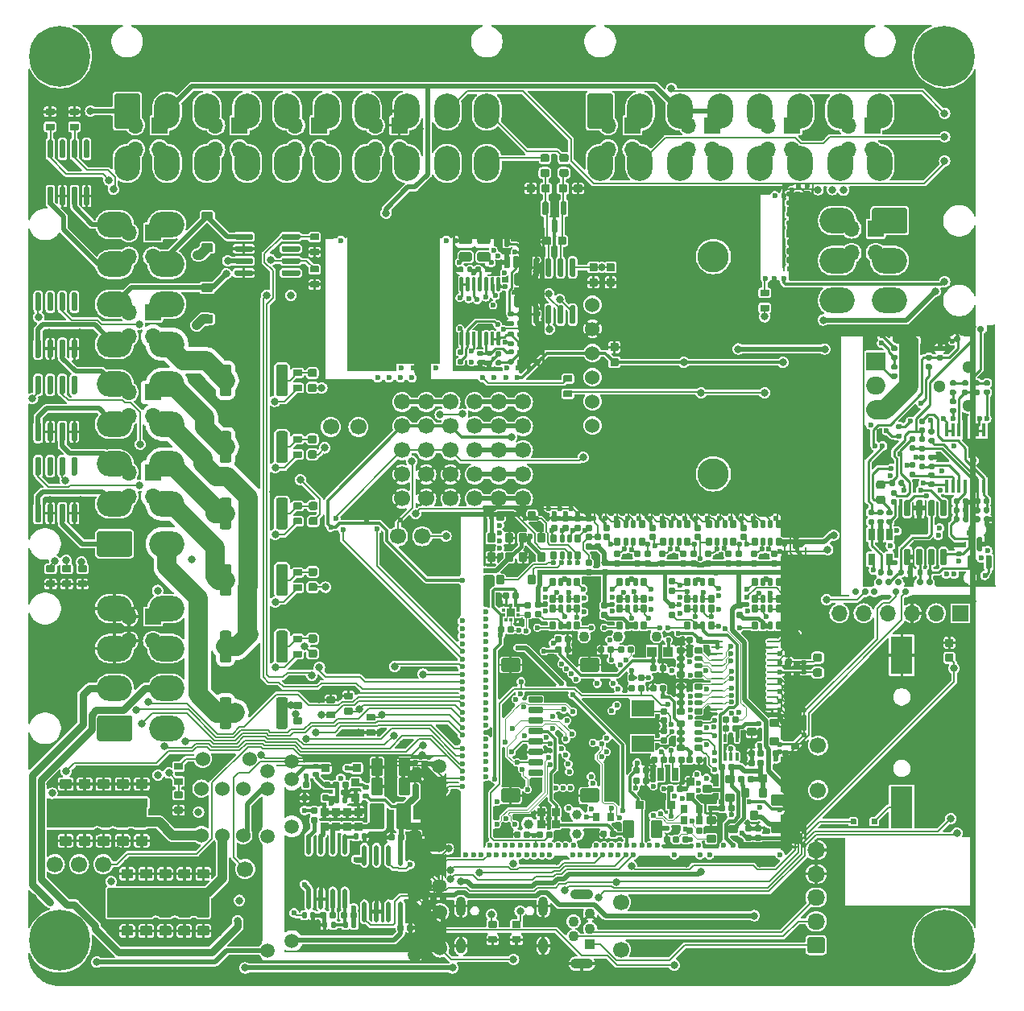
<source format=gbl>
G75*
G70*
%OFA0B0*%
%FSLAX25Y25*%
%IPPOS*%
%LPD*%
%AMOC8*
5,1,8,0,0,1.08239X$1,22.5*
%
%AMM11*
21,1,0.023620,0.018900,0.000000,0.000000,90.000000*
21,1,0.018900,0.023620,0.000000,0.000000,90.000000*
1,1,0.004720,0.009450,0.009450*
1,1,0.004720,0.009450,-0.009450*
1,1,0.004720,-0.009450,-0.009450*
1,1,0.004720,-0.009450,0.009450*
%
%AMM119*
21,1,0.023620,0.018900,0.000000,-0.000000,90.000000*
21,1,0.018900,0.023620,0.000000,-0.000000,90.000000*
1,1,0.004720,0.009450,0.009450*
1,1,0.004720,0.009450,-0.009450*
1,1,0.004720,-0.009450,-0.009450*
1,1,0.004720,-0.009450,0.009450*
%
%AMM12*
21,1,0.019680,0.019680,0.000000,0.000000,0.000000*
21,1,0.015750,0.023620,0.000000,0.000000,0.000000*
1,1,0.003940,0.007870,-0.009840*
1,1,0.003940,-0.007870,-0.009840*
1,1,0.003940,-0.007870,0.009840*
1,1,0.003940,0.007870,0.009840*
%
%AMM120*
21,1,0.019680,0.019680,0.000000,-0.000000,180.000000*
21,1,0.015750,0.023620,0.000000,-0.000000,180.000000*
1,1,0.003940,-0.007870,0.009840*
1,1,0.003940,0.007870,0.009840*
1,1,0.003940,0.007870,-0.009840*
1,1,0.003940,-0.007870,-0.009840*
%
%AMM121*
21,1,0.033470,0.026770,0.000000,-0.000000,180.000000*
21,1,0.026770,0.033470,0.000000,-0.000000,180.000000*
1,1,0.006690,-0.013390,0.013390*
1,1,0.006690,0.013390,0.013390*
1,1,0.006690,0.013390,-0.013390*
1,1,0.006690,-0.013390,-0.013390*
%
%AMM122*
21,1,0.019680,0.019680,0.000000,-0.000000,270.000000*
21,1,0.015750,0.023620,0.000000,-0.000000,270.000000*
1,1,0.003940,-0.009840,-0.007870*
1,1,0.003940,-0.009840,0.007870*
1,1,0.003940,0.009840,0.007870*
1,1,0.003940,0.009840,-0.007870*
%
%AMM13*
21,1,0.019680,0.019680,0.000000,0.000000,270.000000*
21,1,0.015750,0.023620,0.000000,0.000000,270.000000*
1,1,0.003940,-0.009840,-0.007870*
1,1,0.003940,-0.009840,0.007870*
1,1,0.003940,0.009840,0.007870*
1,1,0.003940,0.009840,-0.007870*
%
%AMM185*
21,1,0.025590,0.026380,-0.000000,-0.000000,90.000000*
21,1,0.020470,0.031500,-0.000000,-0.000000,90.000000*
1,1,0.005120,0.013190,0.010240*
1,1,0.005120,0.013190,-0.010240*
1,1,0.005120,-0.013190,-0.010240*
1,1,0.005120,-0.013190,0.010240*
%
%AMM186*
21,1,0.017720,0.027950,-0.000000,-0.000000,90.000000*
21,1,0.014170,0.031500,-0.000000,-0.000000,90.000000*
1,1,0.003540,0.013980,0.007090*
1,1,0.003540,0.013980,-0.007090*
1,1,0.003540,-0.013980,-0.007090*
1,1,0.003540,-0.013980,0.007090*
%
%AMM189*
21,1,0.027560,0.018900,-0.000000,-0.000000,270.000000*
21,1,0.022840,0.023620,-0.000000,-0.000000,270.000000*
1,1,0.004720,-0.009450,-0.011420*
1,1,0.004720,-0.009450,0.011420*
1,1,0.004720,0.009450,0.011420*
1,1,0.004720,0.009450,-0.011420*
%
%AMM191*
21,1,0.027560,0.018900,-0.000000,-0.000000,0.000000*
21,1,0.022840,0.023620,-0.000000,-0.000000,0.000000*
1,1,0.004720,0.011420,-0.009450*
1,1,0.004720,-0.011420,-0.009450*
1,1,0.004720,-0.011420,0.009450*
1,1,0.004720,0.011420,0.009450*
%
%AMM193*
21,1,0.035430,0.030320,-0.000000,-0.000000,90.000000*
21,1,0.028350,0.037400,-0.000000,-0.000000,90.000000*
1,1,0.007090,0.015160,0.014170*
1,1,0.007090,0.015160,-0.014170*
1,1,0.007090,-0.015160,-0.014170*
1,1,0.007090,-0.015160,0.014170*
%
%AMM196*
21,1,0.027560,0.030710,-0.000000,-0.000000,180.000000*
21,1,0.022050,0.036220,-0.000000,-0.000000,180.000000*
1,1,0.005510,-0.011020,0.015350*
1,1,0.005510,0.011020,0.015350*
1,1,0.005510,0.011020,-0.015350*
1,1,0.005510,-0.011020,-0.015350*
%
%AMM217*
21,1,0.033470,0.026770,-0.000000,-0.000000,270.000000*
21,1,0.026770,0.033470,-0.000000,-0.000000,270.000000*
1,1,0.006690,-0.013390,-0.013390*
1,1,0.006690,-0.013390,0.013390*
1,1,0.006690,0.013390,0.013390*
1,1,0.006690,0.013390,-0.013390*
%
%AMM218*
21,1,0.025590,0.026380,-0.000000,-0.000000,180.000000*
21,1,0.020470,0.031500,-0.000000,-0.000000,180.000000*
1,1,0.005120,-0.010240,0.013190*
1,1,0.005120,0.010240,0.013190*
1,1,0.005120,0.010240,-0.013190*
1,1,0.005120,-0.010240,-0.013190*
%
%AMM219*
21,1,0.017720,0.027950,-0.000000,-0.000000,180.000000*
21,1,0.014170,0.031500,-0.000000,-0.000000,180.000000*
1,1,0.003540,-0.007090,0.013980*
1,1,0.003540,0.007090,0.013980*
1,1,0.003540,0.007090,-0.013980*
1,1,0.003540,-0.007090,-0.013980*
%
%AMM220*
21,1,0.033470,0.026770,-0.000000,-0.000000,180.000000*
21,1,0.026770,0.033470,-0.000000,-0.000000,180.000000*
1,1,0.006690,-0.013390,0.013390*
1,1,0.006690,0.013390,0.013390*
1,1,0.006690,0.013390,-0.013390*
1,1,0.006690,-0.013390,-0.013390*
%
%AMM221*
21,1,0.078740,0.045670,-0.000000,-0.000000,0.000000*
21,1,0.067320,0.057090,-0.000000,-0.000000,0.000000*
1,1,0.011420,0.033660,-0.022840*
1,1,0.011420,-0.033660,-0.022840*
1,1,0.011420,-0.033660,0.022840*
1,1,0.011420,0.033660,0.022840*
%
%AMM222*
21,1,0.059060,0.020470,-0.000000,-0.000000,0.000000*
21,1,0.053940,0.025590,-0.000000,-0.000000,0.000000*
1,1,0.005120,0.026970,-0.010240*
1,1,0.005120,-0.026970,-0.010240*
1,1,0.005120,-0.026970,0.010240*
1,1,0.005120,0.026970,0.010240*
%
%AMM223*
21,1,0.035430,0.030320,-0.000000,-0.000000,0.000000*
21,1,0.028350,0.037400,-0.000000,-0.000000,0.000000*
1,1,0.007090,0.014170,-0.015160*
1,1,0.007090,-0.014170,-0.015160*
1,1,0.007090,-0.014170,0.015160*
1,1,0.007090,0.014170,0.015160*
%
%AMM224*
21,1,0.012600,0.028980,-0.000000,-0.000000,0.000000*
21,1,0.010080,0.031500,-0.000000,-0.000000,0.000000*
1,1,0.002520,0.005040,-0.014490*
1,1,0.002520,-0.005040,-0.014490*
1,1,0.002520,-0.005040,0.014490*
1,1,0.002520,0.005040,0.014490*
%
%AMM225*
21,1,0.070870,0.036220,-0.000000,-0.000000,180.000000*
21,1,0.061810,0.045280,-0.000000,-0.000000,180.000000*
1,1,0.009060,-0.030910,0.018110*
1,1,0.009060,0.030910,0.018110*
1,1,0.009060,0.030910,-0.018110*
1,1,0.009060,-0.030910,-0.018110*
%
%AMM226*
21,1,0.035830,0.026770,-0.000000,-0.000000,180.000000*
21,1,0.029130,0.033470,-0.000000,-0.000000,180.000000*
1,1,0.006690,-0.014570,0.013390*
1,1,0.006690,0.014570,0.013390*
1,1,0.006690,0.014570,-0.013390*
1,1,0.006690,-0.014570,-0.013390*
%
%AMM227*
21,1,0.027560,0.049610,-0.000000,-0.000000,180.000000*
21,1,0.022050,0.055120,-0.000000,-0.000000,180.000000*
1,1,0.005510,-0.011020,0.024800*
1,1,0.005510,0.011020,0.024800*
1,1,0.005510,0.011020,-0.024800*
1,1,0.005510,-0.011020,-0.024800*
%
%AMM228*
21,1,0.070870,0.036220,-0.000000,-0.000000,270.000000*
21,1,0.061810,0.045280,-0.000000,-0.000000,270.000000*
1,1,0.009060,-0.018110,-0.030910*
1,1,0.009060,-0.018110,0.030910*
1,1,0.009060,0.018110,0.030910*
1,1,0.009060,0.018110,-0.030910*
%
%AMM229*
21,1,0.027560,0.030710,-0.000000,-0.000000,270.000000*
21,1,0.022050,0.036220,-0.000000,-0.000000,270.000000*
1,1,0.005510,-0.015350,-0.011020*
1,1,0.005510,-0.015350,0.011020*
1,1,0.005510,0.015350,0.011020*
1,1,0.005510,0.015350,-0.011020*
%
%AMM27*
21,1,0.023620,0.018900,0.000000,0.000000,0.000000*
21,1,0.018900,0.023620,0.000000,0.000000,0.000000*
1,1,0.004720,0.009450,-0.009450*
1,1,0.004720,-0.009450,-0.009450*
1,1,0.004720,-0.009450,0.009450*
1,1,0.004720,0.009450,0.009450*
%
%AMM28*
21,1,0.106300,0.050390,0.000000,0.000000,90.000000*
21,1,0.093700,0.062990,0.000000,0.000000,90.000000*
1,1,0.012600,0.025200,0.046850*
1,1,0.012600,0.025200,-0.046850*
1,1,0.012600,-0.025200,-0.046850*
1,1,0.012600,-0.025200,0.046850*
%
%AMM29*
21,1,0.033470,0.026770,0.000000,0.000000,270.000000*
21,1,0.026770,0.033470,0.000000,0.000000,270.000000*
1,1,0.006690,-0.013390,-0.013390*
1,1,0.006690,-0.013390,0.013390*
1,1,0.006690,0.013390,0.013390*
1,1,0.006690,0.013390,-0.013390*
%
%AMM30*
21,1,0.122050,0.075590,0.000000,0.000000,180.000000*
21,1,0.103150,0.094490,0.000000,0.000000,180.000000*
1,1,0.018900,-0.051580,0.037800*
1,1,0.018900,0.051580,0.037800*
1,1,0.018900,0.051580,-0.037800*
1,1,0.018900,-0.051580,-0.037800*
%
%AMM31*
21,1,0.118110,0.083460,0.000000,0.000000,0.000000*
21,1,0.097240,0.104330,0.000000,0.000000,0.000000*
1,1,0.020870,0.048620,-0.041730*
1,1,0.020870,-0.048620,-0.041730*
1,1,0.020870,-0.048620,0.041730*
1,1,0.020870,0.048620,0.041730*
%
%AMM7*
21,1,0.035830,0.026770,0.000000,0.000000,0.000000*
21,1,0.029130,0.033470,0.000000,0.000000,0.000000*
1,1,0.006690,0.014570,-0.013390*
1,1,0.006690,-0.014570,-0.013390*
1,1,0.006690,-0.014570,0.013390*
1,1,0.006690,0.014570,0.013390*
%
%AMM8*
21,1,0.070870,0.036220,0.000000,0.000000,90.000000*
21,1,0.061810,0.045280,0.000000,0.000000,90.000000*
1,1,0.009060,0.018110,0.030910*
1,1,0.009060,0.018110,-0.030910*
1,1,0.009060,-0.018110,-0.030910*
1,1,0.009060,-0.018110,0.030910*
%
%ADD10C,0.00787*%
%ADD100C,0.07874*%
%ADD102C,0.01968*%
%ADD103C,0.01575*%
%ADD11R,0.06693X0.06693*%
%ADD110M7*%
%ADD111M8*%
%ADD114M11*%
%ADD115M12*%
%ADD116M13*%
%ADD117O,0.00787X0.40158*%
%ADD12O,0.06693X0.06693*%
%ADD13O,0.10630X0.14567*%
%ADD134M27*%
%ADD135M28*%
%ADD136M29*%
%ADD137O,0.01968X0.08661*%
%ADD138M30*%
%ADD139M31*%
%ADD14C,0.06693*%
%ADD15C,0.02756*%
%ADD162C,0.05118*%
%ADD175C,0.03900*%
%ADD18R,0.04331X0.00984*%
%ADD19R,0.03858X0.00984*%
%ADD203C,0.00492*%
%ADD204C,0.01260*%
%ADD205C,0.05512*%
%ADD21R,0.00984X1.08661*%
%ADD23R,0.03740X0.00984*%
%ADD239R,0.01378X0.01476*%
%ADD24C,0.03150*%
%ADD240R,0.01968X0.01968*%
%ADD242O,0.04961X0.00984*%
%ADD244R,0.09449X0.06693*%
%ADD245R,0.01476X0.01378*%
%ADD247R,0.03937X0.04331*%
%ADD25C,0.25197*%
%ADD26C,0.06000*%
%ADD27O,0.07283X0.06693*%
%ADD28C,0.02362*%
%ADD29R,0.24350X0.00984*%
%ADD30R,0.04390X0.00984*%
%ADD302M119*%
%ADD303M120*%
%ADD304M121*%
%ADD305M122*%
%ADD31R,0.00984X0.56201*%
%ADD313R,0.07874X0.07500*%
%ADD314O,0.07874X0.07500*%
%ADD316R,0.01772X0.05709*%
%ADD317R,0.02559X0.04803*%
%ADD32R,0.00984X0.59449*%
%ADD33R,0.20374X0.00984*%
%ADD34R,0.04331X0.04331*%
%ADD35C,0.04331*%
%ADD36O,0.09449X0.04331*%
%ADD37O,0.04823X0.00787*%
%ADD38O,0.00787X0.36614*%
%ADD39C,0.05906*%
%ADD396M185*%
%ADD397M186*%
%ADD40O,0.00787X0.12992*%
%ADD400M189*%
%ADD402M191*%
%ADD404M193*%
%ADD407M196*%
%ADD41O,0.00787X0.40157*%
%ADD42O,0.00787X0.01181*%
%ADD428M217*%
%ADD429M218*%
%ADD43O,0.66929X0.00787*%
%ADD430M219*%
%ADD431M220*%
%ADD432M221*%
%ADD433M222*%
%ADD434M223*%
%ADD435M224*%
%ADD436M225*%
%ADD437M226*%
%ADD438M227*%
%ADD439M228*%
%ADD44O,0.60630X0.00787*%
%ADD440M229*%
%ADD45O,0.00787X0.18898*%
%ADD46O,0.00787X0.10236*%
%ADD47O,0.00787X0.03937*%
%ADD48O,0.00787X0.05906*%
%ADD55O,0.14567X0.10630*%
%ADD59R,0.00787X0.14567*%
%ADD60R,0.00787X0.01575*%
%ADD61R,0.00787X0.06299*%
%ADD62R,0.00787X0.38189*%
%ADD63R,0.00787X0.09055*%
%ADD64R,0.05512X0.00787*%
%ADD65R,0.25197X0.00787*%
%ADD66R,0.06693X0.00787*%
%ADD67R,0.12992X0.00787*%
%ADD68R,0.00787X0.27559*%
%ADD69R,0.00787X0.12992*%
%ADD70R,0.00787X0.24803*%
%ADD72O,0.03937X0.08268*%
%ADD73O,0.03937X0.06299*%
%ADD74C,0.13000*%
%ADD76C,0.12992*%
%ADD77C,0.01181*%
%ADD78C,0.03937*%
%ADD79C,0.01969*%
%ADD80C,0.00591*%
%ADD87C,0.00984*%
%ADD96R,0.24803X0.00984*%
%ADD97R,0.34449X0.00984*%
%ADD98R,0.09055X0.17323*%
%ADD99R,0.09055X0.15748*%
X0000000Y0000000D02*
%LPD*%
G01*
D11*
X0052421Y0213583D03*
D12*
X0042421Y0213583D03*
X0052421Y0203583D03*
X0042421Y0203583D03*
G36*
G01*
X0232086Y0356791D02*
X0232086Y0369390D01*
G75*
G02*
X0233070Y0370374I0000984J0000000D01*
G01*
X0241732Y0370374D01*
G75*
G02*
X0242716Y0369390I0000000J-000984D01*
G01*
X0242716Y0356791D01*
G75*
G02*
X0241732Y0355807I-000984J0000000D01*
G01*
X0233070Y0355807D01*
G75*
G02*
X0232086Y0356791I0000000J0000984D01*
G01*
G37*
D13*
X0253937Y0363091D03*
X0270472Y0363091D03*
X0287007Y0363091D03*
X0303543Y0363091D03*
X0320078Y0363091D03*
X0336614Y0363091D03*
X0353149Y0363091D03*
X0237401Y0341437D03*
X0253937Y0341437D03*
X0270472Y0341437D03*
X0287007Y0341437D03*
X0303543Y0341437D03*
X0320078Y0341437D03*
X0336614Y0341437D03*
X0353149Y0341437D03*
D14*
X0327559Y0081890D03*
D11*
X0052421Y0246654D03*
D12*
X0042421Y0246654D03*
X0052421Y0236654D03*
X0042421Y0236654D03*
D15*
X0384940Y0268701D03*
X0373129Y0268701D03*
X0377066Y0268701D03*
X0381003Y0268701D03*
D18*
X0338287Y0162500D03*
D19*
X0355374Y0162500D03*
D96*
X0378838Y0162500D03*
D21*
X0336614Y0216339D03*
X0390748Y0216339D03*
D97*
X0353346Y0270177D03*
D23*
X0389370Y0270177D03*
D15*
X0346948Y0164011D03*
X0350885Y0164011D03*
X0363862Y0164011D03*
X0359862Y0164011D03*
X0343011Y0164011D03*
D14*
X0163779Y0187008D03*
G36*
G01*
X0036417Y0356791D02*
X0036417Y0369390D01*
G75*
G02*
X0037401Y0370374I0000984J0000000D01*
G01*
X0046063Y0370374D01*
G75*
G02*
X0047047Y0369390I0000000J-000984D01*
G01*
X0047047Y0356791D01*
G75*
G02*
X0046063Y0355807I-000984J0000000D01*
G01*
X0037401Y0355807D01*
G75*
G02*
X0036417Y0356791I0000000J0000984D01*
G01*
G37*
D13*
X0058267Y0363091D03*
X0074803Y0363091D03*
X0091338Y0363091D03*
X0107874Y0363091D03*
X0124409Y0363091D03*
X0140944Y0363091D03*
X0157480Y0363091D03*
X0174015Y0363091D03*
X0190551Y0363091D03*
X0041732Y0341437D03*
X0058267Y0341437D03*
X0074803Y0341437D03*
X0091338Y0341437D03*
X0107874Y0341437D03*
X0124409Y0341437D03*
X0140944Y0341437D03*
X0157480Y0341437D03*
X0174015Y0341437D03*
X0190551Y0341437D03*
D11*
X0154291Y0357185D03*
D12*
X0144291Y0357185D03*
X0154291Y0347185D03*
X0144291Y0347185D03*
D14*
X0125984Y0232283D03*
X0137401Y0232283D03*
X0021811Y0051181D03*
D24*
X0004330Y0385827D03*
X0007098Y0392508D03*
X0007098Y0379145D03*
X0013779Y0395276D03*
D25*
X0013779Y0385827D03*
D24*
X0013779Y0376378D03*
X0020460Y0392508D03*
X0020460Y0379145D03*
X0023228Y0385827D03*
X0370472Y0385827D03*
X0373239Y0392508D03*
X0373239Y0379145D03*
X0379921Y0395276D03*
D25*
X0379921Y0385827D03*
D24*
X0379921Y0376378D03*
X0386602Y0392508D03*
X0386602Y0379145D03*
X0389370Y0385827D03*
D26*
X0072440Y0082480D03*
X0072440Y0063189D03*
G36*
G01*
X0329429Y0014370D02*
X0324114Y0014370D01*
G75*
G02*
X0323129Y0015354I0000000J0000984D01*
G01*
X0323129Y0020079D01*
G75*
G02*
X0324114Y0021063I0000984J0000000D01*
G01*
X0329429Y0021063D01*
G75*
G02*
X0330413Y0020079I0000000J-000984D01*
G01*
X0330413Y0015354D01*
G75*
G02*
X0329429Y0014370I-000984J0000000D01*
G01*
G37*
D27*
X0326771Y0027559D03*
X0326771Y0037402D03*
X0326771Y0047244D03*
X0326771Y0057087D03*
D14*
X0246063Y0035433D03*
D24*
X0004330Y0019685D03*
X0007098Y0026366D03*
X0007098Y0013004D03*
X0013779Y0029134D03*
D25*
X0013779Y0019685D03*
D24*
X0013779Y0010236D03*
X0020460Y0026366D03*
X0020460Y0013004D03*
X0023228Y0019685D03*
D28*
X0193602Y0252657D03*
X0188877Y0252657D03*
X0198326Y0252657D03*
X0203051Y0252657D03*
D29*
X0192549Y0310335D03*
D30*
X0168730Y0310335D03*
D31*
X0204232Y0282726D03*
D32*
X0167027Y0281102D03*
D33*
X0176722Y0251870D03*
D28*
X0177618Y0309449D03*
X0173681Y0309449D03*
D14*
X0011811Y0051181D03*
D34*
X0233267Y0018110D03*
D35*
X0226377Y0021260D03*
X0233267Y0024409D03*
X0226377Y0027559D03*
X0233267Y0030709D03*
D36*
X0229822Y0010039D03*
X0229822Y0038780D03*
D26*
X0081102Y0082480D03*
X0081102Y0063189D03*
D28*
X0313287Y0293799D03*
D37*
X0305511Y0328839D03*
D38*
X0315649Y0310925D03*
X0303444Y0310925D03*
D28*
X0309547Y0293799D03*
X0305807Y0293799D03*
X0309744Y0328051D03*
X0313287Y0328051D03*
D14*
X0090551Y0049213D03*
D39*
X0160925Y0087894D03*
X0160925Y0062697D03*
X0160925Y0055217D03*
X0160925Y0038287D03*
D28*
X0162696Y0028839D03*
X0162696Y0024902D03*
D40*
X0097342Y0072736D03*
D41*
X0097342Y0039272D03*
D42*
X0097342Y0011319D03*
D43*
X0130413Y0011122D03*
D44*
X0133563Y0092224D03*
D39*
X0160925Y0013681D03*
D42*
X0163484Y0092028D03*
D45*
X0163484Y0075492D03*
D46*
X0163484Y0046555D03*
D47*
X0163484Y0032776D03*
D48*
X0163484Y0019783D03*
D39*
X0099901Y0089665D03*
X0099901Y0082382D03*
X0099901Y0062894D03*
X0099901Y0015453D03*
D14*
X0153779Y0187008D03*
D28*
X0125984Y0190846D03*
X0128051Y0194291D03*
X0131003Y0189665D03*
X0144980Y0189961D03*
D11*
X0316889Y0357185D03*
D12*
X0306889Y0357185D03*
X0316889Y0347185D03*
X0306889Y0347185D03*
G36*
G01*
X0042814Y0178543D02*
X0030216Y0178543D01*
G75*
G02*
X0029232Y0179528I0000000J0000984D01*
G01*
X0029232Y0188189D01*
G75*
G02*
X0030216Y0189173I0000984J0000000D01*
G01*
X0042814Y0189173D01*
G75*
G02*
X0043799Y0188189I0000000J-000984D01*
G01*
X0043799Y0179528D01*
G75*
G02*
X0042814Y0178543I-000984J0000000D01*
G01*
G37*
D55*
X0036515Y0200394D03*
X0036515Y0216929D03*
X0036515Y0233465D03*
X0036515Y0250000D03*
X0036515Y0266535D03*
X0036515Y0283071D03*
X0036515Y0299606D03*
X0036515Y0316142D03*
X0058169Y0183858D03*
X0058169Y0200394D03*
X0058169Y0216929D03*
X0058169Y0233465D03*
X0058169Y0250000D03*
X0058169Y0266535D03*
X0058169Y0283071D03*
X0058169Y0299606D03*
X0058169Y0316142D03*
D11*
X0349960Y0357185D03*
D12*
X0339960Y0357185D03*
X0349960Y0347185D03*
X0339960Y0347185D03*
G36*
G01*
X0350885Y0323032D02*
X0363484Y0323032D01*
G75*
G02*
X0364468Y0322047I0000000J-000984D01*
G01*
X0364468Y0313386D01*
G75*
G02*
X0363484Y0312402I-000984J0000000D01*
G01*
X0350885Y0312402D01*
G75*
G02*
X0349901Y0313386I0000000J0000984D01*
G01*
X0349901Y0322047D01*
G75*
G02*
X0350885Y0323032I0000984J0000000D01*
G01*
G37*
D55*
X0357185Y0301181D03*
X0357185Y0284646D03*
X0335531Y0317717D03*
X0335531Y0301181D03*
X0335531Y0284646D03*
D11*
X0121220Y0357185D03*
D12*
X0111220Y0357185D03*
X0121220Y0347185D03*
X0111220Y0347185D03*
D26*
X0089763Y0082480D03*
X0089763Y0063189D03*
D14*
X0155511Y0202598D03*
X0155511Y0212598D03*
X0155511Y0222598D03*
X0155511Y0232598D03*
X0155511Y0242598D03*
X0165511Y0202598D03*
X0165511Y0212598D03*
X0165511Y0222598D03*
X0165511Y0232598D03*
X0165511Y0242598D03*
X0175511Y0202598D03*
X0175511Y0212598D03*
X0175511Y0222598D03*
X0175511Y0232598D03*
X0175511Y0242598D03*
X0246063Y0015748D03*
D26*
X0171159Y0031396D03*
X0171159Y0016396D03*
D11*
X0351437Y0314370D03*
D12*
X0341437Y0314370D03*
X0351437Y0304370D03*
X0341437Y0304370D03*
G36*
G01*
X0042814Y0102165D02*
X0030216Y0102165D01*
G75*
G02*
X0029232Y0103150I0000000J0000984D01*
G01*
X0029232Y0111811D01*
G75*
G02*
X0030216Y0112795I0000984J0000000D01*
G01*
X0042814Y0112795D01*
G75*
G02*
X0043799Y0111811I0000000J-000984D01*
G01*
X0043799Y0103150D01*
G75*
G02*
X0042814Y0102165I-000984J0000000D01*
G01*
G37*
D55*
X0036515Y0124016D03*
X0036515Y0140551D03*
X0036515Y0157087D03*
X0058169Y0107480D03*
X0058169Y0124016D03*
X0058169Y0140551D03*
X0058169Y0157087D03*
D14*
X0327559Y0100394D03*
D28*
X0180315Y0168898D03*
X0180314Y0151969D03*
X0180314Y0148819D03*
X0180314Y0145669D03*
X0180314Y0142520D03*
X0180314Y0139370D03*
X0180314Y0136220D03*
X0180314Y0133071D03*
X0180314Y0129921D03*
X0180314Y0126772D03*
X0180314Y0123622D03*
X0180314Y0120472D03*
X0180314Y0117323D03*
X0180314Y0114173D03*
X0180314Y0111024D03*
X0180315Y0107874D03*
X0180314Y0104724D03*
X0180314Y0099213D03*
X0180314Y0096063D03*
X0180314Y0092913D03*
X0180314Y0089764D03*
X0180314Y0086614D03*
X0180314Y0083465D03*
D59*
X0312598Y0064370D03*
D60*
X0312598Y0076378D03*
D59*
X0312598Y0088386D03*
D61*
X0312598Y0105906D03*
D62*
X0312598Y0159646D03*
D63*
X0312598Y0191142D03*
D64*
X0305511Y0195276D03*
D65*
X0297244Y0054331D03*
D66*
X0273425Y0054331D03*
D67*
X0259645Y0054331D03*
D64*
X0221259Y0054331D03*
D65*
X0191732Y0195276D03*
D68*
X0179527Y0067717D03*
D60*
X0179527Y0101969D03*
D69*
X0179527Y0160433D03*
D70*
X0179527Y0183268D03*
D28*
X0181889Y0055118D03*
X0185039Y0055118D03*
X0188188Y0055118D03*
X0191338Y0055118D03*
X0194488Y0055118D03*
X0197637Y0055118D03*
X0200787Y0055118D03*
X0203937Y0055118D03*
X0207086Y0055118D03*
X0210236Y0055118D03*
X0213385Y0055118D03*
X0216535Y0055118D03*
X0225984Y0055118D03*
X0229133Y0055118D03*
X0232283Y0055118D03*
X0235433Y0055118D03*
X0238582Y0055118D03*
X0241732Y0055118D03*
X0244881Y0055118D03*
X0248031Y0055118D03*
X0251181Y0055118D03*
X0268110Y0055118D03*
X0278740Y0055118D03*
X0282677Y0055118D03*
X0311811Y0055118D03*
X0206299Y0194488D03*
X0211023Y0194488D03*
X0215748Y0194488D03*
X0220472Y0194488D03*
X0225196Y0194488D03*
X0229921Y0194488D03*
X0234645Y0194488D03*
X0239370Y0194488D03*
X0244094Y0194488D03*
X0248818Y0194488D03*
X0253543Y0194488D03*
X0258267Y0194488D03*
X0262992Y0194488D03*
X0267716Y0194488D03*
X0272440Y0194488D03*
X0277165Y0194488D03*
X0281889Y0194488D03*
X0286614Y0194488D03*
X0291338Y0194488D03*
X0296063Y0194488D03*
X0300787Y0194488D03*
X0310236Y0194488D03*
X0311811Y0184646D03*
X0311811Y0180709D03*
X0311811Y0138583D03*
X0311811Y0134646D03*
X0311811Y0130709D03*
X0311811Y0126772D03*
X0311811Y0122835D03*
X0311811Y0118898D03*
X0311811Y0114961D03*
X0311811Y0111024D03*
X0311811Y0100787D03*
X0311811Y0097638D03*
X0311811Y0079134D03*
X0311811Y0073622D03*
D11*
X0250748Y0357185D03*
D12*
X0240748Y0357185D03*
X0250748Y0347185D03*
X0240748Y0347185D03*
D72*
X0179842Y0033878D03*
D73*
X0179842Y0017421D03*
D72*
X0213858Y0033878D03*
D73*
X0213858Y0017421D03*
D24*
X0370472Y0019685D03*
X0373239Y0026366D03*
X0373239Y0013004D03*
X0379921Y0029134D03*
D25*
X0379921Y0019685D03*
D24*
X0379921Y0010236D03*
X0386602Y0026366D03*
X0386602Y0013004D03*
X0389370Y0019685D03*
D28*
X0150098Y0252657D03*
X0145374Y0252657D03*
X0154822Y0252657D03*
X0159547Y0252657D03*
D29*
X0149045Y0310335D03*
D30*
X0125226Y0310335D03*
D31*
X0160728Y0282726D03*
D32*
X0123523Y0281102D03*
D33*
X0133218Y0251870D03*
D28*
X0134114Y0309449D03*
X0130177Y0309449D03*
D11*
X0055078Y0357185D03*
D12*
X0045078Y0357185D03*
X0055078Y0347185D03*
X0045078Y0347185D03*
D11*
X0052421Y0312795D03*
D12*
X0042421Y0312795D03*
X0052421Y0302795D03*
X0042421Y0302795D03*
D26*
X0073031Y0094882D03*
X0092322Y0094882D03*
D11*
X0088149Y0357185D03*
D12*
X0078149Y0357185D03*
X0088149Y0347185D03*
X0078149Y0347185D03*
D11*
X0386417Y0155118D03*
D12*
X0376417Y0155118D03*
X0366417Y0155118D03*
X0356417Y0155118D03*
X0346417Y0155118D03*
X0336417Y0155118D03*
D11*
X0052421Y0279724D03*
D12*
X0042421Y0279724D03*
X0052421Y0269724D03*
X0042421Y0269724D03*
D11*
X0052421Y0153740D03*
D12*
X0042421Y0153740D03*
X0052421Y0143740D03*
X0042421Y0143740D03*
D11*
X0283818Y0357185D03*
D12*
X0273818Y0357185D03*
X0283818Y0347185D03*
X0273818Y0347185D03*
D74*
X0284264Y0302874D03*
X0284264Y0212874D03*
D26*
X0234264Y0282874D03*
X0234264Y0272874D03*
X0234264Y0262874D03*
X0234264Y0252874D03*
X0234264Y0242874D03*
X0234264Y0232874D03*
D14*
X0031811Y0051181D03*
X0185511Y0202598D03*
X0185511Y0212598D03*
X0185511Y0222598D03*
X0185511Y0232598D03*
X0185511Y0242598D03*
X0195511Y0202598D03*
X0195511Y0212598D03*
X0195511Y0222598D03*
X0195511Y0232598D03*
X0195511Y0242598D03*
X0205511Y0202598D03*
X0205511Y0212598D03*
X0205511Y0222598D03*
X0205511Y0232598D03*
X0205511Y0242598D03*
G36*
G01*
X0214173Y0325815D02*
X0215354Y0325815D01*
G75*
G02*
X0215944Y0325225I0000000J-000591D01*
G01*
X0215944Y0320599D01*
G75*
G02*
X0215354Y0320008I-000591J0000000D01*
G01*
X0214173Y0320008D01*
G75*
G02*
X0213582Y0320599I0000000J0000591D01*
G01*
X0213582Y0325225D01*
G75*
G02*
X0214173Y0325815I0000591J0000000D01*
G01*
G37*
G36*
G01*
X0221653Y0325815D02*
X0222834Y0325815D01*
G75*
G02*
X0223425Y0325225I0000000J-000591D01*
G01*
X0223425Y0320599D01*
G75*
G02*
X0222834Y0320008I-000591J0000000D01*
G01*
X0221653Y0320008D01*
G75*
G02*
X0221063Y0320599I0000000J0000591D01*
G01*
X0221063Y0325225D01*
G75*
G02*
X0221653Y0325815I0000591J0000000D01*
G01*
G37*
G36*
G01*
X0217913Y0318433D02*
X0219094Y0318433D01*
G75*
G02*
X0219685Y0317843I0000000J-000591D01*
G01*
X0219685Y0313217D01*
G75*
G02*
X0219094Y0312626I-000591J0000000D01*
G01*
X0217913Y0312626D01*
G75*
G02*
X0217322Y0313217I0000000J0000591D01*
G01*
X0217322Y0317843D01*
G75*
G02*
X0217913Y0318433I0000591J0000000D01*
G01*
G37*
G36*
G01*
X0049803Y0058898D02*
X0045669Y0058898D01*
G75*
G02*
X0045275Y0059291I0000000J0000394D01*
G01*
X0045275Y0062441D01*
G75*
G02*
X0045669Y0062835I0000394J0000000D01*
G01*
X0049803Y0062835D01*
G75*
G02*
X0050196Y0062441I0000000J-000394D01*
G01*
X0050196Y0059291D01*
G75*
G02*
X0049803Y0058898I-000394J0000000D01*
G01*
G37*
G36*
G01*
X0049803Y0066772D02*
X0045669Y0066772D01*
G75*
G02*
X0045275Y0067165I0000000J0000394D01*
G01*
X0045275Y0070315D01*
G75*
G02*
X0045669Y0070709I0000394J0000000D01*
G01*
X0049803Y0070709D01*
G75*
G02*
X0050196Y0070315I0000000J-000394D01*
G01*
X0050196Y0067165D01*
G75*
G02*
X0049803Y0066772I-000394J0000000D01*
G01*
G37*
G36*
G01*
X0241968Y0266988D02*
X0244645Y0266988D01*
G75*
G02*
X0244980Y0266654I0000000J-000335D01*
G01*
X0244980Y0263976D01*
G75*
G02*
X0244645Y0263642I-000335J0000000D01*
G01*
X0241968Y0263642D01*
G75*
G02*
X0241633Y0263976I0000000J0000335D01*
G01*
X0241633Y0266654D01*
G75*
G02*
X0241968Y0266988I0000335J0000000D01*
G01*
G37*
G36*
G01*
X0241968Y0260768D02*
X0244645Y0260768D01*
G75*
G02*
X0244980Y0260433I0000000J-000335D01*
G01*
X0244980Y0257756D01*
G75*
G02*
X0244645Y0257421I-000335J0000000D01*
G01*
X0241968Y0257421D01*
G75*
G02*
X0241633Y0257756I0000000J0000335D01*
G01*
X0241633Y0260433D01*
G75*
G02*
X0241968Y0260768I0000335J0000000D01*
G01*
G37*
G36*
G01*
X0076811Y0304724D02*
X0072795Y0304724D01*
G75*
G02*
X0072440Y0305079I0000000J0000354D01*
G01*
X0072440Y0307913D01*
G75*
G02*
X0072795Y0308268I0000354J0000000D01*
G01*
X0076811Y0308268D01*
G75*
G02*
X0077165Y0307913I0000000J-000354D01*
G01*
X0077165Y0305079D01*
G75*
G02*
X0076811Y0304724I-000354J0000000D01*
G01*
G37*
G36*
G01*
X0076811Y0317717D02*
X0072795Y0317717D01*
G75*
G02*
X0072440Y0318071I0000000J0000354D01*
G01*
X0072440Y0320906D01*
G75*
G02*
X0072795Y0321260I0000354J0000000D01*
G01*
X0076811Y0321260D01*
G75*
G02*
X0077165Y0320906I0000000J-000354D01*
G01*
X0077165Y0318071D01*
G75*
G02*
X0076811Y0317717I-000354J0000000D01*
G01*
G37*
D98*
X0362204Y0074803D03*
D99*
X0362204Y0137796D03*
G36*
G01*
X0004311Y0253543D02*
X0005492Y0253543D01*
G75*
G02*
X0006082Y0252953I0000000J-000591D01*
G01*
X0006082Y0246457D01*
G75*
G02*
X0005492Y0245866I-000591J0000000D01*
G01*
X0004311Y0245866D01*
G75*
G02*
X0003720Y0246457I0000000J0000591D01*
G01*
X0003720Y0252953D01*
G75*
G02*
X0004311Y0253543I0000591J0000000D01*
G01*
G37*
G36*
G01*
X0009311Y0253543D02*
X0010492Y0253543D01*
G75*
G02*
X0011082Y0252953I0000000J-000591D01*
G01*
X0011082Y0246457D01*
G75*
G02*
X0010492Y0245866I-000591J0000000D01*
G01*
X0009311Y0245866D01*
G75*
G02*
X0008720Y0246457I0000000J0000591D01*
G01*
X0008720Y0252953D01*
G75*
G02*
X0009311Y0253543I0000591J0000000D01*
G01*
G37*
G36*
G01*
X0014311Y0253543D02*
X0015492Y0253543D01*
G75*
G02*
X0016082Y0252953I0000000J-000591D01*
G01*
X0016082Y0246457D01*
G75*
G02*
X0015492Y0245866I-000591J0000000D01*
G01*
X0014311Y0245866D01*
G75*
G02*
X0013720Y0246457I0000000J0000591D01*
G01*
X0013720Y0252953D01*
G75*
G02*
X0014311Y0253543I0000591J0000000D01*
G01*
G37*
G36*
G01*
X0019311Y0253543D02*
X0020492Y0253543D01*
G75*
G02*
X0021082Y0252953I0000000J-000591D01*
G01*
X0021082Y0246457D01*
G75*
G02*
X0020492Y0245866I-000591J0000000D01*
G01*
X0019311Y0245866D01*
G75*
G02*
X0018720Y0246457I0000000J0000591D01*
G01*
X0018720Y0252953D01*
G75*
G02*
X0019311Y0253543I0000591J0000000D01*
G01*
G37*
G36*
G01*
X0019311Y0234055D02*
X0020492Y0234055D01*
G75*
G02*
X0021082Y0233465I0000000J-000591D01*
G01*
X0021082Y0226969D01*
G75*
G02*
X0020492Y0226378I-000591J0000000D01*
G01*
X0019311Y0226378D01*
G75*
G02*
X0018720Y0226969I0000000J0000591D01*
G01*
X0018720Y0233465D01*
G75*
G02*
X0019311Y0234055I0000591J0000000D01*
G01*
G37*
G36*
G01*
X0014311Y0234055D02*
X0015492Y0234055D01*
G75*
G02*
X0016082Y0233465I0000000J-000591D01*
G01*
X0016082Y0226969D01*
G75*
G02*
X0015492Y0226378I-000591J0000000D01*
G01*
X0014311Y0226378D01*
G75*
G02*
X0013720Y0226969I0000000J0000591D01*
G01*
X0013720Y0233465D01*
G75*
G02*
X0014311Y0234055I0000591J0000000D01*
G01*
G37*
G36*
G01*
X0009311Y0234055D02*
X0010492Y0234055D01*
G75*
G02*
X0011082Y0233465I0000000J-000591D01*
G01*
X0011082Y0226969D01*
G75*
G02*
X0010492Y0226378I-000591J0000000D01*
G01*
X0009311Y0226378D01*
G75*
G02*
X0008720Y0226969I0000000J0000591D01*
G01*
X0008720Y0233465D01*
G75*
G02*
X0009311Y0234055I0000591J0000000D01*
G01*
G37*
G36*
G01*
X0004311Y0234055D02*
X0005492Y0234055D01*
G75*
G02*
X0006082Y0233465I0000000J-000591D01*
G01*
X0006082Y0226969D01*
G75*
G02*
X0005492Y0226378I-000591J0000000D01*
G01*
X0004311Y0226378D01*
G75*
G02*
X0003720Y0226969I0000000J0000591D01*
G01*
X0003720Y0233465D01*
G75*
G02*
X0004311Y0234055I0000591J0000000D01*
G01*
G37*
G36*
G01*
X0011574Y0165945D02*
X0008503Y0165945D01*
G75*
G02*
X0008228Y0166220I0000000J0000276D01*
G01*
X0008228Y0168425D01*
G75*
G02*
X0008503Y0168701I0000276J0000000D01*
G01*
X0011574Y0168701D01*
G75*
G02*
X0011850Y0168425I0000000J-000276D01*
G01*
X0011850Y0166220D01*
G75*
G02*
X0011574Y0165945I-000276J0000000D01*
G01*
G37*
G36*
G01*
X0011574Y0172244D02*
X0008503Y0172244D01*
G75*
G02*
X0008228Y0172520I0000000J0000276D01*
G01*
X0008228Y0174724D01*
G75*
G02*
X0008503Y0175000I0000276J0000000D01*
G01*
X0011574Y0175000D01*
G75*
G02*
X0011850Y0174724I0000000J-000276D01*
G01*
X0011850Y0172520D01*
G75*
G02*
X0011574Y0172244I-000276J0000000D01*
G01*
G37*
G36*
G01*
X0229940Y0332441D02*
X0229940Y0329764D01*
G75*
G02*
X0229606Y0329429I-000335J0000000D01*
G01*
X0226929Y0329429D01*
G75*
G02*
X0226594Y0329764I0000000J0000335D01*
G01*
X0226594Y0332441D01*
G75*
G02*
X0226929Y0332776I0000335J0000000D01*
G01*
X0229606Y0332776D01*
G75*
G02*
X0229940Y0332441I0000000J-000335D01*
G01*
G37*
G36*
G01*
X0223720Y0332441D02*
X0223720Y0329764D01*
G75*
G02*
X0223385Y0329429I-000335J0000000D01*
G01*
X0220708Y0329429D01*
G75*
G02*
X0220374Y0329764I0000000J0000335D01*
G01*
X0220374Y0332441D01*
G75*
G02*
X0220708Y0332776I0000335J0000000D01*
G01*
X0223385Y0332776D01*
G75*
G02*
X0223720Y0332441I0000000J-000335D01*
G01*
G37*
G36*
G01*
X0026181Y0058898D02*
X0022047Y0058898D01*
G75*
G02*
X0021653Y0059291I0000000J0000394D01*
G01*
X0021653Y0062441D01*
G75*
G02*
X0022047Y0062835I0000394J0000000D01*
G01*
X0026181Y0062835D01*
G75*
G02*
X0026574Y0062441I0000000J-000394D01*
G01*
X0026574Y0059291D01*
G75*
G02*
X0026181Y0058898I-000394J0000000D01*
G01*
G37*
G36*
G01*
X0026181Y0066772D02*
X0022047Y0066772D01*
G75*
G02*
X0021653Y0067165I0000000J0000394D01*
G01*
X0021653Y0070315D01*
G75*
G02*
X0022047Y0070709I0000394J0000000D01*
G01*
X0026181Y0070709D01*
G75*
G02*
X0026574Y0070315I0000000J-000394D01*
G01*
X0026574Y0067165D01*
G75*
G02*
X0026181Y0066772I-000394J0000000D01*
G01*
G37*
G36*
G01*
X0380551Y0144547D02*
X0383228Y0144547D01*
G75*
G02*
X0383563Y0144213I0000000J-000335D01*
G01*
X0383563Y0141535D01*
G75*
G02*
X0383228Y0141201I-000335J0000000D01*
G01*
X0380551Y0141201D01*
G75*
G02*
X0380216Y0141535I0000000J0000335D01*
G01*
X0380216Y0144213D01*
G75*
G02*
X0380551Y0144547I0000335J0000000D01*
G01*
G37*
G36*
G01*
X0380551Y0138327D02*
X0383228Y0138327D01*
G75*
G02*
X0383563Y0137992I0000000J-000335D01*
G01*
X0383563Y0135315D01*
G75*
G02*
X0383228Y0134980I-000335J0000000D01*
G01*
X0380551Y0134980D01*
G75*
G02*
X0380216Y0135315I0000000J0000335D01*
G01*
X0380216Y0137992D01*
G75*
G02*
X0380551Y0138327I0000335J0000000D01*
G01*
G37*
G36*
G01*
X0213720Y0308039D02*
X0213720Y0310717D01*
G75*
G02*
X0214055Y0311051I0000335J0000000D01*
G01*
X0216732Y0311051D01*
G75*
G02*
X0217066Y0310717I0000000J-000335D01*
G01*
X0217066Y0308039D01*
G75*
G02*
X0216732Y0307705I-000335J0000000D01*
G01*
X0214055Y0307705D01*
G75*
G02*
X0213720Y0308039I0000000J0000335D01*
G01*
G37*
G36*
G01*
X0219940Y0308039D02*
X0219940Y0310717D01*
G75*
G02*
X0220275Y0311051I0000335J0000000D01*
G01*
X0222952Y0311051D01*
G75*
G02*
X0223287Y0310717I0000000J-000335D01*
G01*
X0223287Y0308039D01*
G75*
G02*
X0222952Y0307705I-000335J0000000D01*
G01*
X0220275Y0307705D01*
G75*
G02*
X0219940Y0308039I0000000J0000335D01*
G01*
G37*
G36*
G01*
X0024763Y0165945D02*
X0021692Y0165945D01*
G75*
G02*
X0021417Y0166220I0000000J0000276D01*
G01*
X0021417Y0168425D01*
G75*
G02*
X0021692Y0168701I0000276J0000000D01*
G01*
X0024763Y0168701D01*
G75*
G02*
X0025039Y0168425I0000000J-000276D01*
G01*
X0025039Y0166220D01*
G75*
G02*
X0024763Y0165945I-000276J0000000D01*
G01*
G37*
G36*
G01*
X0024763Y0172244D02*
X0021692Y0172244D01*
G75*
G02*
X0021417Y0172520I0000000J0000276D01*
G01*
X0021417Y0174724D01*
G75*
G02*
X0021692Y0175000I0000276J0000000D01*
G01*
X0024763Y0175000D01*
G75*
G02*
X0025039Y0174724I0000000J-000276D01*
G01*
X0025039Y0172520D01*
G75*
G02*
X0024763Y0172244I-000276J0000000D01*
G01*
G37*
G36*
G01*
X0063287Y0049213D02*
X0067421Y0049213D01*
G75*
G02*
X0067814Y0048819I0000000J-000394D01*
G01*
X0067814Y0045669D01*
G75*
G02*
X0067421Y0045276I-000394J0000000D01*
G01*
X0063287Y0045276D01*
G75*
G02*
X0062893Y0045669I0000000J0000394D01*
G01*
X0062893Y0048819D01*
G75*
G02*
X0063287Y0049213I0000394J0000000D01*
G01*
G37*
G36*
G01*
X0063287Y0041339D02*
X0067421Y0041339D01*
G75*
G02*
X0067814Y0040945I0000000J-000394D01*
G01*
X0067814Y0037795D01*
G75*
G02*
X0067421Y0037402I-000394J0000000D01*
G01*
X0063287Y0037402D01*
G75*
G02*
X0062893Y0037795I0000000J0000394D01*
G01*
X0062893Y0040945D01*
G75*
G02*
X0063287Y0041339I0000394J0000000D01*
G01*
G37*
G36*
G01*
X0108169Y0257185D02*
X0108169Y0245965D01*
G75*
G02*
X0107185Y0244980I-000984J0000000D01*
G01*
X0104330Y0244980D01*
G75*
G02*
X0103346Y0245965I0000000J0000984D01*
G01*
X0103346Y0257185D01*
G75*
G02*
X0104330Y0258169I0000984J0000000D01*
G01*
X0107185Y0258169D01*
G75*
G02*
X0108169Y0257185I0000000J-000984D01*
G01*
G37*
G36*
G01*
X0084842Y0257185D02*
X0084842Y0245965D01*
G75*
G02*
X0083858Y0244980I-000984J0000000D01*
G01*
X0081003Y0244980D01*
G75*
G02*
X0080019Y0245965I0000000J0000984D01*
G01*
X0080019Y0257185D01*
G75*
G02*
X0081003Y0258169I0000984J0000000D01*
G01*
X0083858Y0258169D01*
G75*
G02*
X0084842Y0257185I0000000J-000984D01*
G01*
G37*
G36*
G01*
X0029921Y0086457D02*
X0034055Y0086457D01*
G75*
G02*
X0034448Y0086063I0000000J-000394D01*
G01*
X0034448Y0082913D01*
G75*
G02*
X0034055Y0082520I-000394J0000000D01*
G01*
X0029921Y0082520D01*
G75*
G02*
X0029527Y0082913I0000000J0000394D01*
G01*
X0029527Y0086063D01*
G75*
G02*
X0029921Y0086457I0000394J0000000D01*
G01*
G37*
G36*
G01*
X0029921Y0078583D02*
X0034055Y0078583D01*
G75*
G02*
X0034448Y0078189I0000000J-000394D01*
G01*
X0034448Y0075039D01*
G75*
G02*
X0034055Y0074646I-000394J0000000D01*
G01*
X0029921Y0074646D01*
G75*
G02*
X0029527Y0075039I0000000J0000394D01*
G01*
X0029527Y0078189D01*
G75*
G02*
X0029921Y0078583I0000394J0000000D01*
G01*
G37*
G36*
G01*
X0075295Y0021654D02*
X0071161Y0021654D01*
G75*
G02*
X0070767Y0022047I0000000J0000394D01*
G01*
X0070767Y0025197D01*
G75*
G02*
X0071161Y0025591I0000394J0000000D01*
G01*
X0075295Y0025591D01*
G75*
G02*
X0075688Y0025197I0000000J-000394D01*
G01*
X0075688Y0022047D01*
G75*
G02*
X0075295Y0021654I-000394J0000000D01*
G01*
G37*
G36*
G01*
X0075295Y0029528D02*
X0071161Y0029528D01*
G75*
G02*
X0070767Y0029921I0000000J0000394D01*
G01*
X0070767Y0033071D01*
G75*
G02*
X0071161Y0033465I0000394J0000000D01*
G01*
X0075295Y0033465D01*
G75*
G02*
X0075688Y0033071I0000000J-000394D01*
G01*
X0075688Y0029921D01*
G75*
G02*
X0075295Y0029528I-000394J0000000D01*
G01*
G37*
G36*
G01*
X0210413Y0302165D02*
X0211594Y0302165D01*
G75*
G02*
X0212185Y0301575I0000000J-000591D01*
G01*
X0212185Y0295079D01*
G75*
G02*
X0211594Y0294488I-000591J0000000D01*
G01*
X0210413Y0294488D01*
G75*
G02*
X0209822Y0295079I0000000J0000591D01*
G01*
X0209822Y0301575D01*
G75*
G02*
X0210413Y0302165I0000591J0000000D01*
G01*
G37*
G36*
G01*
X0215413Y0302165D02*
X0216594Y0302165D01*
G75*
G02*
X0217185Y0301575I0000000J-000591D01*
G01*
X0217185Y0295079D01*
G75*
G02*
X0216594Y0294488I-000591J0000000D01*
G01*
X0215413Y0294488D01*
G75*
G02*
X0214822Y0295079I0000000J0000591D01*
G01*
X0214822Y0301575D01*
G75*
G02*
X0215413Y0302165I0000591J0000000D01*
G01*
G37*
G36*
G01*
X0220413Y0302165D02*
X0221594Y0302165D01*
G75*
G02*
X0222185Y0301575I0000000J-000591D01*
G01*
X0222185Y0295079D01*
G75*
G02*
X0221594Y0294488I-000591J0000000D01*
G01*
X0220413Y0294488D01*
G75*
G02*
X0219822Y0295079I0000000J0000591D01*
G01*
X0219822Y0301575D01*
G75*
G02*
X0220413Y0302165I0000591J0000000D01*
G01*
G37*
G36*
G01*
X0225413Y0302165D02*
X0226594Y0302165D01*
G75*
G02*
X0227185Y0301575I0000000J-000591D01*
G01*
X0227185Y0295079D01*
G75*
G02*
X0226594Y0294488I-000591J0000000D01*
G01*
X0225413Y0294488D01*
G75*
G02*
X0224822Y0295079I0000000J0000591D01*
G01*
X0224822Y0301575D01*
G75*
G02*
X0225413Y0302165I0000591J0000000D01*
G01*
G37*
G36*
G01*
X0225413Y0282677D02*
X0226594Y0282677D01*
G75*
G02*
X0227185Y0282087I0000000J-000591D01*
G01*
X0227185Y0275591D01*
G75*
G02*
X0226594Y0275000I-000591J0000000D01*
G01*
X0225413Y0275000D01*
G75*
G02*
X0224822Y0275591I0000000J0000591D01*
G01*
X0224822Y0282087D01*
G75*
G02*
X0225413Y0282677I0000591J0000000D01*
G01*
G37*
G36*
G01*
X0220413Y0282677D02*
X0221594Y0282677D01*
G75*
G02*
X0222185Y0282087I0000000J-000591D01*
G01*
X0222185Y0275591D01*
G75*
G02*
X0221594Y0275000I-000591J0000000D01*
G01*
X0220413Y0275000D01*
G75*
G02*
X0219822Y0275591I0000000J0000591D01*
G01*
X0219822Y0282087D01*
G75*
G02*
X0220413Y0282677I0000591J0000000D01*
G01*
G37*
G36*
G01*
X0215413Y0282677D02*
X0216594Y0282677D01*
G75*
G02*
X0217185Y0282087I0000000J-000591D01*
G01*
X0217185Y0275591D01*
G75*
G02*
X0216594Y0275000I-000591J0000000D01*
G01*
X0215413Y0275000D01*
G75*
G02*
X0214822Y0275591I0000000J0000591D01*
G01*
X0214822Y0282087D01*
G75*
G02*
X0215413Y0282677I0000591J0000000D01*
G01*
G37*
G36*
G01*
X0210413Y0282677D02*
X0211594Y0282677D01*
G75*
G02*
X0212185Y0282087I0000000J-000591D01*
G01*
X0212185Y0275591D01*
G75*
G02*
X0211594Y0275000I-000591J0000000D01*
G01*
X0210413Y0275000D01*
G75*
G02*
X0209822Y0275591I0000000J0000591D01*
G01*
X0209822Y0282087D01*
G75*
G02*
X0210413Y0282677I0000591J0000000D01*
G01*
G37*
G36*
G01*
X0014173Y0086457D02*
X0018307Y0086457D01*
G75*
G02*
X0018700Y0086063I0000000J-000394D01*
G01*
X0018700Y0082913D01*
G75*
G02*
X0018307Y0082520I-000394J0000000D01*
G01*
X0014173Y0082520D01*
G75*
G02*
X0013779Y0082913I0000000J0000394D01*
G01*
X0013779Y0086063D01*
G75*
G02*
X0014173Y0086457I0000394J0000000D01*
G01*
G37*
G36*
G01*
X0014173Y0078583D02*
X0018307Y0078583D01*
G75*
G02*
X0018700Y0078189I0000000J-000394D01*
G01*
X0018700Y0075039D01*
G75*
G02*
X0018307Y0074646I-000394J0000000D01*
G01*
X0014173Y0074646D01*
G75*
G02*
X0013779Y0075039I0000000J0000394D01*
G01*
X0013779Y0078189D01*
G75*
G02*
X0014173Y0078583I0000394J0000000D01*
G01*
G37*
G36*
G01*
X0108169Y0174508D02*
X0108169Y0163287D01*
G75*
G02*
X0107185Y0162303I-000984J0000000D01*
G01*
X0104330Y0162303D01*
G75*
G02*
X0103346Y0163287I0000000J0000984D01*
G01*
X0103346Y0174508D01*
G75*
G02*
X0104330Y0175492I0000984J0000000D01*
G01*
X0107185Y0175492D01*
G75*
G02*
X0108169Y0174508I0000000J-000984D01*
G01*
G37*
G36*
G01*
X0084842Y0174508D02*
X0084842Y0163287D01*
G75*
G02*
X0083858Y0162303I-000984J0000000D01*
G01*
X0081003Y0162303D01*
G75*
G02*
X0080019Y0163287I0000000J0000984D01*
G01*
X0080019Y0174508D01*
G75*
G02*
X0081003Y0175492I0000984J0000000D01*
G01*
X0083858Y0175492D01*
G75*
G02*
X0084842Y0174508I0000000J-000984D01*
G01*
G37*
G36*
G01*
X0004311Y0219882D02*
X0005492Y0219882D01*
G75*
G02*
X0006082Y0219291I0000000J-000591D01*
G01*
X0006082Y0212795D01*
G75*
G02*
X0005492Y0212205I-000591J0000000D01*
G01*
X0004311Y0212205D01*
G75*
G02*
X0003720Y0212795I0000000J0000591D01*
G01*
X0003720Y0219291D01*
G75*
G02*
X0004311Y0219882I0000591J0000000D01*
G01*
G37*
G36*
G01*
X0009311Y0219882D02*
X0010492Y0219882D01*
G75*
G02*
X0011082Y0219291I0000000J-000591D01*
G01*
X0011082Y0212795D01*
G75*
G02*
X0010492Y0212205I-000591J0000000D01*
G01*
X0009311Y0212205D01*
G75*
G02*
X0008720Y0212795I0000000J0000591D01*
G01*
X0008720Y0219291D01*
G75*
G02*
X0009311Y0219882I0000591J0000000D01*
G01*
G37*
G36*
G01*
X0014311Y0219882D02*
X0015492Y0219882D01*
G75*
G02*
X0016082Y0219291I0000000J-000591D01*
G01*
X0016082Y0212795D01*
G75*
G02*
X0015492Y0212205I-000591J0000000D01*
G01*
X0014311Y0212205D01*
G75*
G02*
X0013720Y0212795I0000000J0000591D01*
G01*
X0013720Y0219291D01*
G75*
G02*
X0014311Y0219882I0000591J0000000D01*
G01*
G37*
G36*
G01*
X0019311Y0219882D02*
X0020492Y0219882D01*
G75*
G02*
X0021082Y0219291I0000000J-000591D01*
G01*
X0021082Y0212795D01*
G75*
G02*
X0020492Y0212205I-000591J0000000D01*
G01*
X0019311Y0212205D01*
G75*
G02*
X0018720Y0212795I0000000J0000591D01*
G01*
X0018720Y0219291D01*
G75*
G02*
X0019311Y0219882I0000591J0000000D01*
G01*
G37*
G36*
G01*
X0019311Y0200394D02*
X0020492Y0200394D01*
G75*
G02*
X0021082Y0199803I0000000J-000591D01*
G01*
X0021082Y0193307D01*
G75*
G02*
X0020492Y0192717I-000591J0000000D01*
G01*
X0019311Y0192717D01*
G75*
G02*
X0018720Y0193307I0000000J0000591D01*
G01*
X0018720Y0199803D01*
G75*
G02*
X0019311Y0200394I0000591J0000000D01*
G01*
G37*
G36*
G01*
X0014311Y0200394D02*
X0015492Y0200394D01*
G75*
G02*
X0016082Y0199803I0000000J-000591D01*
G01*
X0016082Y0193307D01*
G75*
G02*
X0015492Y0192717I-000591J0000000D01*
G01*
X0014311Y0192717D01*
G75*
G02*
X0013720Y0193307I0000000J0000591D01*
G01*
X0013720Y0199803D01*
G75*
G02*
X0014311Y0200394I0000591J0000000D01*
G01*
G37*
G36*
G01*
X0009311Y0200394D02*
X0010492Y0200394D01*
G75*
G02*
X0011082Y0199803I0000000J-000591D01*
G01*
X0011082Y0193307D01*
G75*
G02*
X0010492Y0192717I-000591J0000000D01*
G01*
X0009311Y0192717D01*
G75*
G02*
X0008720Y0193307I0000000J0000591D01*
G01*
X0008720Y0199803D01*
G75*
G02*
X0009311Y0200394I0000591J0000000D01*
G01*
G37*
G36*
G01*
X0004311Y0200394D02*
X0005492Y0200394D01*
G75*
G02*
X0006082Y0199803I0000000J-000591D01*
G01*
X0006082Y0193307D01*
G75*
G02*
X0005492Y0192717I-000591J0000000D01*
G01*
X0004311Y0192717D01*
G75*
G02*
X0003720Y0193307I0000000J0000591D01*
G01*
X0003720Y0199803D01*
G75*
G02*
X0004311Y0200394I0000591J0000000D01*
G01*
G37*
G36*
G01*
X0235984Y0290492D02*
X0233307Y0290492D01*
G75*
G02*
X0232972Y0290827I0000000J0000335D01*
G01*
X0232972Y0293504D01*
G75*
G02*
X0233307Y0293839I0000335J0000000D01*
G01*
X0235984Y0293839D01*
G75*
G02*
X0236318Y0293504I0000000J-000335D01*
G01*
X0236318Y0290827D01*
G75*
G02*
X0235984Y0290492I-000335J0000000D01*
G01*
G37*
G36*
G01*
X0235984Y0296713D02*
X0233307Y0296713D01*
G75*
G02*
X0232972Y0297047I0000000J0000335D01*
G01*
X0232972Y0299724D01*
G75*
G02*
X0233307Y0300059I0000335J0000000D01*
G01*
X0235984Y0300059D01*
G75*
G02*
X0236318Y0299724I0000000J-000335D01*
G01*
X0236318Y0297047D01*
G75*
G02*
X0235984Y0296713I-000335J0000000D01*
G01*
G37*
G36*
G01*
X0117495Y0146358D02*
X0119512Y0146358D01*
G75*
G02*
X0120374Y0145497I0000000J-000861D01*
G01*
X0120374Y0143775D01*
G75*
G02*
X0119512Y0142913I-000861J0000000D01*
G01*
X0117495Y0142913D01*
G75*
G02*
X0116633Y0143775I0000000J0000861D01*
G01*
X0116633Y0145497D01*
G75*
G02*
X0117495Y0146358I0000861J0000000D01*
G01*
G37*
G36*
G01*
X0117495Y0140157D02*
X0119512Y0140157D01*
G75*
G02*
X0120374Y0139296I0000000J-000861D01*
G01*
X0120374Y0137574D01*
G75*
G02*
X0119512Y0136713I-000861J0000000D01*
G01*
X0117495Y0136713D01*
G75*
G02*
X0116633Y0137574I0000000J0000861D01*
G01*
X0116633Y0139296D01*
G75*
G02*
X0117495Y0140157I0000861J0000000D01*
G01*
G37*
G36*
G01*
X0039665Y0049213D02*
X0043799Y0049213D01*
G75*
G02*
X0044192Y0048819I0000000J-000394D01*
G01*
X0044192Y0045669D01*
G75*
G02*
X0043799Y0045276I-000394J0000000D01*
G01*
X0039665Y0045276D01*
G75*
G02*
X0039271Y0045669I0000000J0000394D01*
G01*
X0039271Y0048819D01*
G75*
G02*
X0039665Y0049213I0000394J0000000D01*
G01*
G37*
G36*
G01*
X0039665Y0041339D02*
X0043799Y0041339D01*
G75*
G02*
X0044192Y0040945I0000000J-000394D01*
G01*
X0044192Y0037795D01*
G75*
G02*
X0043799Y0037402I-000394J0000000D01*
G01*
X0039665Y0037402D01*
G75*
G02*
X0039271Y0037795I0000000J0000394D01*
G01*
X0039271Y0040945D01*
G75*
G02*
X0039665Y0041339I0000394J0000000D01*
G01*
G37*
G36*
G01*
X0043799Y0021654D02*
X0039665Y0021654D01*
G75*
G02*
X0039271Y0022047I0000000J0000394D01*
G01*
X0039271Y0025197D01*
G75*
G02*
X0039665Y0025591I0000394J0000000D01*
G01*
X0043799Y0025591D01*
G75*
G02*
X0044192Y0025197I0000000J-000394D01*
G01*
X0044192Y0022047D01*
G75*
G02*
X0043799Y0021654I-000394J0000000D01*
G01*
G37*
G36*
G01*
X0043799Y0029528D02*
X0039665Y0029528D01*
G75*
G02*
X0039271Y0029921I0000000J0000394D01*
G01*
X0039271Y0033071D01*
G75*
G02*
X0039665Y0033465I0000394J0000000D01*
G01*
X0043799Y0033465D01*
G75*
G02*
X0044192Y0033071I0000000J-000394D01*
G01*
X0044192Y0029921D01*
G75*
G02*
X0043799Y0029528I-000394J0000000D01*
G01*
G37*
G36*
G01*
X0117298Y0256398D02*
X0119315Y0256398D01*
G75*
G02*
X0120177Y0255536I0000000J-000861D01*
G01*
X0120177Y0253814D01*
G75*
G02*
X0119315Y0252953I-000861J0000000D01*
G01*
X0117298Y0252953D01*
G75*
G02*
X0116437Y0253814I0000000J0000861D01*
G01*
X0116437Y0255536D01*
G75*
G02*
X0117298Y0256398I0000861J0000000D01*
G01*
G37*
G36*
G01*
X0117298Y0250197D02*
X0119315Y0250197D01*
G75*
G02*
X0120177Y0249336I0000000J-000861D01*
G01*
X0120177Y0247613D01*
G75*
G02*
X0119315Y0246752I-000861J0000000D01*
G01*
X0117298Y0246752D01*
G75*
G02*
X0116437Y0247613I0000000J0000861D01*
G01*
X0116437Y0249336D01*
G75*
G02*
X0117298Y0250197I0000861J0000000D01*
G01*
G37*
G36*
G01*
X0108169Y0146949D02*
X0108169Y0135728D01*
G75*
G02*
X0107185Y0134744I-000984J0000000D01*
G01*
X0104330Y0134744D01*
G75*
G02*
X0103346Y0135728I0000000J0000984D01*
G01*
X0103346Y0146949D01*
G75*
G02*
X0104330Y0147933I0000984J0000000D01*
G01*
X0107185Y0147933D01*
G75*
G02*
X0108169Y0146949I0000000J-000984D01*
G01*
G37*
G36*
G01*
X0084842Y0146949D02*
X0084842Y0135728D01*
G75*
G02*
X0083858Y0134744I-000984J0000000D01*
G01*
X0081003Y0134744D01*
G75*
G02*
X0080019Y0135728I0000000J0000984D01*
G01*
X0080019Y0146949D01*
G75*
G02*
X0081003Y0147933I0000984J0000000D01*
G01*
X0083858Y0147933D01*
G75*
G02*
X0084842Y0146949I0000000J-000984D01*
G01*
G37*
G36*
G01*
X0108169Y0229626D02*
X0108169Y0218406D01*
G75*
G02*
X0107185Y0217421I-000984J0000000D01*
G01*
X0104330Y0217421D01*
G75*
G02*
X0103346Y0218406I0000000J0000984D01*
G01*
X0103346Y0229626D01*
G75*
G02*
X0104330Y0230610I0000984J0000000D01*
G01*
X0107185Y0230610D01*
G75*
G02*
X0108169Y0229626I0000000J-000984D01*
G01*
G37*
G36*
G01*
X0084842Y0229626D02*
X0084842Y0218406D01*
G75*
G02*
X0083858Y0217421I-000984J0000000D01*
G01*
X0081003Y0217421D01*
G75*
G02*
X0080019Y0218406I0000000J0000984D01*
G01*
X0080019Y0229626D01*
G75*
G02*
X0081003Y0230610I0000984J0000000D01*
G01*
X0083858Y0230610D01*
G75*
G02*
X0084842Y0229626I0000000J-000984D01*
G01*
G37*
G36*
G01*
X0037795Y0086457D02*
X0041929Y0086457D01*
G75*
G02*
X0042322Y0086063I0000000J-000394D01*
G01*
X0042322Y0082913D01*
G75*
G02*
X0041929Y0082520I-000394J0000000D01*
G01*
X0037795Y0082520D01*
G75*
G02*
X0037401Y0082913I0000000J0000394D01*
G01*
X0037401Y0086063D01*
G75*
G02*
X0037795Y0086457I0000394J0000000D01*
G01*
G37*
G36*
G01*
X0037795Y0078583D02*
X0041929Y0078583D01*
G75*
G02*
X0042322Y0078189I0000000J-000394D01*
G01*
X0042322Y0075039D01*
G75*
G02*
X0041929Y0074646I-000394J0000000D01*
G01*
X0037795Y0074646D01*
G75*
G02*
X0037401Y0075039I0000000J0000394D01*
G01*
X0037401Y0078189D01*
G75*
G02*
X0037795Y0078583I0000394J0000000D01*
G01*
G37*
G36*
G01*
X0326353Y0138484D02*
X0328371Y0138484D01*
G75*
G02*
X0329232Y0137623I0000000J-000861D01*
G01*
X0329232Y0135901D01*
G75*
G02*
X0328371Y0135039I-000861J0000000D01*
G01*
X0326353Y0135039D01*
G75*
G02*
X0325492Y0135901I0000000J0000861D01*
G01*
X0325492Y0137623D01*
G75*
G02*
X0326353Y0138484I0000861J0000000D01*
G01*
G37*
G36*
G01*
X0326353Y0132283D02*
X0328371Y0132283D01*
G75*
G02*
X0329232Y0131422I0000000J-000861D01*
G01*
X0329232Y0129700D01*
G75*
G02*
X0328371Y0128839I-000861J0000000D01*
G01*
X0326353Y0128839D01*
G75*
G02*
X0325492Y0129700I0000000J0000861D01*
G01*
X0325492Y0131422D01*
G75*
G02*
X0326353Y0132283I0000861J0000000D01*
G01*
G37*
G36*
G01*
X0076811Y0275197D02*
X0072795Y0275197D01*
G75*
G02*
X0072440Y0275551I0000000J0000354D01*
G01*
X0072440Y0278386D01*
G75*
G02*
X0072795Y0278740I0000354J0000000D01*
G01*
X0076811Y0278740D01*
G75*
G02*
X0077165Y0278386I0000000J-000354D01*
G01*
X0077165Y0275551D01*
G75*
G02*
X0076811Y0275197I-000354J0000000D01*
G01*
G37*
G36*
G01*
X0076811Y0288189D02*
X0072795Y0288189D01*
G75*
G02*
X0072440Y0288543I0000000J0000354D01*
G01*
X0072440Y0291378D01*
G75*
G02*
X0072795Y0291732I0000354J0000000D01*
G01*
X0076811Y0291732D01*
G75*
G02*
X0077165Y0291378I0000000J-000354D01*
G01*
X0077165Y0288543D01*
G75*
G02*
X0076811Y0288189I-000354J0000000D01*
G01*
G37*
G36*
G01*
X0343070Y0067717D02*
X0341181Y0067717D01*
G75*
G02*
X0340944Y0067953I0000000J0000236D01*
G01*
X0340944Y0069843D01*
G75*
G02*
X0341181Y0070079I0000236J0000000D01*
G01*
X0343070Y0070079D01*
G75*
G02*
X0343307Y0069843I0000000J-000236D01*
G01*
X0343307Y0067953D01*
G75*
G02*
X0343070Y0067717I-000236J0000000D01*
G01*
G37*
G36*
G01*
X0351732Y0067717D02*
X0349842Y0067717D01*
G75*
G02*
X0349606Y0067953I0000000J0000236D01*
G01*
X0349606Y0069843D01*
G75*
G02*
X0349842Y0070079I0000236J0000000D01*
G01*
X0351732Y0070079D01*
G75*
G02*
X0351968Y0069843I0000000J-000236D01*
G01*
X0351968Y0067953D01*
G75*
G02*
X0351732Y0067717I-000236J0000000D01*
G01*
G37*
G36*
G01*
X0113789Y0191929D02*
X0110718Y0191929D01*
G75*
G02*
X0110442Y0192205I0000000J0000276D01*
G01*
X0110442Y0194409D01*
G75*
G02*
X0110718Y0194685I0000276J0000000D01*
G01*
X0113789Y0194685D01*
G75*
G02*
X0114064Y0194409I0000000J-000276D01*
G01*
X0114064Y0192205D01*
G75*
G02*
X0113789Y0191929I-000276J0000000D01*
G01*
G37*
G36*
G01*
X0113789Y0198228D02*
X0110718Y0198228D01*
G75*
G02*
X0110442Y0198504I0000000J0000276D01*
G01*
X0110442Y0200709D01*
G75*
G02*
X0110718Y0200984I0000276J0000000D01*
G01*
X0113789Y0200984D01*
G75*
G02*
X0114064Y0200709I0000000J-000276D01*
G01*
X0114064Y0198504D01*
G75*
G02*
X0113789Y0198228I-000276J0000000D01*
G01*
G37*
G36*
G01*
X0124448Y0120669D02*
X0127519Y0120669D01*
G75*
G02*
X0127795Y0120394I0000000J-000276D01*
G01*
X0127795Y0118189D01*
G75*
G02*
X0127519Y0117913I-000276J0000000D01*
G01*
X0124448Y0117913D01*
G75*
G02*
X0124173Y0118189I0000000J0000276D01*
G01*
X0124173Y0120394D01*
G75*
G02*
X0124448Y0120669I0000276J0000000D01*
G01*
G37*
G36*
G01*
X0124448Y0114370D02*
X0127519Y0114370D01*
G75*
G02*
X0127795Y0114094I0000000J-000276D01*
G01*
X0127795Y0111890D01*
G75*
G02*
X0127519Y0111614I-000276J0000000D01*
G01*
X0124448Y0111614D01*
G75*
G02*
X0124173Y0111890I0000000J0000276D01*
G01*
X0124173Y0114094D01*
G75*
G02*
X0124448Y0114370I0000276J0000000D01*
G01*
G37*
G36*
G01*
X0059547Y0021654D02*
X0055413Y0021654D01*
G75*
G02*
X0055019Y0022047I0000000J0000394D01*
G01*
X0055019Y0025197D01*
G75*
G02*
X0055413Y0025591I0000394J0000000D01*
G01*
X0059547Y0025591D01*
G75*
G02*
X0059940Y0025197I0000000J-000394D01*
G01*
X0059940Y0022047D01*
G75*
G02*
X0059547Y0021654I-000394J0000000D01*
G01*
G37*
G36*
G01*
X0059547Y0029528D02*
X0055413Y0029528D01*
G75*
G02*
X0055019Y0029921I0000000J0000394D01*
G01*
X0055019Y0033071D01*
G75*
G02*
X0055413Y0033465I0000394J0000000D01*
G01*
X0059547Y0033465D01*
G75*
G02*
X0059940Y0033071I0000000J-000394D01*
G01*
X0059940Y0029921D01*
G75*
G02*
X0059547Y0029528I-000394J0000000D01*
G01*
G37*
G36*
G01*
X0117495Y0173917D02*
X0119512Y0173917D01*
G75*
G02*
X0120374Y0173056I0000000J-000861D01*
G01*
X0120374Y0171334D01*
G75*
G02*
X0119512Y0170472I-000861J0000000D01*
G01*
X0117495Y0170472D01*
G75*
G02*
X0116633Y0171334I0000000J0000861D01*
G01*
X0116633Y0173056D01*
G75*
G02*
X0117495Y0173917I0000861J0000000D01*
G01*
G37*
G36*
G01*
X0117495Y0167717D02*
X0119512Y0167717D01*
G75*
G02*
X0120374Y0166855I0000000J-000861D01*
G01*
X0120374Y0165133D01*
G75*
G02*
X0119512Y0164272I-000861J0000000D01*
G01*
X0117495Y0164272D01*
G75*
G02*
X0116633Y0165133I0000000J0000861D01*
G01*
X0116633Y0166855D01*
G75*
G02*
X0117495Y0167717I0000861J0000000D01*
G01*
G37*
G36*
G01*
X0113789Y0164370D02*
X0110718Y0164370D01*
G75*
G02*
X0110442Y0164646I0000000J0000276D01*
G01*
X0110442Y0166850D01*
G75*
G02*
X0110718Y0167126I0000276J0000000D01*
G01*
X0113789Y0167126D01*
G75*
G02*
X0114064Y0166850I0000000J-000276D01*
G01*
X0114064Y0164646D01*
G75*
G02*
X0113789Y0164370I-000276J0000000D01*
G01*
G37*
G36*
G01*
X0113789Y0170669D02*
X0110718Y0170669D01*
G75*
G02*
X0110442Y0170945I0000000J0000276D01*
G01*
X0110442Y0173150D01*
G75*
G02*
X0110718Y0173425I0000276J0000000D01*
G01*
X0113789Y0173425D01*
G75*
G02*
X0114064Y0173150I0000000J-000276D01*
G01*
X0114064Y0170945D01*
G75*
G02*
X0113789Y0170669I-000276J0000000D01*
G01*
G37*
G36*
G01*
X0194448Y0018615D02*
X0191377Y0018615D01*
G75*
G02*
X0191102Y0018891I0000000J0000276D01*
G01*
X0191102Y0021096D01*
G75*
G02*
X0191377Y0021371I0000276J0000000D01*
G01*
X0194448Y0021371D01*
G75*
G02*
X0194724Y0021096I0000000J-000276D01*
G01*
X0194724Y0018891D01*
G75*
G02*
X0194448Y0018615I-000276J0000000D01*
G01*
G37*
G36*
G01*
X0194448Y0024915D02*
X0191377Y0024915D01*
G75*
G02*
X0191102Y0025190I0000000J0000276D01*
G01*
X0191102Y0027395D01*
G75*
G02*
X0191377Y0027671I0000276J0000000D01*
G01*
X0194448Y0027671D01*
G75*
G02*
X0194724Y0027395I0000000J-000276D01*
G01*
X0194724Y0025190D01*
G75*
G02*
X0194448Y0024915I-000276J0000000D01*
G01*
G37*
G36*
G01*
X0113789Y0136811D02*
X0110718Y0136811D01*
G75*
G02*
X0110442Y0137087I0000000J0000276D01*
G01*
X0110442Y0139291D01*
G75*
G02*
X0110718Y0139567I0000276J0000000D01*
G01*
X0113789Y0139567D01*
G75*
G02*
X0114064Y0139291I0000000J-000276D01*
G01*
X0114064Y0137087D01*
G75*
G02*
X0113789Y0136811I-000276J0000000D01*
G01*
G37*
G36*
G01*
X0113789Y0143110D02*
X0110718Y0143110D01*
G75*
G02*
X0110442Y0143386I0000000J0000276D01*
G01*
X0110442Y0145591D01*
G75*
G02*
X0110718Y0145866I0000276J0000000D01*
G01*
X0113789Y0145866D01*
G75*
G02*
X0114064Y0145591I0000000J-000276D01*
G01*
X0114064Y0143386D01*
G75*
G02*
X0113789Y0143110I-000276J0000000D01*
G01*
G37*
G36*
G01*
X0117691Y0201280D02*
X0119709Y0201280D01*
G75*
G02*
X0120570Y0200418I0000000J-000861D01*
G01*
X0120570Y0198696D01*
G75*
G02*
X0119709Y0197835I-000861J0000000D01*
G01*
X0117691Y0197835D01*
G75*
G02*
X0116830Y0198696I0000000J0000861D01*
G01*
X0116830Y0200418D01*
G75*
G02*
X0117691Y0201280I0000861J0000000D01*
G01*
G37*
G36*
G01*
X0117691Y0195079D02*
X0119709Y0195079D01*
G75*
G02*
X0120570Y0194218I0000000J-000861D01*
G01*
X0120570Y0192495D01*
G75*
G02*
X0119709Y0191634I-000861J0000000D01*
G01*
X0117691Y0191634D01*
G75*
G02*
X0116830Y0192495I0000000J0000861D01*
G01*
X0116830Y0194218D01*
G75*
G02*
X0117691Y0195079I0000861J0000000D01*
G01*
G37*
G36*
G01*
X0243070Y0290492D02*
X0240393Y0290492D01*
G75*
G02*
X0240059Y0290827I0000000J0000335D01*
G01*
X0240059Y0293504D01*
G75*
G02*
X0240393Y0293839I0000335J0000000D01*
G01*
X0243070Y0293839D01*
G75*
G02*
X0243405Y0293504I0000000J-000335D01*
G01*
X0243405Y0290827D01*
G75*
G02*
X0243070Y0290492I-000335J0000000D01*
G01*
G37*
G36*
G01*
X0243070Y0296713D02*
X0240393Y0296713D01*
G75*
G02*
X0240059Y0297047I0000000J0000335D01*
G01*
X0240059Y0299724D01*
G75*
G02*
X0240393Y0300059I0000335J0000000D01*
G01*
X0243070Y0300059D01*
G75*
G02*
X0243405Y0299724I0000000J-000335D01*
G01*
X0243405Y0297047D01*
G75*
G02*
X0243070Y0296713I-000335J0000000D01*
G01*
G37*
G36*
G01*
X0021417Y0355118D02*
X0018346Y0355118D01*
G75*
G02*
X0018070Y0355394I0000000J0000276D01*
G01*
X0018070Y0357598D01*
G75*
G02*
X0018346Y0357874I0000276J0000000D01*
G01*
X0021417Y0357874D01*
G75*
G02*
X0021692Y0357598I0000000J-000276D01*
G01*
X0021692Y0355394D01*
G75*
G02*
X0021417Y0355118I-000276J0000000D01*
G01*
G37*
G36*
G01*
X0021417Y0361417D02*
X0018346Y0361417D01*
G75*
G02*
X0018070Y0361693I0000000J0000276D01*
G01*
X0018070Y0363898D01*
G75*
G02*
X0018346Y0364173I0000276J0000000D01*
G01*
X0021417Y0364173D01*
G75*
G02*
X0021692Y0363898I0000000J-000276D01*
G01*
X0021692Y0361693D01*
G75*
G02*
X0021417Y0361417I-000276J0000000D01*
G01*
G37*
G36*
G01*
X0004311Y0287992D02*
X0005492Y0287992D01*
G75*
G02*
X0006082Y0287402I0000000J-000591D01*
G01*
X0006082Y0280906D01*
G75*
G02*
X0005492Y0280315I-000591J0000000D01*
G01*
X0004311Y0280315D01*
G75*
G02*
X0003720Y0280906I0000000J0000591D01*
G01*
X0003720Y0287402D01*
G75*
G02*
X0004311Y0287992I0000591J0000000D01*
G01*
G37*
G36*
G01*
X0009311Y0287992D02*
X0010492Y0287992D01*
G75*
G02*
X0011082Y0287402I0000000J-000591D01*
G01*
X0011082Y0280906D01*
G75*
G02*
X0010492Y0280315I-000591J0000000D01*
G01*
X0009311Y0280315D01*
G75*
G02*
X0008720Y0280906I0000000J0000591D01*
G01*
X0008720Y0287402D01*
G75*
G02*
X0009311Y0287992I0000591J0000000D01*
G01*
G37*
G36*
G01*
X0014311Y0287992D02*
X0015492Y0287992D01*
G75*
G02*
X0016082Y0287402I0000000J-000591D01*
G01*
X0016082Y0280906D01*
G75*
G02*
X0015492Y0280315I-000591J0000000D01*
G01*
X0014311Y0280315D01*
G75*
G02*
X0013720Y0280906I0000000J0000591D01*
G01*
X0013720Y0287402D01*
G75*
G02*
X0014311Y0287992I0000591J0000000D01*
G01*
G37*
G36*
G01*
X0019311Y0287992D02*
X0020492Y0287992D01*
G75*
G02*
X0021082Y0287402I0000000J-000591D01*
G01*
X0021082Y0280906D01*
G75*
G02*
X0020492Y0280315I-000591J0000000D01*
G01*
X0019311Y0280315D01*
G75*
G02*
X0018720Y0280906I0000000J0000591D01*
G01*
X0018720Y0287402D01*
G75*
G02*
X0019311Y0287992I0000591J0000000D01*
G01*
G37*
G36*
G01*
X0019311Y0268504D02*
X0020492Y0268504D01*
G75*
G02*
X0021082Y0267913I0000000J-000591D01*
G01*
X0021082Y0261417D01*
G75*
G02*
X0020492Y0260827I-000591J0000000D01*
G01*
X0019311Y0260827D01*
G75*
G02*
X0018720Y0261417I0000000J0000591D01*
G01*
X0018720Y0267913D01*
G75*
G02*
X0019311Y0268504I0000591J0000000D01*
G01*
G37*
G36*
G01*
X0014311Y0268504D02*
X0015492Y0268504D01*
G75*
G02*
X0016082Y0267913I0000000J-000591D01*
G01*
X0016082Y0261417D01*
G75*
G02*
X0015492Y0260827I-000591J0000000D01*
G01*
X0014311Y0260827D01*
G75*
G02*
X0013720Y0261417I0000000J0000591D01*
G01*
X0013720Y0267913D01*
G75*
G02*
X0014311Y0268504I0000591J0000000D01*
G01*
G37*
G36*
G01*
X0009311Y0268504D02*
X0010492Y0268504D01*
G75*
G02*
X0011082Y0267913I0000000J-000591D01*
G01*
X0011082Y0261417D01*
G75*
G02*
X0010492Y0260827I-000591J0000000D01*
G01*
X0009311Y0260827D01*
G75*
G02*
X0008720Y0261417I0000000J0000591D01*
G01*
X0008720Y0267913D01*
G75*
G02*
X0009311Y0268504I0000591J0000000D01*
G01*
G37*
G36*
G01*
X0004311Y0268504D02*
X0005492Y0268504D01*
G75*
G02*
X0006082Y0267913I0000000J-000591D01*
G01*
X0006082Y0261417D01*
G75*
G02*
X0005492Y0260827I-000591J0000000D01*
G01*
X0004311Y0260827D01*
G75*
G02*
X0003720Y0261417I0000000J0000591D01*
G01*
X0003720Y0267913D01*
G75*
G02*
X0004311Y0268504I0000591J0000000D01*
G01*
G37*
G36*
G01*
X0144055Y0104331D02*
X0140984Y0104331D01*
G75*
G02*
X0140708Y0104606I0000000J0000276D01*
G01*
X0140708Y0106811D01*
G75*
G02*
X0140984Y0107087I0000276J0000000D01*
G01*
X0144055Y0107087D01*
G75*
G02*
X0144330Y0106811I0000000J-000276D01*
G01*
X0144330Y0104606D01*
G75*
G02*
X0144055Y0104331I-000276J0000000D01*
G01*
G37*
G36*
G01*
X0144055Y0110630D02*
X0140984Y0110630D01*
G75*
G02*
X0140708Y0110906I0000000J0000276D01*
G01*
X0140708Y0113110D01*
G75*
G02*
X0140984Y0113386I0000276J0000000D01*
G01*
X0144055Y0113386D01*
G75*
G02*
X0144330Y0113110I0000000J-000276D01*
G01*
X0144330Y0110906D01*
G75*
G02*
X0144055Y0110630I-000276J0000000D01*
G01*
G37*
G36*
G01*
X0108169Y0202067D02*
X0108169Y0190846D01*
G75*
G02*
X0107185Y0189862I-000984J0000000D01*
G01*
X0104330Y0189862D01*
G75*
G02*
X0103346Y0190846I0000000J0000984D01*
G01*
X0103346Y0202067D01*
G75*
G02*
X0104330Y0203051I0000984J0000000D01*
G01*
X0107185Y0203051D01*
G75*
G02*
X0108169Y0202067I0000000J-000984D01*
G01*
G37*
G36*
G01*
X0084842Y0202067D02*
X0084842Y0190846D01*
G75*
G02*
X0083858Y0189862I-000984J0000000D01*
G01*
X0081003Y0189862D01*
G75*
G02*
X0080019Y0190846I0000000J0000984D01*
G01*
X0080019Y0202067D01*
G75*
G02*
X0081003Y0203051I0000984J0000000D01*
G01*
X0083858Y0203051D01*
G75*
G02*
X0084842Y0202067I0000000J-000984D01*
G01*
G37*
G36*
G01*
X0113789Y0109252D02*
X0110718Y0109252D01*
G75*
G02*
X0110442Y0109528I0000000J0000276D01*
G01*
X0110442Y0111732D01*
G75*
G02*
X0110718Y0112008I0000276J0000000D01*
G01*
X0113789Y0112008D01*
G75*
G02*
X0114064Y0111732I0000000J-000276D01*
G01*
X0114064Y0109528D01*
G75*
G02*
X0113789Y0109252I-000276J0000000D01*
G01*
G37*
G36*
G01*
X0113789Y0115551D02*
X0110718Y0115551D01*
G75*
G02*
X0110442Y0115827I0000000J0000276D01*
G01*
X0110442Y0118032D01*
G75*
G02*
X0110718Y0118307I0000276J0000000D01*
G01*
X0113789Y0118307D01*
G75*
G02*
X0114064Y0118032I0000000J-000276D01*
G01*
X0114064Y0115827D01*
G75*
G02*
X0113789Y0115551I-000276J0000000D01*
G01*
G37*
G36*
G01*
X0213558Y0345374D02*
X0215575Y0345374D01*
G75*
G02*
X0216437Y0344513I0000000J-000861D01*
G01*
X0216437Y0342790D01*
G75*
G02*
X0215575Y0341929I-000861J0000000D01*
G01*
X0213558Y0341929D01*
G75*
G02*
X0212696Y0342790I0000000J0000861D01*
G01*
X0212696Y0344513D01*
G75*
G02*
X0213558Y0345374I0000861J0000000D01*
G01*
G37*
G36*
G01*
X0213558Y0339173D02*
X0215575Y0339173D01*
G75*
G02*
X0216437Y0338312I0000000J-000861D01*
G01*
X0216437Y0336590D01*
G75*
G02*
X0215575Y0335728I-000861J0000000D01*
G01*
X0213558Y0335728D01*
G75*
G02*
X0212696Y0336590I0000000J0000861D01*
G01*
X0212696Y0338312D01*
G75*
G02*
X0213558Y0339173I0000861J0000000D01*
G01*
G37*
G36*
G01*
X0055413Y0049213D02*
X0059547Y0049213D01*
G75*
G02*
X0059940Y0048819I0000000J-000394D01*
G01*
X0059940Y0045669D01*
G75*
G02*
X0059547Y0045276I-000394J0000000D01*
G01*
X0055413Y0045276D01*
G75*
G02*
X0055019Y0045669I0000000J0000394D01*
G01*
X0055019Y0048819D01*
G75*
G02*
X0055413Y0049213I0000394J0000000D01*
G01*
G37*
G36*
G01*
X0055413Y0041339D02*
X0059547Y0041339D01*
G75*
G02*
X0059940Y0040945I0000000J-000394D01*
G01*
X0059940Y0037795D01*
G75*
G02*
X0059547Y0037402I-000394J0000000D01*
G01*
X0055413Y0037402D01*
G75*
G02*
X0055019Y0037795I0000000J0000394D01*
G01*
X0055019Y0040945D01*
G75*
G02*
X0055413Y0041339I0000394J0000000D01*
G01*
G37*
G36*
G01*
X0113789Y0247047D02*
X0110718Y0247047D01*
G75*
G02*
X0110442Y0247323I0000000J0000276D01*
G01*
X0110442Y0249528D01*
G75*
G02*
X0110718Y0249803I0000276J0000000D01*
G01*
X0113789Y0249803D01*
G75*
G02*
X0114064Y0249528I0000000J-000276D01*
G01*
X0114064Y0247323D01*
G75*
G02*
X0113789Y0247047I-000276J0000000D01*
G01*
G37*
G36*
G01*
X0113789Y0253346D02*
X0110718Y0253346D01*
G75*
G02*
X0110442Y0253622I0000000J0000276D01*
G01*
X0110442Y0255827D01*
G75*
G02*
X0110718Y0256102I0000276J0000000D01*
G01*
X0113789Y0256102D01*
G75*
G02*
X0114064Y0255827I0000000J-000276D01*
G01*
X0114064Y0253622D01*
G75*
G02*
X0113789Y0253346I-000276J0000000D01*
G01*
G37*
G36*
G01*
X0067421Y0021654D02*
X0063287Y0021654D01*
G75*
G02*
X0062893Y0022047I0000000J0000394D01*
G01*
X0062893Y0025197D01*
G75*
G02*
X0063287Y0025591I0000394J0000000D01*
G01*
X0067421Y0025591D01*
G75*
G02*
X0067814Y0025197I0000000J-000394D01*
G01*
X0067814Y0022047D01*
G75*
G02*
X0067421Y0021654I-000394J0000000D01*
G01*
G37*
G36*
G01*
X0067421Y0029528D02*
X0063287Y0029528D01*
G75*
G02*
X0062893Y0029921I0000000J0000394D01*
G01*
X0062893Y0033071D01*
G75*
G02*
X0063287Y0033465I0000394J0000000D01*
G01*
X0067421Y0033465D01*
G75*
G02*
X0067814Y0033071I0000000J-000394D01*
G01*
X0067814Y0029921D01*
G75*
G02*
X0067421Y0029528I-000394J0000000D01*
G01*
G37*
G36*
G01*
X0204291Y0018615D02*
X0201220Y0018615D01*
G75*
G02*
X0200944Y0018891I0000000J0000276D01*
G01*
X0200944Y0021096D01*
G75*
G02*
X0201220Y0021371I0000276J0000000D01*
G01*
X0204291Y0021371D01*
G75*
G02*
X0204566Y0021096I0000000J-000276D01*
G01*
X0204566Y0018891D01*
G75*
G02*
X0204291Y0018615I-000276J0000000D01*
G01*
G37*
G36*
G01*
X0204291Y0024915D02*
X0201220Y0024915D01*
G75*
G02*
X0200944Y0025190I0000000J0000276D01*
G01*
X0200944Y0027395D01*
G75*
G02*
X0201220Y0027671I0000276J0000000D01*
G01*
X0204291Y0027671D01*
G75*
G02*
X0204566Y0027395I0000000J-000276D01*
G01*
X0204566Y0025190D01*
G75*
G02*
X0204291Y0024915I-000276J0000000D01*
G01*
G37*
G36*
G01*
X0064527Y0072244D02*
X0061456Y0072244D01*
G75*
G02*
X0061181Y0072520I0000000J0000276D01*
G01*
X0061181Y0074724D01*
G75*
G02*
X0061456Y0075000I0000276J0000000D01*
G01*
X0064527Y0075000D01*
G75*
G02*
X0064803Y0074724I0000000J-000276D01*
G01*
X0064803Y0072520D01*
G75*
G02*
X0064527Y0072244I-000276J0000000D01*
G01*
G37*
G36*
G01*
X0064527Y0078543D02*
X0061456Y0078543D01*
G75*
G02*
X0061181Y0078819I0000000J0000276D01*
G01*
X0061181Y0081024D01*
G75*
G02*
X0061456Y0081299I0000276J0000000D01*
G01*
X0064527Y0081299D01*
G75*
G02*
X0064803Y0081024I0000000J-000276D01*
G01*
X0064803Y0078819D01*
G75*
G02*
X0064527Y0078543I-000276J0000000D01*
G01*
G37*
G36*
G01*
X0011377Y0355118D02*
X0008307Y0355118D01*
G75*
G02*
X0008031Y0355394I0000000J0000276D01*
G01*
X0008031Y0357598D01*
G75*
G02*
X0008307Y0357874I0000276J0000000D01*
G01*
X0011377Y0357874D01*
G75*
G02*
X0011653Y0357598I0000000J-000276D01*
G01*
X0011653Y0355394D01*
G75*
G02*
X0011377Y0355118I-000276J0000000D01*
G01*
G37*
G36*
G01*
X0011377Y0361417D02*
X0008307Y0361417D01*
G75*
G02*
X0008031Y0361693I0000000J0000276D01*
G01*
X0008031Y0363898D01*
G75*
G02*
X0008307Y0364173I0000276J0000000D01*
G01*
X0011377Y0364173D01*
G75*
G02*
X0011653Y0363898I0000000J-000276D01*
G01*
X0011653Y0361693D01*
G75*
G02*
X0011377Y0361417I-000276J0000000D01*
G01*
G37*
G36*
G01*
X0120826Y0289961D02*
X0117755Y0289961D01*
G75*
G02*
X0117480Y0290236I0000000J0000276D01*
G01*
X0117480Y0292441D01*
G75*
G02*
X0117755Y0292717I0000276J0000000D01*
G01*
X0120826Y0292717D01*
G75*
G02*
X0121102Y0292441I0000000J-000276D01*
G01*
X0121102Y0290236D01*
G75*
G02*
X0120826Y0289961I-000276J0000000D01*
G01*
G37*
G36*
G01*
X0120826Y0296260D02*
X0117755Y0296260D01*
G75*
G02*
X0117480Y0296535I0000000J0000276D01*
G01*
X0117480Y0298740D01*
G75*
G02*
X0117755Y0299016I0000276J0000000D01*
G01*
X0120826Y0299016D01*
G75*
G02*
X0121102Y0298740I0000000J-000276D01*
G01*
X0121102Y0296535D01*
G75*
G02*
X0120826Y0296260I-000276J0000000D01*
G01*
G37*
G36*
G01*
X0045669Y0086457D02*
X0049803Y0086457D01*
G75*
G02*
X0050196Y0086063I0000000J-000394D01*
G01*
X0050196Y0082913D01*
G75*
G02*
X0049803Y0082520I-000394J0000000D01*
G01*
X0045669Y0082520D01*
G75*
G02*
X0045275Y0082913I0000000J0000394D01*
G01*
X0045275Y0086063D01*
G75*
G02*
X0045669Y0086457I0000394J0000000D01*
G01*
G37*
G36*
G01*
X0045669Y0078583D02*
X0049803Y0078583D01*
G75*
G02*
X0050196Y0078189I0000000J-000394D01*
G01*
X0050196Y0075039D01*
G75*
G02*
X0049803Y0074646I-000394J0000000D01*
G01*
X0045669Y0074646D01*
G75*
G02*
X0045275Y0075039I0000000J0000394D01*
G01*
X0045275Y0078189D01*
G75*
G02*
X0045669Y0078583I0000394J0000000D01*
G01*
G37*
G36*
G01*
X0117298Y0228839D02*
X0119315Y0228839D01*
G75*
G02*
X0120177Y0227977I0000000J-000861D01*
G01*
X0120177Y0226255D01*
G75*
G02*
X0119315Y0225394I-000861J0000000D01*
G01*
X0117298Y0225394D01*
G75*
G02*
X0116437Y0226255I0000000J0000861D01*
G01*
X0116437Y0227977D01*
G75*
G02*
X0117298Y0228839I0000861J0000000D01*
G01*
G37*
G36*
G01*
X0117298Y0222638D02*
X0119315Y0222638D01*
G75*
G02*
X0120177Y0221777I0000000J-000861D01*
G01*
X0120177Y0220054D01*
G75*
G02*
X0119315Y0219193I-000861J0000000D01*
G01*
X0117298Y0219193D01*
G75*
G02*
X0116437Y0220054I0000000J0000861D01*
G01*
X0116437Y0221777D01*
G75*
G02*
X0117298Y0222638I0000861J0000000D01*
G01*
G37*
G36*
G01*
X0131732Y0122244D02*
X0134803Y0122244D01*
G75*
G02*
X0135078Y0121969I0000000J-000276D01*
G01*
X0135078Y0119764D01*
G75*
G02*
X0134803Y0119488I-000276J0000000D01*
G01*
X0131732Y0119488D01*
G75*
G02*
X0131456Y0119764I0000000J0000276D01*
G01*
X0131456Y0121969D01*
G75*
G02*
X0131732Y0122244I0000276J0000000D01*
G01*
G37*
G36*
G01*
X0131732Y0115945D02*
X0134803Y0115945D01*
G75*
G02*
X0135078Y0115669I0000000J-000276D01*
G01*
X0135078Y0113465D01*
G75*
G02*
X0134803Y0113189I-000276J0000000D01*
G01*
X0131732Y0113189D01*
G75*
G02*
X0131456Y0113465I0000000J0000276D01*
G01*
X0131456Y0115669D01*
G75*
G02*
X0131732Y0115945I0000276J0000000D01*
G01*
G37*
G36*
G01*
X0207027Y0329764D02*
X0207027Y0332441D01*
G75*
G02*
X0207362Y0332776I0000335J0000000D01*
G01*
X0210039Y0332776D01*
G75*
G02*
X0210374Y0332441I0000000J-000335D01*
G01*
X0210374Y0329764D01*
G75*
G02*
X0210039Y0329429I-000335J0000000D01*
G01*
X0207362Y0329429D01*
G75*
G02*
X0207027Y0329764I0000000J0000335D01*
G01*
G37*
G36*
G01*
X0213248Y0329764D02*
X0213248Y0332441D01*
G75*
G02*
X0213582Y0332776I0000335J0000000D01*
G01*
X0216259Y0332776D01*
G75*
G02*
X0216594Y0332441I0000000J-000335D01*
G01*
X0216594Y0329764D01*
G75*
G02*
X0216259Y0329429I-000335J0000000D01*
G01*
X0213582Y0329429D01*
G75*
G02*
X0213248Y0329764I0000000J0000335D01*
G01*
G37*
G36*
G01*
X0009370Y0351280D02*
X0010551Y0351280D01*
G75*
G02*
X0011141Y0350689I0000000J-000591D01*
G01*
X0011141Y0344193D01*
G75*
G02*
X0010551Y0343602I-000591J0000000D01*
G01*
X0009370Y0343602D01*
G75*
G02*
X0008779Y0344193I0000000J0000591D01*
G01*
X0008779Y0350689D01*
G75*
G02*
X0009370Y0351280I0000591J0000000D01*
G01*
G37*
G36*
G01*
X0014370Y0351280D02*
X0015551Y0351280D01*
G75*
G02*
X0016141Y0350689I0000000J-000591D01*
G01*
X0016141Y0344193D01*
G75*
G02*
X0015551Y0343602I-000591J0000000D01*
G01*
X0014370Y0343602D01*
G75*
G02*
X0013779Y0344193I0000000J0000591D01*
G01*
X0013779Y0350689D01*
G75*
G02*
X0014370Y0351280I0000591J0000000D01*
G01*
G37*
G36*
G01*
X0019370Y0351280D02*
X0020551Y0351280D01*
G75*
G02*
X0021141Y0350689I0000000J-000591D01*
G01*
X0021141Y0344193D01*
G75*
G02*
X0020551Y0343602I-000591J0000000D01*
G01*
X0019370Y0343602D01*
G75*
G02*
X0018779Y0344193I0000000J0000591D01*
G01*
X0018779Y0350689D01*
G75*
G02*
X0019370Y0351280I0000591J0000000D01*
G01*
G37*
G36*
G01*
X0024370Y0351280D02*
X0025551Y0351280D01*
G75*
G02*
X0026141Y0350689I0000000J-000591D01*
G01*
X0026141Y0344193D01*
G75*
G02*
X0025551Y0343602I-000591J0000000D01*
G01*
X0024370Y0343602D01*
G75*
G02*
X0023779Y0344193I0000000J0000591D01*
G01*
X0023779Y0350689D01*
G75*
G02*
X0024370Y0351280I0000591J0000000D01*
G01*
G37*
G36*
G01*
X0024370Y0331791D02*
X0025551Y0331791D01*
G75*
G02*
X0026141Y0331201I0000000J-000591D01*
G01*
X0026141Y0324705D01*
G75*
G02*
X0025551Y0324114I-000591J0000000D01*
G01*
X0024370Y0324114D01*
G75*
G02*
X0023779Y0324705I0000000J0000591D01*
G01*
X0023779Y0331201D01*
G75*
G02*
X0024370Y0331791I0000591J0000000D01*
G01*
G37*
G36*
G01*
X0019370Y0331791D02*
X0020551Y0331791D01*
G75*
G02*
X0021141Y0331201I0000000J-000591D01*
G01*
X0021141Y0324705D01*
G75*
G02*
X0020551Y0324114I-000591J0000000D01*
G01*
X0019370Y0324114D01*
G75*
G02*
X0018779Y0324705I0000000J0000591D01*
G01*
X0018779Y0331201D01*
G75*
G02*
X0019370Y0331791I0000591J0000000D01*
G01*
G37*
G36*
G01*
X0014370Y0331791D02*
X0015551Y0331791D01*
G75*
G02*
X0016141Y0331201I0000000J-000591D01*
G01*
X0016141Y0324705D01*
G75*
G02*
X0015551Y0324114I-000591J0000000D01*
G01*
X0014370Y0324114D01*
G75*
G02*
X0013779Y0324705I0000000J0000591D01*
G01*
X0013779Y0331201D01*
G75*
G02*
X0014370Y0331791I0000591J0000000D01*
G01*
G37*
G36*
G01*
X0009370Y0331791D02*
X0010551Y0331791D01*
G75*
G02*
X0011141Y0331201I0000000J-000591D01*
G01*
X0011141Y0324705D01*
G75*
G02*
X0010551Y0324114I-000591J0000000D01*
G01*
X0009370Y0324114D01*
G75*
G02*
X0008779Y0324705I0000000J0000591D01*
G01*
X0008779Y0331201D01*
G75*
G02*
X0009370Y0331791I0000591J0000000D01*
G01*
G37*
G36*
G01*
X0018267Y0165945D02*
X0015196Y0165945D01*
G75*
G02*
X0014921Y0166220I0000000J0000276D01*
G01*
X0014921Y0168425D01*
G75*
G02*
X0015196Y0168701I0000276J0000000D01*
G01*
X0018267Y0168701D01*
G75*
G02*
X0018543Y0168425I0000000J-000276D01*
G01*
X0018543Y0166220D01*
G75*
G02*
X0018267Y0165945I-000276J0000000D01*
G01*
G37*
G36*
G01*
X0018267Y0172244D02*
X0015196Y0172244D01*
G75*
G02*
X0014921Y0172520I0000000J0000276D01*
G01*
X0014921Y0174724D01*
G75*
G02*
X0015196Y0175000I0000276J0000000D01*
G01*
X0018267Y0175000D01*
G75*
G02*
X0018543Y0174724I0000000J-000276D01*
G01*
X0018543Y0172520D01*
G75*
G02*
X0018267Y0172244I-000276J0000000D01*
G01*
G37*
G36*
G01*
X0113789Y0219488D02*
X0110718Y0219488D01*
G75*
G02*
X0110442Y0219764I0000000J0000276D01*
G01*
X0110442Y0221969D01*
G75*
G02*
X0110718Y0222244I0000276J0000000D01*
G01*
X0113789Y0222244D01*
G75*
G02*
X0114064Y0221969I0000000J-000276D01*
G01*
X0114064Y0219764D01*
G75*
G02*
X0113789Y0219488I-000276J0000000D01*
G01*
G37*
G36*
G01*
X0113789Y0225787D02*
X0110718Y0225787D01*
G75*
G02*
X0110442Y0226063I0000000J0000276D01*
G01*
X0110442Y0228268D01*
G75*
G02*
X0110718Y0228543I0000276J0000000D01*
G01*
X0113789Y0228543D01*
G75*
G02*
X0114064Y0228268I0000000J-000276D01*
G01*
X0114064Y0226063D01*
G75*
G02*
X0113789Y0225787I-000276J0000000D01*
G01*
G37*
G36*
G01*
X0221432Y0345374D02*
X0223449Y0345374D01*
G75*
G02*
X0224311Y0344513I0000000J-000861D01*
G01*
X0224311Y0342790D01*
G75*
G02*
X0223449Y0341929I-000861J0000000D01*
G01*
X0221432Y0341929D01*
G75*
G02*
X0220570Y0342790I0000000J0000861D01*
G01*
X0220570Y0344513D01*
G75*
G02*
X0221432Y0345374I0000861J0000000D01*
G01*
G37*
G36*
G01*
X0221432Y0339173D02*
X0223449Y0339173D01*
G75*
G02*
X0224311Y0338312I0000000J-000861D01*
G01*
X0224311Y0336590D01*
G75*
G02*
X0223449Y0335728I-000861J0000000D01*
G01*
X0221432Y0335728D01*
G75*
G02*
X0220570Y0336590I0000000J0000861D01*
G01*
X0220570Y0338312D01*
G75*
G02*
X0221432Y0339173I0000861J0000000D01*
G01*
G37*
G36*
G01*
X0047539Y0049213D02*
X0051673Y0049213D01*
G75*
G02*
X0052066Y0048819I0000000J-000394D01*
G01*
X0052066Y0045669D01*
G75*
G02*
X0051673Y0045276I-000394J0000000D01*
G01*
X0047539Y0045276D01*
G75*
G02*
X0047145Y0045669I0000000J0000394D01*
G01*
X0047145Y0048819D01*
G75*
G02*
X0047539Y0049213I0000394J0000000D01*
G01*
G37*
G36*
G01*
X0047539Y0041339D02*
X0051673Y0041339D01*
G75*
G02*
X0052066Y0040945I0000000J-000394D01*
G01*
X0052066Y0037795D01*
G75*
G02*
X0051673Y0037402I-000394J0000000D01*
G01*
X0047539Y0037402D01*
G75*
G02*
X0047145Y0037795I0000000J0000394D01*
G01*
X0047145Y0040945D01*
G75*
G02*
X0047539Y0041339I0000394J0000000D01*
G01*
G37*
G36*
G01*
X0108169Y0119390D02*
X0108169Y0108169D01*
G75*
G02*
X0107185Y0107185I-000984J0000000D01*
G01*
X0104330Y0107185D01*
G75*
G02*
X0103346Y0108169I0000000J0000984D01*
G01*
X0103346Y0119390D01*
G75*
G02*
X0104330Y0120374I0000984J0000000D01*
G01*
X0107185Y0120374D01*
G75*
G02*
X0108169Y0119390I0000000J-000984D01*
G01*
G37*
G36*
G01*
X0084842Y0119390D02*
X0084842Y0108169D01*
G75*
G02*
X0083858Y0107185I-000984J0000000D01*
G01*
X0081003Y0107185D01*
G75*
G02*
X0080019Y0108169I0000000J0000984D01*
G01*
X0080019Y0119390D01*
G75*
G02*
X0081003Y0120374I0000984J0000000D01*
G01*
X0083858Y0120374D01*
G75*
G02*
X0084842Y0119390I0000000J-000984D01*
G01*
G37*
G36*
G01*
X0034055Y0058898D02*
X0029921Y0058898D01*
G75*
G02*
X0029527Y0059291I0000000J0000394D01*
G01*
X0029527Y0062441D01*
G75*
G02*
X0029921Y0062835I0000394J0000000D01*
G01*
X0034055Y0062835D01*
G75*
G02*
X0034448Y0062441I0000000J-000394D01*
G01*
X0034448Y0059291D01*
G75*
G02*
X0034055Y0058898I-000394J0000000D01*
G01*
G37*
G36*
G01*
X0034055Y0066772D02*
X0029921Y0066772D01*
G75*
G02*
X0029527Y0067165I0000000J0000394D01*
G01*
X0029527Y0070315D01*
G75*
G02*
X0029921Y0070709I0000394J0000000D01*
G01*
X0034055Y0070709D01*
G75*
G02*
X0034448Y0070315I0000000J-000394D01*
G01*
X0034448Y0067165D01*
G75*
G02*
X0034055Y0066772I-000394J0000000D01*
G01*
G37*
G36*
G01*
X0041929Y0058898D02*
X0037795Y0058898D01*
G75*
G02*
X0037401Y0059291I0000000J0000394D01*
G01*
X0037401Y0062441D01*
G75*
G02*
X0037795Y0062835I0000394J0000000D01*
G01*
X0041929Y0062835D01*
G75*
G02*
X0042322Y0062441I0000000J-000394D01*
G01*
X0042322Y0059291D01*
G75*
G02*
X0041929Y0058898I-000394J0000000D01*
G01*
G37*
G36*
G01*
X0041929Y0066772D02*
X0037795Y0066772D01*
G75*
G02*
X0037401Y0067165I0000000J0000394D01*
G01*
X0037401Y0070315D01*
G75*
G02*
X0037795Y0070709I0000394J0000000D01*
G01*
X0041929Y0070709D01*
G75*
G02*
X0042322Y0070315I0000000J-000394D01*
G01*
X0042322Y0067165D01*
G75*
G02*
X0041929Y0066772I-000394J0000000D01*
G01*
G37*
G36*
G01*
X0018307Y0058898D02*
X0014173Y0058898D01*
G75*
G02*
X0013779Y0059291I0000000J0000394D01*
G01*
X0013779Y0062441D01*
G75*
G02*
X0014173Y0062835I0000394J0000000D01*
G01*
X0018307Y0062835D01*
G75*
G02*
X0018700Y0062441I0000000J-000394D01*
G01*
X0018700Y0059291D01*
G75*
G02*
X0018307Y0058898I-000394J0000000D01*
G01*
G37*
G36*
G01*
X0018307Y0066772D02*
X0014173Y0066772D01*
G75*
G02*
X0013779Y0067165I0000000J0000394D01*
G01*
X0013779Y0070315D01*
G75*
G02*
X0014173Y0070709I0000394J0000000D01*
G01*
X0018307Y0070709D01*
G75*
G02*
X0018700Y0070315I0000000J-000394D01*
G01*
X0018700Y0067165D01*
G75*
G02*
X0018307Y0066772I-000394J0000000D01*
G01*
G37*
G36*
G01*
X0022047Y0086457D02*
X0026181Y0086457D01*
G75*
G02*
X0026574Y0086063I0000000J-000394D01*
G01*
X0026574Y0082913D01*
G75*
G02*
X0026181Y0082520I-000394J0000000D01*
G01*
X0022047Y0082520D01*
G75*
G02*
X0021653Y0082913I0000000J0000394D01*
G01*
X0021653Y0086063D01*
G75*
G02*
X0022047Y0086457I0000394J0000000D01*
G01*
G37*
G36*
G01*
X0022047Y0078583D02*
X0026181Y0078583D01*
G75*
G02*
X0026574Y0078189I0000000J-000394D01*
G01*
X0026574Y0075039D01*
G75*
G02*
X0026181Y0074646I-000394J0000000D01*
G01*
X0022047Y0074646D01*
G75*
G02*
X0021653Y0075039I0000000J0000394D01*
G01*
X0021653Y0078189D01*
G75*
G02*
X0022047Y0078583I0000394J0000000D01*
G01*
G37*
G36*
G01*
X0071161Y0049213D02*
X0075295Y0049213D01*
G75*
G02*
X0075688Y0048819I0000000J-000394D01*
G01*
X0075688Y0045669D01*
G75*
G02*
X0075295Y0045276I-000394J0000000D01*
G01*
X0071161Y0045276D01*
G75*
G02*
X0070767Y0045669I0000000J0000394D01*
G01*
X0070767Y0048819D01*
G75*
G02*
X0071161Y0049213I0000394J0000000D01*
G01*
G37*
G36*
G01*
X0071161Y0041339D02*
X0075295Y0041339D01*
G75*
G02*
X0075688Y0040945I0000000J-000394D01*
G01*
X0075688Y0037795D01*
G75*
G02*
X0075295Y0037402I-000394J0000000D01*
G01*
X0071161Y0037402D01*
G75*
G02*
X0070767Y0037795I0000000J0000394D01*
G01*
X0070767Y0040945D01*
G75*
G02*
X0071161Y0041339I0000394J0000000D01*
G01*
G37*
G36*
G01*
X0120826Y0303346D02*
X0117755Y0303346D01*
G75*
G02*
X0117480Y0303622I0000000J0000276D01*
G01*
X0117480Y0305827D01*
G75*
G02*
X0117755Y0306102I0000276J0000000D01*
G01*
X0120826Y0306102D01*
G75*
G02*
X0121102Y0305827I0000000J-000276D01*
G01*
X0121102Y0303622D01*
G75*
G02*
X0120826Y0303346I-000276J0000000D01*
G01*
G37*
G36*
G01*
X0120826Y0309646D02*
X0117755Y0309646D01*
G75*
G02*
X0117480Y0309921I0000000J0000276D01*
G01*
X0117480Y0312126D01*
G75*
G02*
X0117755Y0312402I0000276J0000000D01*
G01*
X0120826Y0312402D01*
G75*
G02*
X0121102Y0312126I0000000J-000276D01*
G01*
X0121102Y0309921D01*
G75*
G02*
X0120826Y0309646I-000276J0000000D01*
G01*
G37*
G36*
G01*
X0051673Y0021654D02*
X0047539Y0021654D01*
G75*
G02*
X0047145Y0022047I0000000J0000394D01*
G01*
X0047145Y0025197D01*
G75*
G02*
X0047539Y0025591I0000394J0000000D01*
G01*
X0051673Y0025591D01*
G75*
G02*
X0052066Y0025197I0000000J-000394D01*
G01*
X0052066Y0022047D01*
G75*
G02*
X0051673Y0021654I-000394J0000000D01*
G01*
G37*
G36*
G01*
X0051673Y0029528D02*
X0047539Y0029528D01*
G75*
G02*
X0047145Y0029921I0000000J0000394D01*
G01*
X0047145Y0033071D01*
G75*
G02*
X0047539Y0033465I0000394J0000000D01*
G01*
X0051673Y0033465D01*
G75*
G02*
X0052066Y0033071I0000000J-000394D01*
G01*
X0052066Y0029921D01*
G75*
G02*
X0051673Y0029528I-000394J0000000D01*
G01*
G37*
G36*
G01*
X0222480Y0253740D02*
X0225551Y0253740D01*
G75*
G02*
X0225826Y0253465I0000000J-000276D01*
G01*
X0225826Y0251260D01*
G75*
G02*
X0225551Y0250984I-000276J0000000D01*
G01*
X0222480Y0250984D01*
G75*
G02*
X0222204Y0251260I0000000J0000276D01*
G01*
X0222204Y0253465D01*
G75*
G02*
X0222480Y0253740I0000276J0000000D01*
G01*
G37*
G36*
G01*
X0222480Y0247441D02*
X0225551Y0247441D01*
G75*
G02*
X0225826Y0247165I0000000J-000276D01*
G01*
X0225826Y0244961D01*
G75*
G02*
X0225551Y0244685I-000276J0000000D01*
G01*
X0222480Y0244685D01*
G75*
G02*
X0222204Y0244961I0000000J0000276D01*
G01*
X0222204Y0247165D01*
G75*
G02*
X0222480Y0247441I0000276J0000000D01*
G01*
G37*
G36*
G01*
X0303976Y0289173D02*
X0307047Y0289173D01*
G75*
G02*
X0307322Y0288898I0000000J-000276D01*
G01*
X0307322Y0286693D01*
G75*
G02*
X0307047Y0286417I-000276J0000000D01*
G01*
X0303976Y0286417D01*
G75*
G02*
X0303700Y0286693I0000000J0000276D01*
G01*
X0303700Y0288898D01*
G75*
G02*
X0303976Y0289173I0000276J0000000D01*
G01*
G37*
G36*
G01*
X0303976Y0282874D02*
X0307047Y0282874D01*
G75*
G02*
X0307322Y0282598I0000000J-000276D01*
G01*
X0307322Y0280394D01*
G75*
G02*
X0307047Y0280118I-000276J0000000D01*
G01*
X0303976Y0280118D01*
G75*
G02*
X0303700Y0280394I0000000J0000276D01*
G01*
X0303700Y0282598D01*
G75*
G02*
X0303976Y0282874I0000276J0000000D01*
G01*
G37*
G36*
G01*
X0064527Y0084055D02*
X0061456Y0084055D01*
G75*
G02*
X0061181Y0084331I0000000J0000276D01*
G01*
X0061181Y0086535D01*
G75*
G02*
X0061456Y0086811I0000276J0000000D01*
G01*
X0064527Y0086811D01*
G75*
G02*
X0064803Y0086535I0000000J-000276D01*
G01*
X0064803Y0084331D01*
G75*
G02*
X0064527Y0084055I-000276J0000000D01*
G01*
G37*
G36*
G01*
X0064527Y0090354D02*
X0061456Y0090354D01*
G75*
G02*
X0061181Y0090630I0000000J0000276D01*
G01*
X0061181Y0092835D01*
G75*
G02*
X0061456Y0093110I0000276J0000000D01*
G01*
X0064527Y0093110D01*
G75*
G02*
X0064803Y0092835I0000000J-000276D01*
G01*
X0064803Y0090630D01*
G75*
G02*
X0064527Y0090354I-000276J0000000D01*
G01*
G37*
G36*
G01*
X0113287Y0311614D02*
X0113287Y0310433D01*
G75*
G02*
X0112696Y0309843I-000591J0000000D01*
G01*
X0106200Y0309843D01*
G75*
G02*
X0105610Y0310433I0000000J0000591D01*
G01*
X0105610Y0311614D01*
G75*
G02*
X0106200Y0312205I0000591J0000000D01*
G01*
X0112696Y0312205D01*
G75*
G02*
X0113287Y0311614I0000000J-000591D01*
G01*
G37*
G36*
G01*
X0113287Y0306614D02*
X0113287Y0305433D01*
G75*
G02*
X0112696Y0304843I-000591J0000000D01*
G01*
X0106200Y0304843D01*
G75*
G02*
X0105610Y0305433I0000000J0000591D01*
G01*
X0105610Y0306614D01*
G75*
G02*
X0106200Y0307205I0000591J0000000D01*
G01*
X0112696Y0307205D01*
G75*
G02*
X0113287Y0306614I0000000J-000591D01*
G01*
G37*
G36*
G01*
X0113287Y0301614D02*
X0113287Y0300433D01*
G75*
G02*
X0112696Y0299843I-000591J0000000D01*
G01*
X0106200Y0299843D01*
G75*
G02*
X0105610Y0300433I0000000J0000591D01*
G01*
X0105610Y0301614D01*
G75*
G02*
X0106200Y0302205I0000591J0000000D01*
G01*
X0112696Y0302205D01*
G75*
G02*
X0113287Y0301614I0000000J-000591D01*
G01*
G37*
G36*
G01*
X0113287Y0296614D02*
X0113287Y0295433D01*
G75*
G02*
X0112696Y0294843I-000591J0000000D01*
G01*
X0106200Y0294843D01*
G75*
G02*
X0105610Y0295433I0000000J0000591D01*
G01*
X0105610Y0296614D01*
G75*
G02*
X0106200Y0297205I0000591J0000000D01*
G01*
X0112696Y0297205D01*
G75*
G02*
X0113287Y0296614I0000000J-000591D01*
G01*
G37*
G36*
G01*
X0093799Y0296614D02*
X0093799Y0295433D01*
G75*
G02*
X0093208Y0294843I-000591J0000000D01*
G01*
X0086712Y0294843D01*
G75*
G02*
X0086122Y0295433I0000000J0000591D01*
G01*
X0086122Y0296614D01*
G75*
G02*
X0086712Y0297205I0000591J0000000D01*
G01*
X0093208Y0297205D01*
G75*
G02*
X0093799Y0296614I0000000J-000591D01*
G01*
G37*
G36*
G01*
X0093799Y0301614D02*
X0093799Y0300433D01*
G75*
G02*
X0093208Y0299843I-000591J0000000D01*
G01*
X0086712Y0299843D01*
G75*
G02*
X0086122Y0300433I0000000J0000591D01*
G01*
X0086122Y0301614D01*
G75*
G02*
X0086712Y0302205I0000591J0000000D01*
G01*
X0093208Y0302205D01*
G75*
G02*
X0093799Y0301614I0000000J-000591D01*
G01*
G37*
G36*
G01*
X0093799Y0306614D02*
X0093799Y0305433D01*
G75*
G02*
X0093208Y0304843I-000591J0000000D01*
G01*
X0086712Y0304843D01*
G75*
G02*
X0086122Y0305433I0000000J0000591D01*
G01*
X0086122Y0306614D01*
G75*
G02*
X0086712Y0307205I0000591J0000000D01*
G01*
X0093208Y0307205D01*
G75*
G02*
X0093799Y0306614I0000000J-000591D01*
G01*
G37*
G36*
G01*
X0093799Y0311614D02*
X0093799Y0310433D01*
G75*
G02*
X0093208Y0309843I-000591J0000000D01*
G01*
X0086712Y0309843D01*
G75*
G02*
X0086122Y0310433I0000000J0000591D01*
G01*
X0086122Y0311614D01*
G75*
G02*
X0086712Y0312205I0000591J0000000D01*
G01*
X0093208Y0312205D01*
G75*
G02*
X0093799Y0311614I0000000J-000591D01*
G01*
G37*
D24*
X0090157Y0327559D03*
X0252755Y0326772D03*
X0140157Y0223622D03*
X0302755Y0229921D03*
X0096653Y0306102D03*
X0155905Y0101181D03*
X0061417Y0051969D03*
X0035826Y0088583D03*
X0143307Y0314567D03*
X0094094Y0019291D03*
X0162795Y0355709D03*
X0035433Y0026378D03*
X0012598Y0335630D03*
X0048425Y0052362D03*
X0391338Y0273622D03*
X0316141Y0211024D03*
X0007032Y0137945D03*
X0029466Y0064649D03*
X0027559Y0055512D03*
X0258267Y0051969D03*
X0314960Y0105906D03*
X0009409Y0271382D03*
X0061417Y0027559D03*
X0144144Y0148496D03*
X0130314Y0248819D03*
X0364173Y0009843D03*
X0085826Y0288976D03*
X0024803Y0008661D03*
X0201574Y0314173D03*
X0009817Y0202027D03*
X0207086Y0019291D03*
X0054330Y0051575D03*
X0168110Y0314567D03*
X0311023Y0244094D03*
X0259643Y0355354D03*
X0124409Y0148819D03*
X0389370Y0368110D03*
X0026771Y0321850D03*
X0208661Y0009843D03*
X0108661Y0238189D03*
X0026223Y0312838D03*
X0028346Y0088583D03*
X0115354Y0233465D03*
X0310236Y0009843D03*
D76*
X0252441Y0229528D03*
D24*
X0099212Y0393307D03*
X0053543Y0027559D03*
X0176771Y0183071D03*
X0386614Y0300000D03*
X0305155Y0206693D03*
X0190157Y0008661D03*
X0164173Y0164173D03*
X0166141Y0043701D03*
X0194488Y0327165D03*
X0264173Y0303937D03*
X0328965Y0352531D03*
X0114145Y0205482D03*
X0119488Y0286614D03*
X0022244Y0271457D03*
X0006299Y0367323D03*
X0022530Y0225090D03*
X0183070Y0027165D03*
X0231102Y0294882D03*
X0009606Y0222835D03*
X0123622Y0173622D03*
X0391338Y0160236D03*
X0315748Y0069291D03*
X0022440Y0258661D03*
X0101968Y0123622D03*
X0066658Y0295315D03*
X0053543Y0018898D03*
X0346063Y0273228D03*
X0102362Y0233465D03*
X0035826Y0064567D03*
X0095669Y0072835D03*
X0119291Y0301575D03*
X0338976Y0010236D03*
X0305511Y0197441D03*
X0378346Y0100787D03*
X0125196Y0315748D03*
X0069291Y0027559D03*
X0177397Y0102600D03*
X0081889Y0276378D03*
X0315354Y0039370D03*
X0137598Y0105709D03*
X0224803Y0360236D03*
X0271653Y0393307D03*
X0087007Y0031890D03*
X0082677Y0305906D03*
X0070078Y0324803D03*
X0245669Y0292126D03*
X0097637Y0319685D03*
X0050787Y0090551D03*
X0115986Y0121617D03*
X0032677Y0014173D03*
X0187007Y0019291D03*
X0009876Y0084409D03*
X0165748Y0020472D03*
X0043228Y0089014D03*
X0151574Y0140945D03*
X0163779Y0277953D03*
X0002642Y0037288D03*
X0190157Y0208661D03*
X0288582Y0325591D03*
X0156299Y0138976D03*
X0025455Y0146825D03*
X0131889Y0355354D03*
X0200393Y0209055D03*
X0104330Y0267520D03*
X0022440Y0202165D03*
X0022539Y0190157D03*
X0266929Y0265748D03*
X0219291Y0052362D03*
X0061417Y0018898D03*
X0218503Y0321654D03*
X0149792Y0194727D03*
X0041798Y0051903D03*
X0145472Y0131890D03*
X0164173Y0253150D03*
X0011023Y0061024D03*
X0314960Y0144094D03*
X0058346Y0275276D03*
X0108661Y0155118D03*
X0107086Y0183348D03*
X0239370Y0218110D03*
X0334251Y0394488D03*
X0380708Y0159449D03*
X0084842Y0321063D03*
X0054724Y0059843D03*
X0242126Y0251969D03*
X0266863Y0282283D03*
X0022244Y0236417D03*
X0314566Y0190157D03*
X0070472Y0352756D03*
X0004088Y0170862D03*
X0102165Y0205472D03*
X0381496Y0146850D03*
X0026572Y0167599D03*
X0218897Y0029921D03*
X0331889Y0113386D03*
X0177165Y0067717D03*
X0354330Y0087795D03*
X0102362Y0183465D03*
X0102362Y0177953D03*
X0017559Y0182010D03*
X0206299Y0327165D03*
X0314566Y0175984D03*
X0114960Y0150394D03*
X0370472Y0137795D03*
X0004330Y0327165D03*
X0337007Y0272835D03*
X0207480Y0261024D03*
X0333070Y0268898D03*
X0022834Y0088976D03*
X0219685Y0008661D03*
X0009409Y0256890D03*
X0333464Y0175984D03*
X0118897Y0269291D03*
X0356692Y0273228D03*
X0154330Y0172441D03*
X0032480Y0149016D03*
X0186220Y0314567D03*
X0348622Y0160433D03*
X0109055Y0127559D03*
X0053731Y0379300D03*
X0245669Y0235827D03*
X0094488Y0011811D03*
X0047637Y0258268D03*
X0351574Y0273228D03*
X0132714Y0173420D03*
X0333070Y0134252D03*
X0074803Y0052756D03*
X0370472Y0274016D03*
X0009409Y0236417D03*
X0215354Y0392520D03*
X0155118Y0314173D03*
X0355511Y0138189D03*
X0206299Y0298425D03*
X0043307Y0064567D03*
X0159842Y0325197D03*
X0172028Y0392081D03*
X0315354Y0093307D03*
X0334251Y0222441D03*
X0037720Y0057144D03*
X0068897Y0018898D03*
X0387165Y0347278D03*
X0229921Y0327165D03*
X0328346Y0091732D03*
X0102362Y0261220D03*
X0307086Y0222047D03*
X0164173Y0145669D03*
X0163779Y0301181D03*
X0046063Y0307874D03*
X0109055Y0210236D03*
X0303543Y0051575D03*
D76*
X0253937Y0288583D03*
D24*
X0165891Y0032735D03*
X0089763Y0056693D03*
X0350787Y0121654D03*
X0024803Y0334252D03*
X0248031Y0265354D03*
X0284251Y0228346D03*
X0103149Y0150787D03*
X0061614Y0069488D03*
X0025196Y0044488D03*
X0242126Y0320472D03*
X0315354Y0083858D03*
X0165354Y0074016D03*
X0286614Y0281102D03*
X0176377Y0157087D03*
X0200393Y0358661D03*
X0057086Y0392520D03*
X0317581Y0309510D03*
X0315748Y0076378D03*
X0079527Y0022835D03*
X0044094Y0018898D03*
X0389763Y0139764D03*
X0031769Y0167884D03*
X0121259Y0119488D03*
X0002362Y0304331D03*
X0165333Y0180079D03*
X0083900Y0009775D03*
X0129133Y0223622D03*
X0089173Y0281890D03*
X0273228Y0051575D03*
X0129330Y0123032D03*
X0034092Y0171748D03*
X0115748Y0261220D03*
X0329133Y0009449D03*
X0010629Y0072835D03*
X0023129Y0072677D03*
X0049212Y0035433D03*
X0035433Y0035827D03*
X0009842Y0035433D03*
X0087401Y0027783D03*
X0200682Y0227971D03*
X0379921Y0292323D03*
X0272047Y0259055D03*
X0331102Y0160762D03*
X0331549Y0181528D03*
X0312992Y0259055D03*
X0175389Y0048870D03*
X0230314Y0219685D03*
X0238188Y0298386D03*
X0250393Y0050394D03*
X0383858Y0132283D03*
X0166338Y0047638D03*
X0244060Y0043898D03*
X0070472Y0274409D03*
X0070866Y0303543D03*
X0082677Y0295669D03*
X0083325Y0301175D03*
X0029133Y0010630D03*
X0148818Y0320866D03*
X0026574Y0363091D03*
X0329724Y0276575D03*
X0330314Y0264567D03*
X0294488Y0264567D03*
X0375984Y0288386D03*
X0333958Y0187402D03*
X0379921Y0352362D03*
X0266929Y0372441D03*
X0379921Y0362205D03*
X0379921Y0342520D03*
X0086452Y0114098D03*
X0078388Y0114215D03*
X0092126Y0146457D03*
X0087007Y0141339D03*
X0077952Y0177165D03*
X0077952Y0170472D03*
X0077952Y0196457D03*
X0074399Y0202461D03*
X0073818Y0232087D03*
X0078149Y0227756D03*
X0078346Y0255906D03*
X0074409Y0259843D03*
X0192519Y0030315D03*
X0204307Y0031833D03*
X0174606Y0057598D03*
X0301181Y0029921D03*
X0268110Y0009449D03*
X0180551Y0237598D03*
X0173031Y0081890D03*
X0171259Y0237402D03*
X0097215Y0096548D03*
X0172244Y0043110D03*
X0163651Y0096258D03*
X0164173Y0100394D03*
X0164173Y0129921D03*
X0152362Y0133071D03*
X0152040Y0104568D03*
X0065748Y0101969D03*
X0121259Y0132677D03*
X0109448Y0286811D03*
X0099409Y0286811D03*
X0050393Y0118504D03*
X0022857Y0176343D03*
X0016141Y0210039D03*
X0122047Y0112992D03*
X0046703Y0208164D03*
X0047047Y0225197D03*
X0137899Y0115447D03*
X0045385Y0115026D03*
X0011811Y0176772D03*
X0002559Y0244094D03*
X0046653Y0274803D03*
X0147079Y0113045D03*
X0016479Y0176969D03*
X0047637Y0109449D03*
X0005118Y0277756D03*
X0118110Y0129528D03*
X0119685Y0105906D03*
X0101141Y0301557D03*
X0115748Y0103150D03*
X0054527Y0088189D03*
X0057086Y0100002D03*
X0016535Y0089764D03*
X0216141Y0287402D03*
X0220608Y0284979D03*
X0216367Y0272809D03*
X0176377Y0008268D03*
X0090551Y0008268D03*
X0279045Y0048113D03*
X0071259Y0072835D03*
X0010654Y0080597D03*
X0179722Y0044114D03*
X0035039Y0044094D03*
X0088188Y0036220D03*
X0059055Y0088976D03*
X0068466Y0177433D03*
X0054330Y0164567D03*
X0161023Y0196457D03*
X0305511Y0277953D03*
X0279133Y0246457D03*
X0305511Y0246457D03*
X0115157Y0141339D03*
X0123818Y0165945D03*
X0113385Y0210433D03*
X0123425Y0223622D03*
X0122244Y0248425D03*
X0102755Y0242913D03*
X0102952Y0215327D03*
X0102952Y0187757D03*
X0102952Y0159821D03*
X0102952Y0132639D03*
X0111417Y0113388D03*
X0222789Y0040552D03*
X0382480Y0070079D03*
X0236614Y0037402D03*
X0385039Y0064173D03*
X0327551Y0330571D03*
X0201574Y0011811D03*
X0201574Y0051575D03*
X0109448Y0116929D03*
X0315354Y0135039D03*
X0034094Y0334585D03*
X0333464Y0330571D03*
X0036023Y0330707D03*
X0338188Y0330315D03*
X0187498Y0047617D03*
X0173622Y0187008D03*
X0159448Y0218110D03*
X0175392Y0045130D03*
D10*
X0356693Y0074803D02*
X0362204Y0074803D01*
X0350787Y0068898D02*
X0356693Y0074803D01*
D78*
X0072440Y0063189D02*
X0060492Y0063189D01*
X0060492Y0063189D02*
X0054941Y0068740D01*
X0054941Y0068740D02*
X0047736Y0068740D01*
X0075196Y0039370D02*
X0073228Y0039370D01*
X0081102Y0045276D02*
X0075196Y0039370D01*
X0081102Y0063189D02*
X0081102Y0045276D01*
D24*
X0002362Y0042913D02*
X0009842Y0035433D01*
X0026082Y0124016D02*
X0023326Y0121260D01*
X0036515Y0124016D02*
X0026082Y0124016D01*
X0023326Y0108939D02*
X0002362Y0087975D01*
X0023326Y0121260D02*
X0023326Y0108939D01*
X0002362Y0087975D02*
X0002362Y0042913D01*
X0019894Y0034449D02*
X0028543Y0025800D01*
X0049086Y0124016D02*
X0040030Y0114961D01*
X0087401Y0025419D02*
X0087401Y0027783D01*
X0038188Y0014764D02*
X0076746Y0014764D01*
X0027066Y0113143D02*
X0027066Y0107159D01*
X0016732Y0034449D02*
X0019894Y0034449D01*
X0028884Y0114961D02*
X0027066Y0113143D01*
X0058169Y0124016D02*
X0049086Y0124016D01*
X0028543Y0024409D02*
X0038188Y0014764D01*
X0040030Y0114961D02*
X0028884Y0114961D01*
X0076746Y0014764D02*
X0087401Y0025419D01*
X0006102Y0045079D02*
X0016732Y0034449D01*
X0006102Y0086195D02*
X0006102Y0045079D01*
X0027066Y0107159D02*
X0006102Y0086195D01*
X0028543Y0025800D02*
X0028543Y0024409D01*
D10*
X0330729Y0180709D02*
X0331549Y0181528D01*
D77*
X0234264Y0262874D02*
X0239527Y0262874D01*
X0313287Y0292129D02*
X0314077Y0291339D01*
X0125984Y0190846D02*
X0124803Y0192028D01*
X0124803Y0192028D02*
X0124803Y0201890D01*
X0272007Y0259094D02*
X0272047Y0259055D01*
X0149251Y0189331D02*
X0149251Y0185133D01*
X0317913Y0291339D02*
X0378937Y0291339D01*
X0127946Y0190846D02*
X0129423Y0192323D01*
X0175511Y0232598D02*
X0180139Y0227971D01*
X0215334Y0262874D02*
X0234264Y0262874D01*
X0314077Y0291339D02*
X0317913Y0291339D01*
X0378937Y0291339D02*
X0379921Y0292323D01*
D10*
X0346948Y0164011D02*
X0343699Y0160762D01*
D77*
X0125984Y0190846D02*
X0127946Y0190846D01*
X0165486Y0168898D02*
X0180315Y0168898D01*
X0149251Y0185133D02*
X0165486Y0168898D01*
X0313287Y0293799D02*
X0313287Y0292129D01*
D10*
X0311811Y0180709D02*
X0330729Y0180709D01*
D77*
X0146259Y0192323D02*
X0149251Y0189331D01*
X0243307Y0259094D02*
X0272007Y0259094D01*
X0203051Y0252657D02*
X0205118Y0252657D01*
X0155511Y0232598D02*
X0175511Y0232598D01*
X0124803Y0201890D02*
X0155511Y0232598D01*
X0239527Y0262874D02*
X0243307Y0259094D01*
X0180139Y0227971D02*
X0200682Y0227971D01*
X0129423Y0192323D02*
X0146259Y0192323D01*
X0272047Y0259055D02*
X0312992Y0259055D01*
D10*
X0343699Y0160762D02*
X0331102Y0160762D01*
D77*
X0205118Y0252657D02*
X0215334Y0262874D01*
D10*
X0215393Y0322282D02*
X0214763Y0322912D01*
X0214763Y0322912D02*
X0214921Y0323069D01*
X0214921Y0331102D02*
X0214921Y0337096D01*
X0216003Y0308768D02*
X0215393Y0309378D01*
X0214921Y0337096D02*
X0214566Y0337451D01*
X0216003Y0298327D02*
X0216003Y0308768D01*
X0214921Y0323069D02*
X0214921Y0331102D01*
X0215393Y0309378D02*
X0215393Y0322282D01*
X0222244Y0330906D02*
X0222047Y0331102D01*
X0221003Y0308768D02*
X0221614Y0309378D01*
X0221003Y0298327D02*
X0221003Y0308768D01*
X0222047Y0337057D02*
X0222440Y0337451D01*
X0222047Y0331102D02*
X0222047Y0337057D01*
X0222244Y0322912D02*
X0222244Y0330906D01*
X0221614Y0309378D02*
X0221614Y0322282D01*
X0221614Y0322282D02*
X0222244Y0322912D01*
X0222319Y0051772D02*
X0220351Y0049803D01*
X0128051Y0195138D02*
X0128051Y0194291D01*
X0226063Y0298386D02*
X0226003Y0298327D01*
X0203028Y0049016D02*
X0200514Y0049016D01*
X0310039Y0049016D02*
X0318011Y0056988D01*
X0155511Y0222598D02*
X0128051Y0195138D01*
X0274288Y0049016D02*
X0275944Y0050672D01*
X0238582Y0055118D02*
X0235236Y0051772D01*
X0179842Y0218268D02*
X0228897Y0218268D01*
X0302483Y0049016D02*
X0310039Y0049016D01*
X0203815Y0049803D02*
X0203028Y0049016D01*
X0175511Y0222598D02*
X0155511Y0222598D01*
X0383858Y0132283D02*
X0383858Y0134685D01*
X0251771Y0049016D02*
X0274288Y0049016D01*
X0175511Y0222598D02*
X0179842Y0218268D01*
X0318011Y0060925D02*
X0383858Y0126772D01*
X0235236Y0051772D02*
X0222319Y0051772D01*
X0300826Y0050672D02*
X0302483Y0049016D01*
X0250393Y0050394D02*
X0251771Y0049016D01*
X0228897Y0218268D02*
X0230314Y0219685D01*
X0275944Y0050672D02*
X0300826Y0050672D01*
X0200514Y0049016D02*
X0199333Y0050197D01*
X0220351Y0049803D02*
X0203815Y0049803D01*
X0383858Y0126772D02*
X0383858Y0132283D01*
X0383858Y0134685D02*
X0381889Y0136654D01*
X0241732Y0298386D02*
X0226063Y0298386D01*
X0199333Y0050197D02*
X0176716Y0050197D01*
X0176716Y0050197D02*
X0175389Y0048870D01*
X0318011Y0056988D02*
X0318011Y0060925D01*
X0174308Y0041555D02*
X0173304Y0040551D01*
X0328265Y0068898D02*
X0319389Y0060022D01*
X0244257Y0044094D02*
X0244060Y0043898D01*
X0169094Y0044882D02*
X0166338Y0047638D01*
X0319389Y0056024D02*
X0307460Y0044094D01*
X0169094Y0041535D02*
X0169094Y0044882D01*
X0220593Y0043110D02*
X0219038Y0041555D01*
X0307460Y0044094D02*
X0244257Y0044094D01*
X0319389Y0060022D02*
X0319389Y0056024D01*
X0223123Y0043110D02*
X0220593Y0043110D01*
X0244060Y0043898D02*
X0223911Y0043898D01*
X0183523Y0040157D02*
X0182125Y0041555D01*
X0210177Y0040157D02*
X0183523Y0040157D01*
X0219038Y0041555D02*
X0211575Y0041555D01*
X0342126Y0068898D02*
X0328265Y0068898D01*
X0223911Y0043898D02*
X0223123Y0043110D01*
X0170078Y0040551D02*
X0169094Y0041535D01*
X0211575Y0041555D02*
X0210177Y0040157D01*
X0173304Y0040551D02*
X0170078Y0040551D01*
X0182125Y0041555D02*
X0174308Y0041555D01*
D78*
X0071889Y0303583D02*
X0070866Y0303583D01*
X0074803Y0276969D02*
X0073031Y0276969D01*
X0074803Y0306496D02*
X0071889Y0303583D01*
X0073031Y0276969D02*
X0070472Y0274409D01*
D79*
X0175511Y0242598D02*
X0155511Y0242598D01*
X0043405Y0289961D02*
X0036515Y0283071D01*
X0076968Y0289961D02*
X0082677Y0295669D01*
X0074803Y0289961D02*
X0043405Y0289961D01*
X0074803Y0289961D02*
X0076968Y0289961D01*
X0083267Y0311024D02*
X0074803Y0319488D01*
X0074803Y0319488D02*
X0058169Y0302854D01*
X0058169Y0302854D02*
X0058169Y0299606D01*
X0089960Y0311024D02*
X0083267Y0311024D01*
X0089960Y0301024D02*
X0083476Y0301024D01*
X0083476Y0301024D02*
X0083325Y0301175D01*
X0091338Y0076011D02*
X0097709Y0082382D01*
X0089763Y0063189D02*
X0091338Y0064764D01*
X0097709Y0082382D02*
X0099901Y0082382D01*
X0091338Y0064764D02*
X0091338Y0076011D01*
D10*
X0066141Y0094882D02*
X0062992Y0091732D01*
X0073031Y0094882D02*
X0066141Y0094882D01*
D79*
X0185511Y0202598D02*
X0205511Y0202598D01*
X0205511Y0212598D02*
X0185511Y0212598D01*
X0185511Y0222598D02*
X0205511Y0222598D01*
X0205511Y0232598D02*
X0185511Y0232598D01*
X0185511Y0242598D02*
X0205511Y0242598D01*
X0160741Y0331594D02*
X0165984Y0336837D01*
X0099901Y0015453D02*
X0082775Y0015453D01*
X0068503Y0373327D02*
X0058267Y0363091D01*
X0270472Y0363091D02*
X0287007Y0363091D01*
X0077952Y0010630D02*
X0029133Y0010630D01*
X0260236Y0373327D02*
X0165944Y0373327D01*
X0165984Y0373287D02*
X0165944Y0373327D01*
X0165944Y0373327D02*
X0068503Y0373327D01*
X0157854Y0331594D02*
X0160741Y0331594D01*
X0148818Y0322559D02*
X0157854Y0331594D01*
X0082775Y0015453D02*
X0077952Y0010630D01*
X0041732Y0363091D02*
X0026574Y0363091D01*
X0270472Y0363091D02*
X0260236Y0373327D01*
X0165984Y0336837D02*
X0165984Y0373287D01*
X0148818Y0320866D02*
X0148818Y0322559D01*
D10*
X0363862Y0164011D02*
X0362086Y0162235D01*
X0323622Y0104724D02*
X0316535Y0097638D01*
X0362086Y0152284D02*
X0323622Y0113819D01*
X0362086Y0162235D02*
X0362086Y0152284D01*
X0316535Y0097638D02*
X0311811Y0097638D01*
X0323622Y0113819D02*
X0323622Y0104724D01*
X0317736Y0100787D02*
X0321850Y0104901D01*
X0359862Y0162062D02*
X0359862Y0164011D01*
X0354330Y0159449D02*
X0357248Y0159449D01*
X0351968Y0157087D02*
X0354330Y0159449D01*
X0311811Y0100787D02*
X0317736Y0100787D01*
X0351968Y0144545D02*
X0351968Y0157087D01*
X0321850Y0104901D02*
X0321850Y0114427D01*
X0357248Y0159449D02*
X0359862Y0162062D01*
X0321850Y0114427D02*
X0351968Y0144545D01*
D79*
X0332968Y0187402D02*
X0330212Y0184646D01*
X0330212Y0184646D02*
X0311811Y0184646D01*
X0364173Y0276575D02*
X0375984Y0288386D01*
X0333958Y0187402D02*
X0332968Y0187402D01*
X0294488Y0264567D02*
X0330314Y0264567D01*
X0329724Y0276575D02*
X0364173Y0276575D01*
D10*
X0264468Y0351969D02*
X0318230Y0351969D01*
X0332471Y0352362D02*
X0379921Y0352362D01*
X0253937Y0341437D02*
X0264468Y0351969D01*
X0329813Y0349705D02*
X0332471Y0352362D01*
X0320494Y0349705D02*
X0329813Y0349705D01*
X0318230Y0351969D02*
X0320494Y0349705D01*
X0268011Y0371358D02*
X0266929Y0372441D01*
X0370767Y0371358D02*
X0379921Y0362205D01*
X0296997Y0371358D02*
X0268011Y0371358D01*
X0296997Y0371358D02*
X0370767Y0371358D01*
X0222440Y0343652D02*
X0219635Y0346457D01*
X0207185Y0346457D02*
X0190551Y0363091D01*
X0219635Y0346457D02*
X0207185Y0346457D01*
X0371555Y0333169D02*
X0379921Y0341535D01*
X0225393Y0351378D02*
X0205413Y0371358D01*
X0371555Y0333169D02*
X0234792Y0333169D01*
X0379921Y0341535D02*
X0379921Y0342520D01*
X0234792Y0333169D02*
X0225393Y0342568D01*
X0225393Y0342568D02*
X0225393Y0351378D01*
X0205413Y0371358D02*
X0182283Y0371358D01*
X0182283Y0371358D02*
X0174015Y0363091D01*
X0192765Y0343652D02*
X0190551Y0341437D01*
X0214566Y0343652D02*
X0192765Y0343652D01*
D100*
X0058169Y0183858D02*
X0058169Y0174366D01*
X0082431Y0113780D02*
X0078824Y0113780D01*
X0078824Y0113780D02*
X0078388Y0114215D01*
X0082431Y0113780D02*
X0086134Y0113780D01*
X0070964Y0161571D02*
X0070964Y0121639D01*
X0086134Y0113780D02*
X0086452Y0114098D01*
X0070964Y0121639D02*
X0078388Y0114215D01*
X0058169Y0174366D02*
X0070964Y0161571D01*
X0082431Y0141339D02*
X0087007Y0141339D01*
X0087007Y0141339D02*
X0092126Y0146457D01*
X0083202Y0211909D02*
X0091929Y0203183D01*
X0072982Y0217240D02*
X0078313Y0211909D01*
X0091535Y0147047D02*
X0092126Y0146457D01*
X0058169Y0233465D02*
X0059078Y0233465D01*
X0059078Y0233465D02*
X0072982Y0219561D01*
X0072982Y0219561D02*
X0072982Y0217240D01*
X0091929Y0166009D02*
X0091535Y0165615D01*
X0091535Y0165615D02*
X0091535Y0147047D01*
X0078313Y0211909D02*
X0083202Y0211909D01*
X0091929Y0203183D02*
X0091929Y0166009D01*
X0079527Y0168898D02*
X0077952Y0170472D01*
X0082431Y0168898D02*
X0079527Y0168898D01*
X0077952Y0177165D02*
X0077952Y0182579D01*
X0077952Y0170472D02*
X0077952Y0177165D01*
X0060137Y0200394D02*
X0058169Y0200394D01*
X0077952Y0182579D02*
X0060137Y0200394D01*
X0082431Y0196457D02*
X0077952Y0196457D01*
X0058169Y0216929D02*
X0059931Y0216929D01*
X0077952Y0198907D02*
X0074399Y0202461D01*
X0059931Y0216929D02*
X0074399Y0202461D01*
X0077952Y0196457D02*
X0077952Y0198907D01*
X0078149Y0227756D02*
X0073818Y0232087D01*
X0082431Y0224016D02*
X0081889Y0224016D01*
X0073818Y0236319D02*
X0073818Y0232087D01*
X0060137Y0250000D02*
X0073818Y0236319D01*
X0081889Y0224016D02*
X0078149Y0227756D01*
X0058169Y0250000D02*
X0060137Y0250000D01*
X0078346Y0255659D02*
X0078346Y0255906D01*
X0078346Y0255906D02*
X0074409Y0259843D01*
X0082431Y0251575D02*
X0078346Y0255659D01*
X0074409Y0259843D02*
X0074409Y0259843D01*
X0058169Y0266535D02*
X0064862Y0259843D01*
X0064862Y0259843D02*
X0074409Y0259843D01*
D79*
X0023169Y0183858D02*
X0036515Y0183858D01*
X0014901Y0192126D02*
X0023169Y0183858D01*
X0014901Y0196555D02*
X0014901Y0192126D01*
X0004901Y0196555D02*
X0004901Y0203524D01*
X0031594Y0205315D02*
X0036515Y0200394D01*
X0004901Y0203524D02*
X0006692Y0205315D01*
X0006692Y0205315D02*
X0031594Y0205315D01*
X0031988Y0221457D02*
X0036515Y0216929D01*
X0014901Y0224272D02*
X0017716Y0221457D01*
X0017716Y0221457D02*
X0031988Y0221457D01*
X0014901Y0230217D02*
X0014901Y0224272D01*
X0008324Y0240000D02*
X0029980Y0240000D01*
X0029980Y0240000D02*
X0036515Y0233465D01*
X0004901Y0236577D02*
X0008324Y0240000D01*
X0004901Y0230217D02*
X0004901Y0236577D01*
X0014901Y0260827D02*
X0020452Y0255276D01*
X0031240Y0255276D02*
X0036515Y0250000D01*
X0014901Y0264665D02*
X0014901Y0260827D01*
X0020452Y0255276D02*
X0031240Y0255276D01*
X0028444Y0274606D02*
X0036515Y0266535D01*
X0004901Y0264665D02*
X0004901Y0272815D01*
X0004901Y0272815D02*
X0006692Y0274606D01*
X0006692Y0274606D02*
X0028444Y0274606D01*
D10*
X0272440Y0017717D02*
X0326771Y0017717D01*
X0237576Y0018110D02*
X0244269Y0011417D01*
X0266141Y0011417D02*
X0272440Y0017717D01*
X0244269Y0011417D02*
X0266141Y0011417D01*
X0233267Y0018110D02*
X0237576Y0018110D01*
X0226377Y0021260D02*
X0313135Y0021260D01*
X0313135Y0021260D02*
X0319434Y0027559D01*
X0319434Y0027559D02*
X0326771Y0027559D01*
X0234645Y0023032D02*
X0312401Y0023032D01*
X0233267Y0024409D02*
X0234645Y0023032D01*
X0312401Y0023032D02*
X0326771Y0037402D01*
X0192519Y0030315D02*
X0192519Y0026686D01*
X0192519Y0026686D02*
X0192913Y0026293D01*
X0204307Y0027844D02*
X0202755Y0026293D01*
X0204307Y0031833D02*
X0204307Y0027844D01*
X0160925Y0055217D02*
X0172224Y0055217D01*
X0172224Y0055217D02*
X0174606Y0057598D01*
D79*
X0178374Y0039587D02*
X0181310Y0039587D01*
X0181310Y0039587D02*
X0182707Y0038189D01*
X0239640Y0029921D02*
X0301181Y0029921D01*
X0215325Y0039587D02*
X0220463Y0034449D01*
X0182707Y0038189D02*
X0210992Y0038189D01*
X0160925Y0038287D02*
X0177075Y0038287D01*
X0210992Y0038189D02*
X0212390Y0039587D01*
X0177075Y0038287D02*
X0178374Y0039587D01*
X0212390Y0039587D02*
X0215325Y0039587D01*
X0220463Y0034449D02*
X0235112Y0034449D01*
X0235112Y0034449D02*
X0239640Y0029921D01*
D10*
X0240351Y0013386D02*
X0229797Y0013386D01*
X0167605Y0023930D02*
X0162696Y0028839D01*
X0268110Y0009449D02*
X0244288Y0009449D01*
X0219253Y0023930D02*
X0167605Y0023930D01*
X0229797Y0013386D02*
X0219253Y0023930D01*
X0244288Y0009449D02*
X0240351Y0013386D01*
X0305511Y0293504D02*
X0305807Y0293799D01*
X0305511Y0287795D02*
X0305511Y0293504D01*
X0180314Y0083465D02*
X0174606Y0083465D01*
X0171259Y0237402D02*
X0180354Y0237402D01*
X0180354Y0237402D02*
X0180551Y0237598D01*
X0174606Y0083465D02*
X0173031Y0081890D01*
X0191338Y0055118D02*
X0189173Y0052953D01*
X0189173Y0052953D02*
X0174156Y0052953D01*
X0163651Y0096258D02*
X0162472Y0095079D01*
X0174156Y0052953D02*
X0172244Y0051040D01*
X0172244Y0051040D02*
X0172244Y0043110D01*
X0162472Y0095079D02*
X0098684Y0095079D01*
X0098684Y0095079D02*
X0097215Y0096548D01*
X0112975Y0096457D02*
X0110416Y0099016D01*
X0164173Y0100394D02*
X0163385Y0100394D01*
X0070398Y0055512D02*
X0041732Y0055512D01*
X0159448Y0096457D02*
X0112975Y0096457D01*
X0163385Y0100394D02*
X0159448Y0096457D01*
X0037401Y0051181D02*
X0031811Y0051181D01*
X0097933Y0099016D02*
X0097146Y0099803D01*
X0076771Y0084965D02*
X0076771Y0061885D01*
X0091609Y0099803D02*
X0076771Y0084965D01*
X0041732Y0055512D02*
X0037401Y0051181D01*
X0180314Y0129921D02*
X0164173Y0129921D01*
X0110416Y0099016D02*
X0097933Y0099016D01*
X0076771Y0061885D02*
X0070398Y0055512D01*
X0097146Y0099803D02*
X0091609Y0099803D01*
X0086820Y0101083D02*
X0087042Y0101083D01*
X0075945Y0102461D02*
X0077323Y0101083D01*
X0152362Y0133071D02*
X0153543Y0134252D01*
X0114688Y0100591D02*
X0148063Y0100591D01*
X0087042Y0101083D02*
X0089897Y0103937D01*
X0153543Y0134252D02*
X0179133Y0134252D01*
X0098858Y0103937D02*
X0099645Y0103150D01*
X0086820Y0101083D02*
X0086820Y0101083D01*
X0077323Y0101083D02*
X0086820Y0101083D01*
X0065748Y0101969D02*
X0066240Y0102461D01*
X0179133Y0134252D02*
X0180314Y0133071D01*
X0099645Y0103150D02*
X0112129Y0103150D01*
X0089897Y0103937D02*
X0098858Y0103937D01*
X0066240Y0102461D02*
X0075945Y0102461D01*
X0112129Y0103150D02*
X0114688Y0100591D01*
X0148063Y0100591D02*
X0152040Y0104568D01*
X0123919Y0128740D02*
X0121259Y0131400D01*
X0121259Y0131400D02*
X0121259Y0132677D01*
X0140026Y0126772D02*
X0138057Y0128740D01*
X0138057Y0128740D02*
X0123919Y0128740D01*
X0180314Y0126772D02*
X0140026Y0126772D01*
X0098031Y0285433D02*
X0099409Y0286811D01*
X0098031Y0128740D02*
X0098031Y0285433D01*
X0106571Y0124606D02*
X0104603Y0126575D01*
X0100196Y0126575D02*
X0098031Y0128740D01*
X0138976Y0123622D02*
X0136377Y0126220D01*
X0122021Y0126220D02*
X0120407Y0124606D01*
X0180314Y0123622D02*
X0138976Y0123622D01*
X0120407Y0124606D02*
X0106571Y0124606D01*
X0104603Y0126575D02*
X0100196Y0126575D01*
X0136377Y0126220D02*
X0122021Y0126220D01*
X0079035Y0105217D02*
X0066535Y0117717D01*
X0014901Y0216043D02*
X0014901Y0211280D01*
X0085330Y0105217D02*
X0085108Y0105217D01*
X0085108Y0105217D02*
X0085108Y0105217D01*
X0023228Y0175972D02*
X0022857Y0176343D01*
X0135135Y0118307D02*
X0130632Y0118307D01*
X0023228Y0173622D02*
X0023228Y0175972D01*
X0112325Y0121457D02*
X0103422Y0121457D01*
X0103422Y0121457D02*
X0090036Y0108071D01*
X0130632Y0118307D02*
X0129254Y0116929D01*
X0088184Y0108071D02*
X0085330Y0105217D01*
X0051181Y0117717D02*
X0050393Y0118504D01*
X0180314Y0120472D02*
X0137301Y0120472D01*
X0090036Y0108071D02*
X0088184Y0108071D01*
X0116853Y0116929D02*
X0112325Y0121457D01*
X0129254Y0116929D02*
X0116853Y0116929D01*
X0085108Y0105217D02*
X0079035Y0105217D01*
X0137301Y0120472D02*
X0135135Y0118307D01*
X0022834Y0174016D02*
X0023228Y0173622D01*
X0066535Y0117717D02*
X0051181Y0117717D01*
X0014901Y0211280D02*
X0016141Y0210039D01*
X0004901Y0216043D02*
X0004901Y0211614D01*
X0135706Y0116929D02*
X0131202Y0116929D01*
X0017414Y0207441D02*
X0018137Y0208164D01*
X0122047Y0112992D02*
X0125984Y0112992D01*
X0127265Y0112992D02*
X0125984Y0112992D01*
X0131202Y0116929D02*
X0127265Y0112992D01*
X0180314Y0117323D02*
X0178974Y0118664D01*
X0018137Y0208164D02*
X0046703Y0208164D01*
X0178974Y0118664D02*
X0137440Y0118664D01*
X0004901Y0211614D02*
X0009074Y0207441D01*
X0009074Y0207441D02*
X0017414Y0207441D01*
X0137440Y0118664D02*
X0135706Y0116929D01*
X0139473Y0117021D02*
X0137899Y0115447D01*
X0014901Y0249705D02*
X0014901Y0245866D01*
X0180314Y0114173D02*
X0177467Y0117021D01*
X0047047Y0238386D02*
X0047047Y0225197D01*
X0137019Y0114567D02*
X0137899Y0115447D01*
X0040627Y0242323D02*
X0043110Y0242323D01*
X0043110Y0242323D02*
X0047047Y0238386D01*
X0014901Y0245866D02*
X0017460Y0243307D01*
X0133267Y0114567D02*
X0137019Y0114567D01*
X0017460Y0243307D02*
X0039643Y0243307D01*
X0039643Y0243307D02*
X0040627Y0242323D01*
X0177467Y0117021D02*
X0139473Y0117021D01*
X0109448Y0107087D02*
X0108267Y0105906D01*
X0128779Y0111360D02*
X0128049Y0110630D01*
X0066948Y0115354D02*
X0045714Y0115354D01*
X0010039Y0173622D02*
X0010039Y0175000D01*
X0100787Y0105906D02*
X0100000Y0106693D01*
X0114904Y0107087D02*
X0109448Y0107087D01*
X0117660Y0109843D02*
X0114904Y0107087D01*
X0141727Y0115643D02*
X0137444Y0111360D01*
X0085679Y0103839D02*
X0085679Y0103839D01*
X0128049Y0110630D02*
X0128041Y0110630D01*
X0088755Y0106693D02*
X0085901Y0103839D01*
X0137444Y0111360D02*
X0128779Y0111360D01*
X0078464Y0103839D02*
X0066948Y0115354D01*
X0085679Y0103839D02*
X0078464Y0103839D01*
X0108267Y0105906D02*
X0100787Y0105906D01*
X0175695Y0115643D02*
X0141727Y0115643D01*
X0045714Y0115354D02*
X0045385Y0115026D01*
X0002559Y0244094D02*
X0004901Y0246437D01*
X0100000Y0106693D02*
X0088755Y0106693D01*
X0085901Y0103839D02*
X0085679Y0103839D01*
X0010039Y0175000D02*
X0011811Y0176772D01*
X0004901Y0246437D02*
X0004901Y0249705D01*
X0127254Y0109843D02*
X0117660Y0109843D01*
X0180314Y0111024D02*
X0175695Y0115643D01*
X0128041Y0110630D02*
X0127254Y0109843D01*
X0014901Y0280315D02*
X0018641Y0276575D01*
X0142519Y0112008D02*
X0146042Y0112008D01*
X0014901Y0284154D02*
X0014901Y0280315D01*
X0029330Y0276575D02*
X0031102Y0274803D01*
X0175144Y0113045D02*
X0147079Y0113045D01*
X0031102Y0274803D02*
X0046653Y0274803D01*
X0018641Y0276575D02*
X0029330Y0276575D01*
X0180315Y0107874D02*
X0175144Y0113045D01*
X0146042Y0112008D02*
X0147079Y0113045D01*
X0118231Y0108465D02*
X0115475Y0105709D01*
X0109232Y0104528D02*
X0100216Y0104528D01*
X0129013Y0109646D02*
X0127832Y0108465D01*
X0004901Y0277972D02*
X0005118Y0277756D01*
X0100216Y0104528D02*
X0099429Y0105315D01*
X0086472Y0102461D02*
X0086250Y0102461D01*
X0051968Y0113780D02*
X0047637Y0109449D01*
X0174663Y0110376D02*
X0145314Y0110376D01*
X0089326Y0105315D02*
X0086472Y0102461D01*
X0004901Y0284154D02*
X0004901Y0277972D01*
X0066575Y0113780D02*
X0051968Y0113780D01*
X0110413Y0105709D02*
X0109232Y0104528D01*
X0016732Y0173622D02*
X0016732Y0176716D01*
X0145314Y0110376D02*
X0144584Y0109646D01*
X0016732Y0176716D02*
X0016479Y0176969D01*
X0099429Y0105315D02*
X0089326Y0105315D01*
X0115475Y0105709D02*
X0110413Y0105709D01*
X0086250Y0102461D02*
X0086250Y0102461D01*
X0086250Y0102461D02*
X0077893Y0102461D01*
X0127832Y0108465D02*
X0118231Y0108465D01*
X0144584Y0109646D02*
X0129013Y0109646D01*
X0180314Y0104724D02*
X0174663Y0110376D01*
X0077893Y0102461D02*
X0066575Y0113780D01*
X0107995Y0130512D02*
X0117126Y0130512D01*
X0180314Y0099213D02*
X0177165Y0099213D01*
X0145155Y0108268D02*
X0130118Y0108268D01*
X0109448Y0311024D02*
X0105610Y0311024D01*
X0106223Y0128740D02*
X0107995Y0130512D01*
X0167519Y0108858D02*
X0145745Y0108858D01*
X0145745Y0108858D02*
X0145155Y0108268D01*
X0117126Y0130512D02*
X0118110Y0129528D01*
X0099501Y0283228D02*
X0099501Y0129632D01*
X0100393Y0128740D02*
X0106223Y0128740D01*
X0127755Y0105906D02*
X0119685Y0105906D01*
X0177165Y0099213D02*
X0167519Y0108858D01*
X0098543Y0303957D02*
X0098543Y0300481D01*
X0102007Y0285735D02*
X0099501Y0283228D01*
X0102007Y0297017D02*
X0102007Y0285735D01*
X0105610Y0311024D02*
X0098543Y0303957D01*
X0119291Y0311024D02*
X0109448Y0311024D01*
X0099501Y0129632D02*
X0100393Y0128740D01*
X0130118Y0108268D02*
X0127755Y0105906D01*
X0098543Y0300481D02*
X0102007Y0297017D01*
X0101675Y0301024D02*
X0101141Y0301557D01*
X0109448Y0301024D02*
X0101675Y0301024D01*
X0115944Y0102953D02*
X0115748Y0103150D01*
X0115905Y0301024D02*
X0109448Y0301024D01*
X0166694Y0107283D02*
X0150984Y0107283D01*
X0146653Y0102953D02*
X0115944Y0102953D01*
X0177914Y0096063D02*
X0166694Y0107283D01*
X0119291Y0297638D02*
X0115905Y0301024D01*
X0180314Y0096063D02*
X0177914Y0096063D01*
X0150984Y0107283D02*
X0146653Y0102953D01*
X0057086Y0100002D02*
X0057679Y0099409D01*
X0111558Y0101772D02*
X0114117Y0099213D01*
X0087613Y0099705D02*
X0090467Y0102559D01*
X0167698Y0104331D02*
X0179115Y0092913D01*
X0114117Y0099213D02*
X0150304Y0099213D01*
X0069980Y0101083D02*
X0075374Y0101083D01*
X0087391Y0099705D02*
X0087613Y0099705D01*
X0098287Y0102559D02*
X0099075Y0101772D01*
X0179115Y0092913D02*
X0180314Y0092913D01*
X0099075Y0101772D02*
X0111558Y0101772D01*
X0090467Y0102559D02*
X0098287Y0102559D01*
X0068307Y0099409D02*
X0069980Y0101083D01*
X0087391Y0099705D02*
X0087391Y0099705D01*
X0155422Y0104331D02*
X0167698Y0104331D01*
X0150304Y0099213D02*
X0155422Y0104331D01*
X0057679Y0099409D02*
X0068307Y0099409D01*
X0076752Y0099705D02*
X0087391Y0099705D01*
X0075374Y0101083D02*
X0076752Y0099705D01*
X0053847Y0093150D02*
X0019921Y0093150D01*
X0180314Y0089764D02*
X0167126Y0102953D01*
X0097716Y0101181D02*
X0091038Y0101181D01*
X0088184Y0098327D02*
X0076181Y0098327D01*
X0110987Y0100394D02*
X0098504Y0100394D01*
X0091038Y0101181D02*
X0088184Y0098327D01*
X0068877Y0098032D02*
X0058728Y0098032D01*
X0058728Y0098032D02*
X0053847Y0093150D01*
X0162325Y0102953D02*
X0157207Y0097835D01*
X0070551Y0099705D02*
X0068877Y0098032D01*
X0157207Y0097835D02*
X0113546Y0097835D01*
X0098504Y0100394D02*
X0097716Y0101181D01*
X0167126Y0102953D02*
X0162325Y0102953D01*
X0076181Y0098327D02*
X0074803Y0099705D01*
X0019921Y0093150D02*
X0016535Y0089764D01*
X0074803Y0099705D02*
X0070551Y0099705D01*
X0113546Y0097835D02*
X0110987Y0100394D01*
X0119661Y0093701D02*
X0119661Y0093701D01*
X0172834Y0086614D02*
X0165748Y0093701D01*
X0092051Y0088976D02*
X0087795Y0088976D01*
X0165748Y0093701D02*
X0119661Y0093701D01*
X0180314Y0086614D02*
X0172834Y0086614D01*
X0096776Y0093701D02*
X0092051Y0088976D01*
X0112975Y0093701D02*
X0096776Y0093701D01*
X0085779Y0086961D02*
X0085779Y0053984D01*
X0119661Y0093701D02*
X0112975Y0093701D01*
X0112975Y0093701D02*
X0112975Y0093701D01*
X0085779Y0053984D02*
X0090551Y0049213D01*
X0087795Y0088976D02*
X0085779Y0086961D01*
X0216141Y0285827D02*
X0216141Y0287402D01*
X0221003Y0278839D02*
X0221003Y0280965D01*
X0221003Y0280965D02*
X0216141Y0285827D01*
X0226003Y0278839D02*
X0226003Y0279904D01*
X0226003Y0279904D02*
X0220929Y0284979D01*
X0220929Y0284979D02*
X0220608Y0284979D01*
X0216003Y0273172D02*
X0216367Y0272809D01*
X0216003Y0278839D02*
X0216003Y0273172D01*
D79*
X0219778Y0045079D02*
X0218223Y0043524D01*
X0224276Y0047047D02*
X0222308Y0045079D01*
X0218223Y0043524D02*
X0210759Y0043524D01*
X0176377Y0008268D02*
X0090551Y0008268D01*
X0222308Y0045079D02*
X0219778Y0045079D01*
X0184338Y0042126D02*
X0182350Y0044114D01*
X0182350Y0044114D02*
X0179722Y0044114D01*
X0279045Y0048113D02*
X0277979Y0047047D01*
X0209362Y0042126D02*
X0184338Y0042126D01*
X0210759Y0043524D02*
X0209362Y0042126D01*
X0277979Y0047047D02*
X0224276Y0047047D01*
D10*
X0226141Y0198268D02*
X0162834Y0198268D01*
X0062598Y0085433D02*
X0059055Y0088976D01*
X0062992Y0085433D02*
X0062598Y0085433D01*
X0229921Y0194488D02*
X0226141Y0198268D01*
X0062992Y0079921D02*
X0062992Y0085433D01*
X0162834Y0198268D02*
X0161023Y0196457D01*
X0279133Y0246457D02*
X0278732Y0246858D01*
X0224811Y0246858D02*
X0224015Y0246063D01*
X0278732Y0246858D02*
X0224811Y0246858D01*
X0279133Y0246457D02*
X0305511Y0246457D01*
X0305511Y0281496D02*
X0305511Y0277953D01*
X0311811Y0130709D02*
X0327214Y0130709D01*
X0327214Y0130709D02*
X0327362Y0130561D01*
X0118061Y0138435D02*
X0115157Y0141339D01*
X0118503Y0138435D02*
X0118061Y0138435D01*
X0118503Y0165994D02*
X0123769Y0165994D01*
X0123769Y0165994D02*
X0123818Y0165945D01*
X0121555Y0196211D02*
X0121555Y0202264D01*
X0118700Y0193356D02*
X0121555Y0196211D01*
X0121555Y0202264D02*
X0113385Y0210433D01*
X0118307Y0220915D02*
X0120718Y0220915D01*
X0120718Y0220915D02*
X0123425Y0223622D01*
X0118307Y0248474D02*
X0122194Y0248474D01*
X0122194Y0248474D02*
X0122244Y0248425D01*
X0112253Y0248250D02*
X0106917Y0242913D01*
X0112253Y0248425D02*
X0112253Y0248250D01*
X0106917Y0242913D02*
X0102755Y0242913D01*
X0106890Y0215327D02*
X0102952Y0215327D01*
X0112253Y0220866D02*
X0112253Y0220691D01*
X0112253Y0220691D02*
X0106890Y0215327D01*
X0106879Y0187757D02*
X0102952Y0187757D01*
X0112253Y0193131D02*
X0106879Y0187757D01*
X0112253Y0193307D02*
X0112253Y0193131D01*
X0112253Y0165748D02*
X0112253Y0165572D01*
X0112253Y0165572D02*
X0106502Y0159821D01*
X0106502Y0159821D02*
X0102952Y0159821D01*
X0112253Y0138013D02*
X0106879Y0132639D01*
X0112253Y0138189D02*
X0112253Y0138013D01*
X0106879Y0132639D02*
X0102952Y0132639D01*
X0144980Y0174705D02*
X0180314Y0139370D01*
X0144980Y0189961D02*
X0144980Y0174705D01*
X0131003Y0189665D02*
X0131003Y0185532D01*
X0131003Y0185532D02*
X0180314Y0136220D01*
X0320767Y0059451D02*
X0326080Y0064764D01*
X0243000Y0041339D02*
X0306653Y0041339D01*
X0320767Y0055453D02*
X0320767Y0059451D01*
X0242213Y0042126D02*
X0243000Y0041339D01*
X0222789Y0040552D02*
X0224363Y0042126D01*
X0224363Y0042126D02*
X0242213Y0042126D01*
X0306653Y0041339D02*
X0320767Y0055453D01*
X0326080Y0064764D02*
X0377165Y0064764D01*
X0377165Y0064764D02*
X0382480Y0070079D01*
X0384251Y0063386D02*
X0326651Y0063386D01*
X0322145Y0054882D02*
X0307224Y0039961D01*
X0322145Y0058880D02*
X0322145Y0054882D01*
X0307224Y0039961D02*
X0239173Y0039961D01*
X0239173Y0039961D02*
X0236614Y0037402D01*
X0385039Y0064173D02*
X0384251Y0063386D01*
X0326651Y0063386D02*
X0322145Y0058880D01*
X0313287Y0328051D02*
X0313287Y0329722D01*
X0314274Y0330709D02*
X0327414Y0330709D01*
X0327414Y0330709D02*
X0327551Y0330571D01*
X0313287Y0329722D02*
X0314274Y0330709D01*
X0201574Y0011811D02*
X0175744Y0011811D01*
X0175744Y0011811D02*
X0171159Y0016396D01*
X0113582Y0227116D02*
X0113533Y0227165D01*
X0105757Y0224016D02*
X0109104Y0224016D01*
X0118307Y0227116D02*
X0113582Y0227116D01*
X0109104Y0224016D02*
X0112253Y0227165D01*
X0109670Y0252141D02*
X0112253Y0254724D01*
D80*
X0113582Y0254675D02*
X0113533Y0254724D01*
D10*
X0105757Y0251575D02*
X0109104Y0251575D01*
D80*
X0118307Y0254675D02*
X0113582Y0254675D01*
D10*
X0109104Y0251575D02*
X0109670Y0252141D01*
X0112303Y0199557D02*
X0112253Y0199606D01*
X0118700Y0199557D02*
X0112303Y0199557D01*
X0105757Y0196457D02*
X0109104Y0196457D01*
X0109670Y0197023D02*
X0112253Y0199606D01*
X0109104Y0196457D02*
X0109670Y0197023D01*
X0105757Y0168898D02*
X0109104Y0168898D01*
X0118503Y0172195D02*
X0112401Y0172195D01*
X0109104Y0168898D02*
X0109670Y0169464D01*
X0109670Y0169464D02*
X0112253Y0172047D01*
X0112401Y0172195D02*
X0112253Y0172047D01*
X0118503Y0144636D02*
X0112401Y0144636D01*
X0108633Y0141339D02*
X0109631Y0142337D01*
X0112401Y0144636D02*
X0112253Y0144488D01*
X0105757Y0141339D02*
X0108633Y0141339D01*
X0109631Y0142337D02*
X0111860Y0144566D01*
X0109448Y0116929D02*
X0112253Y0116929D01*
X0325639Y0135039D02*
X0315354Y0135039D01*
X0108907Y0116929D02*
X0109448Y0116929D01*
X0327362Y0136762D02*
X0325639Y0135039D01*
X0105757Y0113780D02*
X0108907Y0116929D01*
D79*
X0027263Y0316142D02*
X0036515Y0316142D01*
X0019960Y0327953D02*
X0019960Y0323445D01*
X0019960Y0323445D02*
X0027263Y0316142D01*
X0015295Y0319256D02*
X0015295Y0314035D01*
X0009960Y0327953D02*
X0009960Y0324591D01*
X0029724Y0299606D02*
X0036515Y0299606D01*
X0015295Y0314035D02*
X0029724Y0299606D01*
X0009960Y0324591D02*
X0015295Y0319256D01*
D10*
X0009960Y0343602D02*
X0016515Y0337047D01*
X0009960Y0347441D02*
X0009960Y0356378D01*
X0031631Y0337047D02*
X0034094Y0334585D01*
X0016515Y0337047D02*
X0031631Y0337047D01*
X0009960Y0347441D02*
X0009960Y0343602D01*
X0009960Y0356378D02*
X0009842Y0356496D01*
X0019960Y0356417D02*
X0019881Y0356496D01*
X0024957Y0338605D02*
X0033748Y0338605D01*
X0036692Y0331376D02*
X0036023Y0330707D01*
X0033748Y0338605D02*
X0036692Y0335661D01*
X0019960Y0347441D02*
X0019960Y0343602D01*
X0036692Y0335661D02*
X0036692Y0331376D01*
X0019960Y0347441D02*
X0019960Y0356417D01*
X0019960Y0343602D02*
X0024957Y0338605D01*
X0191043Y0250492D02*
X0188877Y0252657D01*
X0222145Y0250492D02*
X0191043Y0250492D01*
X0224015Y0252362D02*
X0222145Y0250492D01*
D80*
X0163779Y0187008D02*
X0173622Y0187008D01*
D10*
X0248031Y0055118D02*
X0243307Y0050394D01*
X0222890Y0050394D02*
X0220922Y0048425D01*
X0243307Y0050394D02*
X0222890Y0050394D01*
X0218392Y0048425D02*
X0217583Y0047617D01*
X0220922Y0048425D02*
X0218392Y0048425D01*
X0217583Y0047617D02*
X0187498Y0047617D01*
X0184766Y0046729D02*
X0176991Y0046729D01*
X0153779Y0192832D02*
X0153779Y0187008D01*
X0186614Y0044882D02*
X0184766Y0046729D01*
X0159448Y0218110D02*
X0159842Y0217717D01*
X0251181Y0055118D02*
X0245078Y0049016D01*
X0210622Y0046171D02*
X0209334Y0044882D01*
X0221492Y0047047D02*
X0218962Y0047047D01*
X0159842Y0217717D02*
X0159842Y0198895D01*
X0218086Y0046171D02*
X0210622Y0046171D01*
X0223461Y0049016D02*
X0221492Y0047047D01*
X0245078Y0049016D02*
X0223461Y0049016D01*
X0159842Y0198895D02*
X0153779Y0192832D01*
X0209334Y0044882D02*
X0186614Y0044882D01*
X0176991Y0046729D02*
X0175392Y0045130D01*
X0218962Y0047047D02*
X0218086Y0046171D01*
G36*
X0232059Y0371479D02*
G01*
X0232201Y0371284D01*
X0232201Y0371043D01*
X0232062Y0370850D01*
X0231802Y0370658D01*
X0231802Y0370658D01*
X0231485Y0370228D01*
X0231308Y0369723D01*
X0231297Y0369603D01*
X0231297Y0356578D01*
X0231308Y0356458D01*
X0231485Y0355953D01*
X0231802Y0355523D01*
X0231802Y0355523D01*
X0231802Y0355523D01*
X0231802Y0355523D01*
X0231802Y0355523D01*
X0232232Y0355206D01*
X0232232Y0355206D01*
X0232232Y0355206D01*
X0232737Y0355029D01*
X0232857Y0355018D01*
X0236992Y0355018D01*
X0237221Y0354943D01*
X0237293Y0354875D01*
X0237745Y0354324D01*
X0237809Y0354246D01*
X0237809Y0354246D01*
X0238439Y0353730D01*
X0238439Y0353730D01*
X0238439Y0353730D01*
X0239157Y0353346D01*
X0239594Y0353213D01*
X0239937Y0353109D01*
X0239937Y0353109D01*
X0240748Y0353029D01*
X0240748Y0353029D01*
X0240748Y0353029D01*
X0241558Y0353109D01*
X0241558Y0353109D01*
X0241698Y0353152D01*
X0242338Y0353346D01*
X0243056Y0353730D01*
X0243686Y0354246D01*
X0244203Y0354876D01*
X0244587Y0355595D01*
X0244824Y0356374D01*
X0244824Y0356374D01*
X0244903Y0357185D01*
X0244903Y0357185D01*
X0244824Y0357996D01*
X0244824Y0357996D01*
X0244721Y0358334D01*
X0244587Y0358775D01*
X0244203Y0359494D01*
X0244040Y0359693D01*
X0243686Y0360124D01*
X0243686Y0360124D01*
X0243686Y0360124D01*
X0243648Y0360155D01*
X0243518Y0360358D01*
X0243505Y0360456D01*
X0243505Y0369603D01*
X0243495Y0369714D01*
X0243494Y0369723D01*
X0243318Y0370228D01*
X0243318Y0370228D01*
X0243318Y0370228D01*
X0243000Y0370658D01*
X0243000Y0370658D01*
X0243000Y0370658D01*
X0243000Y0370658D01*
X0243000Y0370658D01*
X0242740Y0370850D01*
X0242600Y0371046D01*
X0242602Y0371287D01*
X0242745Y0371480D01*
X0242972Y0371553D01*
X0251708Y0371553D01*
X0251937Y0371479D01*
X0252079Y0371284D01*
X0252079Y0371043D01*
X0251937Y0370848D01*
X0251829Y0370793D01*
X0251716Y0370756D01*
X0251593Y0370716D01*
X0250737Y0370280D01*
X0249960Y0369715D01*
X0249280Y0369036D01*
X0248716Y0368258D01*
X0248279Y0367402D01*
X0247983Y0366488D01*
X0247832Y0365539D01*
X0247832Y0361711D01*
X0247758Y0361482D01*
X0247563Y0361340D01*
X0247442Y0361321D01*
X0247323Y0361321D01*
X0247323Y0361321D01*
X0247323Y0361321D01*
X0247093Y0361275D01*
X0247093Y0361275D01*
X0246832Y0361101D01*
X0246832Y0361101D01*
X0246658Y0360840D01*
X0246658Y0360839D01*
X0246612Y0360609D01*
X0246612Y0360609D01*
X0246612Y0353761D01*
X0246612Y0353761D01*
X0246658Y0353531D01*
X0246658Y0353531D01*
X0246806Y0353309D01*
X0246832Y0353269D01*
X0247093Y0353095D01*
X0247268Y0353060D01*
X0247323Y0353049D01*
X0247323Y0353049D01*
X0247323Y0353049D01*
X0247323Y0353049D01*
X0254172Y0353049D01*
X0254172Y0353049D01*
X0254402Y0353095D01*
X0254663Y0353269D01*
X0254838Y0353531D01*
X0254883Y0353761D01*
X0254883Y0354759D01*
X0254958Y0354988D01*
X0255153Y0355129D01*
X0255212Y0355144D01*
X0255366Y0355168D01*
X0255366Y0355168D01*
X0255366Y0355168D01*
X0256280Y0355465D01*
X0257136Y0355901D01*
X0257913Y0356466D01*
X0258593Y0357145D01*
X0259157Y0357923D01*
X0259594Y0358779D01*
X0259891Y0359693D01*
X0259891Y0359693D01*
X0260041Y0360642D01*
X0260041Y0365539D01*
X0259891Y0366488D01*
X0259891Y0366488D01*
X0259594Y0367402D01*
X0259158Y0368257D01*
X0259157Y0368258D01*
X0259003Y0368471D01*
X0258593Y0369036D01*
X0257913Y0369715D01*
X0257436Y0370062D01*
X0257136Y0370280D01*
X0256280Y0370716D01*
X0256044Y0370793D01*
X0255849Y0370934D01*
X0255775Y0371163D01*
X0255849Y0371392D01*
X0256044Y0371534D01*
X0256165Y0371553D01*
X0259340Y0371553D01*
X0259569Y0371479D01*
X0259615Y0371439D01*
X0264384Y0366670D01*
X0264493Y0366456D01*
X0264493Y0366334D01*
X0264368Y0365539D01*
X0264368Y0360642D01*
X0264518Y0359693D01*
X0264815Y0358779D01*
X0265251Y0357923D01*
X0265410Y0357703D01*
X0265816Y0357145D01*
X0266495Y0356466D01*
X0267060Y0356056D01*
X0267273Y0355901D01*
X0267701Y0355683D01*
X0268129Y0355465D01*
X0269043Y0355168D01*
X0269043Y0355168D01*
X0269043Y0355168D01*
X0269992Y0355018D01*
X0269992Y0355018D01*
X0270062Y0355018D01*
X0270292Y0354943D01*
X0270364Y0354875D01*
X0270880Y0354246D01*
X0270880Y0354246D01*
X0270880Y0354246D01*
X0270880Y0354246D01*
X0271372Y0353843D01*
X0271502Y0353640D01*
X0271488Y0353399D01*
X0271335Y0353213D01*
X0271125Y0353152D01*
X0264312Y0353152D01*
X0264011Y0353071D01*
X0264011Y0353071D01*
X0263853Y0352979D01*
X0263853Y0352979D01*
X0263742Y0352915D01*
X0258676Y0347850D01*
X0258462Y0347740D01*
X0258224Y0347778D01*
X0258125Y0347850D01*
X0257913Y0348062D01*
X0257561Y0348318D01*
X0257136Y0348626D01*
X0256280Y0349063D01*
X0255366Y0349360D01*
X0254417Y0349510D01*
X0254417Y0349510D01*
X0254374Y0349510D01*
X0254145Y0349584D01*
X0254073Y0349652D01*
X0253686Y0350124D01*
X0253686Y0350124D01*
X0253475Y0350297D01*
X0253056Y0350640D01*
X0252338Y0351025D01*
X0251558Y0351261D01*
X0251558Y0351261D01*
X0250748Y0351341D01*
X0250748Y0351341D01*
X0249937Y0351261D01*
X0249937Y0351261D01*
X0249157Y0351025D01*
X0248439Y0350640D01*
X0247809Y0350124D01*
X0247809Y0350124D01*
X0247292Y0349494D01*
X0246908Y0348775D01*
X0246672Y0347996D01*
X0246672Y0347996D01*
X0246592Y0347185D01*
X0246592Y0347185D01*
X0246672Y0346374D01*
X0246672Y0346374D01*
X0246908Y0345595D01*
X0247292Y0344876D01*
X0247765Y0344300D01*
X0247853Y0344075D01*
X0247849Y0343991D01*
X0247832Y0343886D01*
X0247832Y0338988D01*
X0247983Y0338039D01*
X0248279Y0337125D01*
X0248716Y0336269D01*
X0248801Y0336152D01*
X0249280Y0335492D01*
X0249754Y0335018D01*
X0249864Y0334803D01*
X0249826Y0334565D01*
X0249656Y0334395D01*
X0249479Y0334352D01*
X0241859Y0334352D01*
X0241630Y0334427D01*
X0241488Y0334622D01*
X0241488Y0334863D01*
X0241583Y0335018D01*
X0242057Y0335492D01*
X0242622Y0336269D01*
X0243058Y0337125D01*
X0243355Y0338039D01*
X0243395Y0338288D01*
X0243505Y0338988D01*
X0243505Y0343901D01*
X0243510Y0343901D01*
X0243562Y0344117D01*
X0243647Y0344214D01*
X0243649Y0344216D01*
X0243686Y0344246D01*
X0244203Y0344876D01*
X0244587Y0345595D01*
X0244824Y0346374D01*
X0244824Y0346374D01*
X0244903Y0347185D01*
X0244903Y0347185D01*
X0244824Y0347996D01*
X0244824Y0347996D01*
X0244729Y0348309D01*
X0244587Y0348775D01*
X0244203Y0349494D01*
X0244190Y0349510D01*
X0243686Y0350124D01*
X0243686Y0350124D01*
X0243475Y0350297D01*
X0243056Y0350640D01*
X0242338Y0351025D01*
X0241558Y0351261D01*
X0241558Y0351261D01*
X0240748Y0351341D01*
X0240748Y0351341D01*
X0239937Y0351261D01*
X0239937Y0351261D01*
X0239157Y0351025D01*
X0238439Y0350640D01*
X0237809Y0350124D01*
X0237809Y0350124D01*
X0237422Y0349652D01*
X0237219Y0349522D01*
X0237121Y0349510D01*
X0236921Y0349510D01*
X0235972Y0349360D01*
X0235058Y0349063D01*
X0234202Y0348626D01*
X0233424Y0348062D01*
X0232745Y0347382D01*
X0232180Y0346605D01*
X0231744Y0345749D01*
X0231447Y0344835D01*
X0231297Y0343886D01*
X0231297Y0339279D01*
X0231222Y0339049D01*
X0231027Y0338908D01*
X0230787Y0338908D01*
X0230631Y0339003D01*
X0226690Y0342944D01*
X0226581Y0343158D01*
X0226576Y0343219D01*
X0226576Y0351534D01*
X0226576Y0351534D01*
X0226496Y0351835D01*
X0226496Y0351835D01*
X0226340Y0352104D01*
X0226120Y0352325D01*
X0226120Y0352325D01*
X0207557Y0370888D01*
X0207447Y0371102D01*
X0207485Y0371340D01*
X0207655Y0371511D01*
X0207832Y0371553D01*
X0231830Y0371553D01*
X0232059Y0371479D01*
G37*
G36*
X0204991Y0370101D02*
G01*
X0205037Y0370061D01*
X0224096Y0351002D01*
X0224205Y0350787D01*
X0224210Y0350726D01*
X0224210Y0346520D01*
X0224136Y0346291D01*
X0223941Y0346149D01*
X0223759Y0346135D01*
X0223579Y0346163D01*
X0223579Y0346163D01*
X0221763Y0346163D01*
X0221534Y0346238D01*
X0221488Y0346278D01*
X0220362Y0347403D01*
X0220362Y0347403D01*
X0220269Y0347457D01*
X0220269Y0347457D01*
X0220092Y0347559D01*
X0219791Y0347640D01*
X0219791Y0347640D01*
X0207836Y0347640D01*
X0207607Y0347714D01*
X0207560Y0347754D01*
X0196457Y0358857D01*
X0196348Y0359072D01*
X0196362Y0359253D01*
X0196505Y0359693D01*
X0196505Y0359693D01*
X0196655Y0360642D01*
X0196655Y0365539D01*
X0196505Y0366488D01*
X0196505Y0366488D01*
X0196208Y0367402D01*
X0195772Y0368257D01*
X0195772Y0368258D01*
X0195617Y0368471D01*
X0195207Y0369036D01*
X0194733Y0369510D01*
X0194623Y0369724D01*
X0194661Y0369962D01*
X0194831Y0370133D01*
X0195008Y0370175D01*
X0204761Y0370175D01*
X0204991Y0370101D01*
G37*
G36*
X0332385Y0370101D02*
G01*
X0332527Y0369906D01*
X0332527Y0369665D01*
X0332432Y0369510D01*
X0332150Y0369228D01*
X0331958Y0369036D01*
X0331393Y0368258D01*
X0330957Y0367402D01*
X0330660Y0366488D01*
X0330509Y0365539D01*
X0330509Y0360642D01*
X0330660Y0359693D01*
X0330957Y0358779D01*
X0331393Y0357923D01*
X0331552Y0357703D01*
X0331958Y0357145D01*
X0332637Y0356466D01*
X0333202Y0356056D01*
X0333414Y0355901D01*
X0333842Y0355683D01*
X0334270Y0355465D01*
X0335184Y0355168D01*
X0335184Y0355168D01*
X0335184Y0355168D01*
X0336133Y0355018D01*
X0336133Y0355018D01*
X0336204Y0355018D01*
X0336433Y0354943D01*
X0336505Y0354875D01*
X0337021Y0354246D01*
X0337022Y0354246D01*
X0337022Y0354246D01*
X0337022Y0354246D01*
X0337034Y0354236D01*
X0337164Y0354033D01*
X0337150Y0353793D01*
X0336997Y0353607D01*
X0336787Y0353545D01*
X0332315Y0353545D01*
X0332014Y0353465D01*
X0331808Y0353346D01*
X0331808Y0353346D01*
X0331745Y0353309D01*
X0329438Y0351002D01*
X0329223Y0350893D01*
X0329162Y0350888D01*
X0321146Y0350888D01*
X0320917Y0350962D01*
X0320870Y0351002D01*
X0319488Y0352384D01*
X0319379Y0352598D01*
X0319416Y0352836D01*
X0319587Y0353007D01*
X0319764Y0353049D01*
X0320313Y0353049D01*
X0320313Y0353049D01*
X0320544Y0353095D01*
X0320805Y0353269D01*
X0320979Y0353531D01*
X0321025Y0353761D01*
X0321025Y0354759D01*
X0321100Y0354988D01*
X0321294Y0355129D01*
X0321354Y0355144D01*
X0321508Y0355168D01*
X0321508Y0355168D01*
X0321508Y0355168D01*
X0322422Y0355465D01*
X0323278Y0355901D01*
X0324055Y0356466D01*
X0324734Y0357145D01*
X0325299Y0357923D01*
X0325735Y0358779D01*
X0326032Y0359693D01*
X0326032Y0359693D01*
X0326183Y0360642D01*
X0326183Y0365539D01*
X0326032Y0366488D01*
X0326032Y0366488D01*
X0325735Y0367402D01*
X0325300Y0368257D01*
X0325299Y0368258D01*
X0325145Y0368471D01*
X0324734Y0369036D01*
X0324260Y0369510D01*
X0324151Y0369724D01*
X0324189Y0369962D01*
X0324359Y0370133D01*
X0324536Y0370175D01*
X0332156Y0370175D01*
X0332385Y0370101D01*
G37*
G36*
X0039846Y0398743D02*
G01*
X0039988Y0398548D01*
X0039988Y0398307D01*
X0039846Y0398112D01*
X0039737Y0398056D01*
X0039222Y0397889D01*
X0038305Y0397422D01*
X0037473Y0396817D01*
X0036745Y0396090D01*
X0036141Y0395257D01*
X0035673Y0394340D01*
X0035355Y0393362D01*
X0035194Y0392345D01*
X0035194Y0391316D01*
X0035355Y0390300D01*
X0035657Y0389371D01*
X0035673Y0389321D01*
X0036141Y0388404D01*
X0036745Y0387572D01*
X0037473Y0386844D01*
X0038305Y0386239D01*
X0039222Y0385772D01*
X0040201Y0385454D01*
X0040201Y0385454D01*
X0040201Y0385454D01*
X0041217Y0385293D01*
X0041217Y0385293D01*
X0042246Y0385293D01*
X0043263Y0385454D01*
X0043263Y0385454D01*
X0043263Y0385454D01*
X0044241Y0385772D01*
X0045158Y0386239D01*
X0045991Y0386844D01*
X0046718Y0387572D01*
X0047323Y0388404D01*
X0047790Y0389321D01*
X0048108Y0390300D01*
X0048269Y0391316D01*
X0048269Y0392345D01*
X0048269Y0392345D01*
X0048108Y0393362D01*
X0047920Y0393941D01*
X0047790Y0394340D01*
X0047323Y0395257D01*
X0046718Y0396090D01*
X0045991Y0396817D01*
X0045158Y0397422D01*
X0045158Y0397422D01*
X0045158Y0397422D01*
X0044241Y0397889D01*
X0043726Y0398056D01*
X0043531Y0398198D01*
X0043457Y0398427D01*
X0043531Y0398656D01*
X0043726Y0398798D01*
X0043847Y0398817D01*
X0188436Y0398817D01*
X0188665Y0398743D01*
X0188806Y0398548D01*
X0188806Y0398307D01*
X0188665Y0398112D01*
X0188556Y0398056D01*
X0188041Y0397889D01*
X0187124Y0397422D01*
X0186292Y0396817D01*
X0185564Y0396090D01*
X0184959Y0395257D01*
X0184492Y0394340D01*
X0184174Y0393362D01*
X0184013Y0392345D01*
X0184013Y0391316D01*
X0184174Y0390300D01*
X0184476Y0389371D01*
X0184492Y0389321D01*
X0184959Y0388404D01*
X0185564Y0387572D01*
X0186292Y0386844D01*
X0187124Y0386239D01*
X0188041Y0385772D01*
X0189020Y0385454D01*
X0189020Y0385454D01*
X0189020Y0385454D01*
X0190036Y0385293D01*
X0190036Y0385293D01*
X0191065Y0385293D01*
X0192082Y0385454D01*
X0192082Y0385454D01*
X0192082Y0385454D01*
X0193060Y0385772D01*
X0193977Y0386239D01*
X0194810Y0386844D01*
X0195537Y0387572D01*
X0196142Y0388404D01*
X0196609Y0389321D01*
X0196927Y0390300D01*
X0197088Y0391316D01*
X0197088Y0392345D01*
X0197088Y0392345D01*
X0196927Y0393362D01*
X0196739Y0393941D01*
X0196609Y0394340D01*
X0196142Y0395257D01*
X0195537Y0396090D01*
X0194810Y0396817D01*
X0193977Y0397422D01*
X0193977Y0397422D01*
X0193977Y0397422D01*
X0193060Y0397889D01*
X0192545Y0398056D01*
X0192350Y0398198D01*
X0192276Y0398427D01*
X0192350Y0398656D01*
X0192545Y0398798D01*
X0192666Y0398817D01*
X0235286Y0398817D01*
X0235515Y0398743D01*
X0235657Y0398548D01*
X0235657Y0398307D01*
X0235515Y0398112D01*
X0235407Y0398056D01*
X0234892Y0397889D01*
X0233975Y0397422D01*
X0233142Y0396817D01*
X0232415Y0396090D01*
X0231810Y0395257D01*
X0231343Y0394340D01*
X0231025Y0393362D01*
X0230864Y0392345D01*
X0230864Y0391316D01*
X0231025Y0390300D01*
X0231326Y0389371D01*
X0231343Y0389321D01*
X0231810Y0388404D01*
X0232415Y0387572D01*
X0233142Y0386844D01*
X0233975Y0386239D01*
X0234892Y0385772D01*
X0235870Y0385454D01*
X0235870Y0385454D01*
X0235870Y0385454D01*
X0236887Y0385293D01*
X0236887Y0385293D01*
X0237916Y0385293D01*
X0238932Y0385454D01*
X0238932Y0385454D01*
X0238932Y0385454D01*
X0239911Y0385772D01*
X0240827Y0386239D01*
X0241660Y0386844D01*
X0242388Y0387572D01*
X0242992Y0388404D01*
X0243460Y0389321D01*
X0243778Y0390300D01*
X0243938Y0391316D01*
X0243938Y0392345D01*
X0243938Y0392345D01*
X0243778Y0393362D01*
X0243589Y0393941D01*
X0243460Y0394340D01*
X0242992Y0395257D01*
X0242388Y0396090D01*
X0241660Y0396817D01*
X0240827Y0397422D01*
X0240827Y0397422D01*
X0240827Y0397422D01*
X0239911Y0397889D01*
X0239396Y0398056D01*
X0239201Y0398198D01*
X0239126Y0398427D01*
X0239201Y0398656D01*
X0239396Y0398798D01*
X0239516Y0398817D01*
X0351034Y0398817D01*
X0351263Y0398743D01*
X0351405Y0398548D01*
X0351405Y0398307D01*
X0351263Y0398112D01*
X0351155Y0398056D01*
X0350640Y0397889D01*
X0349723Y0397422D01*
X0348890Y0396817D01*
X0348163Y0396090D01*
X0347558Y0395257D01*
X0347091Y0394340D01*
X0346773Y0393362D01*
X0346612Y0392345D01*
X0346612Y0391316D01*
X0346773Y0390300D01*
X0347075Y0389371D01*
X0347091Y0389321D01*
X0347558Y0388404D01*
X0348163Y0387572D01*
X0348890Y0386844D01*
X0349723Y0386239D01*
X0350640Y0385772D01*
X0351618Y0385454D01*
X0351618Y0385454D01*
X0351618Y0385454D01*
X0352635Y0385293D01*
X0352635Y0385293D01*
X0353664Y0385293D01*
X0354680Y0385454D01*
X0354680Y0385454D01*
X0354680Y0385454D01*
X0355659Y0385772D01*
X0356575Y0386239D01*
X0357408Y0386844D01*
X0358136Y0387572D01*
X0358740Y0388404D01*
X0359208Y0389321D01*
X0359526Y0390300D01*
X0359687Y0391316D01*
X0359687Y0392345D01*
X0359687Y0392345D01*
X0359526Y0393362D01*
X0359337Y0393941D01*
X0359208Y0394340D01*
X0358740Y0395257D01*
X0358136Y0396090D01*
X0357408Y0396817D01*
X0356575Y0397422D01*
X0356575Y0397422D01*
X0356575Y0397422D01*
X0355659Y0397889D01*
X0355144Y0398056D01*
X0354949Y0398198D01*
X0354874Y0398427D01*
X0354949Y0398656D01*
X0355144Y0398798D01*
X0355264Y0398817D01*
X0374344Y0398817D01*
X0374573Y0398743D01*
X0374714Y0398548D01*
X0374714Y0398307D01*
X0374573Y0398112D01*
X0374507Y0398073D01*
X0373641Y0397672D01*
X0373641Y0397672D01*
X0372397Y0396924D01*
X0372397Y0396924D01*
X0371241Y0396045D01*
X0370187Y0395047D01*
X0370187Y0395047D01*
X0369247Y0393941D01*
X0369247Y0393941D01*
X0368433Y0392739D01*
X0367752Y0391456D01*
X0367215Y0390108D01*
X0367215Y0390108D01*
X0366827Y0388709D01*
X0366592Y0387276D01*
X0366513Y0385827D01*
X0366592Y0384377D01*
X0366827Y0382945D01*
X0367215Y0381546D01*
X0367215Y0381546D01*
X0367752Y0380197D01*
X0367753Y0380197D01*
X0368433Y0378915D01*
X0369247Y0377713D01*
X0369247Y0377713D01*
X0369247Y0377713D01*
X0370187Y0376607D01*
X0370187Y0376606D01*
X0371241Y0375608D01*
X0371241Y0375608D01*
X0372397Y0374730D01*
X0373641Y0373981D01*
X0374958Y0373372D01*
X0376334Y0372908D01*
X0376334Y0372908D01*
X0376334Y0372908D01*
X0377752Y0372596D01*
X0377752Y0372596D01*
X0377752Y0372596D01*
X0379195Y0372439D01*
X0380647Y0372439D01*
X0382090Y0372596D01*
X0382180Y0372616D01*
X0383065Y0372811D01*
X0383508Y0372908D01*
X0383508Y0372908D01*
X0383508Y0372908D01*
X0383508Y0372908D01*
X0384883Y0373372D01*
X0386201Y0373981D01*
X0387445Y0374730D01*
X0388601Y0375608D01*
X0389655Y0376606D01*
X0390594Y0377713D01*
X0391409Y0378915D01*
X0392089Y0380197D01*
X0392159Y0380373D01*
X0392313Y0380558D01*
X0392546Y0380618D01*
X0392770Y0380528D01*
X0392899Y0380325D01*
X0392911Y0380229D01*
X0392911Y0319832D01*
X0392837Y0319602D01*
X0392642Y0319461D01*
X0392401Y0319461D01*
X0392206Y0319602D01*
X0392150Y0319711D01*
X0392100Y0319867D01*
X0391983Y0320226D01*
X0391516Y0321143D01*
X0390911Y0321975D01*
X0390184Y0322703D01*
X0389351Y0323308D01*
X0389351Y0323308D01*
X0389351Y0323308D01*
X0388434Y0323775D01*
X0387456Y0324093D01*
X0386439Y0324254D01*
X0386439Y0324254D01*
X0385410Y0324254D01*
X0385410Y0324254D01*
X0384394Y0324093D01*
X0383415Y0323775D01*
X0382498Y0323308D01*
X0381666Y0322703D01*
X0380938Y0321975D01*
X0380333Y0321143D01*
X0379866Y0320226D01*
X0379548Y0319247D01*
X0379387Y0318231D01*
X0379387Y0317202D01*
X0379548Y0316186D01*
X0379866Y0315207D01*
X0380293Y0314370D01*
X0380333Y0314290D01*
X0380938Y0313458D01*
X0381666Y0312730D01*
X0382498Y0312125D01*
X0383415Y0311658D01*
X0384394Y0311340D01*
X0384394Y0311340D01*
X0384394Y0311340D01*
X0385410Y0311179D01*
X0385410Y0311179D01*
X0386439Y0311179D01*
X0387456Y0311340D01*
X0387456Y0311340D01*
X0387456Y0311340D01*
X0388434Y0311658D01*
X0389351Y0312125D01*
X0390184Y0312730D01*
X0390911Y0313458D01*
X0391516Y0314290D01*
X0391983Y0315207D01*
X0392150Y0315722D01*
X0392292Y0315917D01*
X0392521Y0315991D01*
X0392750Y0315917D01*
X0392892Y0315722D01*
X0392911Y0315602D01*
X0392911Y0286761D01*
X0392837Y0286532D01*
X0392642Y0286390D01*
X0392401Y0286390D01*
X0392206Y0286532D01*
X0392150Y0286640D01*
X0392104Y0286784D01*
X0391983Y0287155D01*
X0391516Y0288072D01*
X0390911Y0288905D01*
X0390184Y0289632D01*
X0389351Y0290237D01*
X0389351Y0290237D01*
X0389351Y0290237D01*
X0388434Y0290704D01*
X0387456Y0291022D01*
X0386439Y0291183D01*
X0386439Y0291183D01*
X0385410Y0291183D01*
X0385410Y0291183D01*
X0384394Y0291022D01*
X0383415Y0290704D01*
X0382498Y0290237D01*
X0381666Y0289632D01*
X0380938Y0288905D01*
X0380333Y0288072D01*
X0379866Y0287155D01*
X0379548Y0286177D01*
X0379387Y0285160D01*
X0379387Y0284131D01*
X0379548Y0283115D01*
X0379866Y0282136D01*
X0380312Y0281261D01*
X0380333Y0281219D01*
X0380938Y0280387D01*
X0381666Y0279659D01*
X0382498Y0279054D01*
X0383415Y0278587D01*
X0384394Y0278269D01*
X0384394Y0278269D01*
X0384394Y0278269D01*
X0385410Y0278108D01*
X0385410Y0278108D01*
X0386439Y0278108D01*
X0387456Y0278269D01*
X0387456Y0278269D01*
X0387456Y0278269D01*
X0388434Y0278587D01*
X0389351Y0279054D01*
X0390184Y0279659D01*
X0390911Y0280387D01*
X0391516Y0281219D01*
X0391983Y0282136D01*
X0392150Y0282651D01*
X0392292Y0282846D01*
X0392521Y0282920D01*
X0392750Y0282846D01*
X0392892Y0282651D01*
X0392911Y0282531D01*
X0392911Y0025283D01*
X0392837Y0025054D01*
X0392642Y0024913D01*
X0392401Y0024913D01*
X0392206Y0025054D01*
X0392159Y0025139D01*
X0392140Y0025187D01*
X0392089Y0025315D01*
X0391409Y0026597D01*
X0390594Y0027799D01*
X0390216Y0028245D01*
X0389655Y0028905D01*
X0389655Y0028905D01*
X0388601Y0029904D01*
X0387445Y0030782D01*
X0387445Y0030782D01*
X0387445Y0030782D01*
X0386201Y0031531D01*
X0385548Y0031833D01*
X0384883Y0032140D01*
X0384883Y0032140D01*
X0384883Y0032140D01*
X0383508Y0032604D01*
X0383508Y0032604D01*
X0383508Y0032604D01*
X0382090Y0032916D01*
X0382090Y0032916D01*
X0380647Y0033073D01*
X0379195Y0033073D01*
X0377752Y0032916D01*
X0376334Y0032604D01*
X0376334Y0032604D01*
X0374958Y0032140D01*
X0373641Y0031531D01*
X0373641Y0031531D01*
X0373641Y0031531D01*
X0372397Y0030782D01*
X0372397Y0030782D01*
X0371241Y0029904D01*
X0370187Y0028905D01*
X0370187Y0028905D01*
X0369247Y0027799D01*
X0369247Y0027799D01*
X0368433Y0026597D01*
X0367752Y0025315D01*
X0367215Y0023966D01*
X0367215Y0023966D01*
X0366827Y0022567D01*
X0366592Y0021135D01*
X0366513Y0019685D01*
X0366592Y0018235D01*
X0366827Y0016803D01*
X0367215Y0015404D01*
X0367215Y0015404D01*
X0367215Y0015404D01*
X0367271Y0015263D01*
X0367752Y0014055D01*
X0367955Y0013674D01*
X0368429Y0012780D01*
X0368433Y0012773D01*
X0368666Y0012428D01*
X0369247Y0011571D01*
X0369247Y0011571D01*
X0369247Y0011571D01*
X0370187Y0010465D01*
X0370187Y0010465D01*
X0371241Y0009466D01*
X0371241Y0009466D01*
X0372397Y0008588D01*
X0373641Y0007839D01*
X0374958Y0007230D01*
X0376334Y0006766D01*
X0376334Y0006766D01*
X0376334Y0006766D01*
X0377752Y0006454D01*
X0377752Y0006454D01*
X0377752Y0006454D01*
X0379195Y0006297D01*
X0380647Y0006297D01*
X0382090Y0006454D01*
X0383508Y0006766D01*
X0383508Y0006766D01*
X0383508Y0006766D01*
X0383508Y0006766D01*
X0384883Y0007230D01*
X0386201Y0007839D01*
X0387445Y0008588D01*
X0388601Y0009466D01*
X0389655Y0010465D01*
X0390594Y0011571D01*
X0391409Y0012773D01*
X0392089Y0014055D01*
X0392159Y0014231D01*
X0392313Y0014416D01*
X0392546Y0014476D01*
X0392770Y0014387D01*
X0392899Y0014183D01*
X0392911Y0014087D01*
X0392911Y0013790D01*
X0392910Y0013769D01*
X0392841Y0012442D01*
X0392837Y0012402D01*
X0392630Y0011099D01*
X0392622Y0011059D01*
X0392280Y0009785D01*
X0392268Y0009746D01*
X0391795Y0008515D01*
X0391779Y0008478D01*
X0391180Y0007303D01*
X0391159Y0007267D01*
X0390441Y0006161D01*
X0390417Y0006128D01*
X0389587Y0005103D01*
X0389560Y0005073D01*
X0388627Y0004140D01*
X0388597Y0004113D01*
X0387572Y0003283D01*
X0387539Y0003259D01*
X0386433Y0002541D01*
X0386398Y0002520D01*
X0385223Y0001922D01*
X0385185Y0001905D01*
X0383954Y0001432D01*
X0383915Y0001420D01*
X0382641Y0001079D01*
X0382601Y0001070D01*
X0381299Y0000864D01*
X0381258Y0000859D01*
X0379931Y0000790D01*
X0379911Y0000789D01*
X0013789Y0000789D01*
X0013769Y0000790D01*
X0012442Y0000859D01*
X0012401Y0000864D01*
X0011098Y0001070D01*
X0011059Y0001079D01*
X0009785Y0001420D01*
X0009746Y0001432D01*
X0008515Y0001905D01*
X0008477Y0001922D01*
X0007302Y0002520D01*
X0007267Y0002541D01*
X0006161Y0003259D01*
X0006128Y0003283D01*
X0005103Y0004113D01*
X0005073Y0004140D01*
X0004140Y0005073D01*
X0004113Y0005103D01*
X0003283Y0006128D01*
X0003259Y0006161D01*
X0003232Y0006203D01*
X0002540Y0007267D01*
X0002520Y0007303D01*
X0001921Y0008478D01*
X0001905Y0008515D01*
X0001886Y0008565D01*
X0001432Y0009746D01*
X0001419Y0009785D01*
X0001374Y0009954D01*
X0001078Y0011059D01*
X0001070Y0011099D01*
X0000863Y0012402D01*
X0000859Y0012442D01*
X0000858Y0012457D01*
X0000789Y0013769D01*
X0000789Y0013790D01*
X0000789Y0014087D01*
X0000863Y0014316D01*
X0001058Y0014458D01*
X0001299Y0014458D01*
X0001494Y0014316D01*
X0001541Y0014231D01*
X0001611Y0014055D01*
X0001813Y0013674D01*
X0002287Y0012780D01*
X0002291Y0012773D01*
X0002524Y0012428D01*
X0003105Y0011571D01*
X0003105Y0011571D01*
X0003105Y0011571D01*
X0004045Y0010465D01*
X0004045Y0010465D01*
X0005099Y0009466D01*
X0005099Y0009466D01*
X0006255Y0008588D01*
X0007499Y0007839D01*
X0008816Y0007230D01*
X0010192Y0006766D01*
X0010192Y0006766D01*
X0010192Y0006766D01*
X0011610Y0006454D01*
X0011610Y0006454D01*
X0011610Y0006454D01*
X0013053Y0006297D01*
X0014505Y0006297D01*
X0015948Y0006454D01*
X0017366Y0006766D01*
X0017366Y0006766D01*
X0017366Y0006766D01*
X0017366Y0006766D01*
X0018742Y0007230D01*
X0020059Y0007839D01*
X0021303Y0008588D01*
X0022459Y0009466D01*
X0023513Y0010465D01*
X0024453Y0011571D01*
X0025267Y0012773D01*
X0025947Y0014055D01*
X0026485Y0015404D01*
X0026515Y0015515D01*
X0026638Y0015957D01*
X0026873Y0016803D01*
X0027108Y0018235D01*
X0027187Y0019685D01*
X0027108Y0021135D01*
X0027036Y0021574D01*
X0027072Y0021812D01*
X0027242Y0021983D01*
X0027479Y0022022D01*
X0027695Y0021914D01*
X0027696Y0021913D01*
X0036297Y0013312D01*
X0036297Y0013312D01*
X0036540Y0013069D01*
X0036649Y0012854D01*
X0036612Y0012616D01*
X0036441Y0012446D01*
X0036264Y0012404D01*
X0030838Y0012404D01*
X0030609Y0012478D01*
X0030601Y0012484D01*
X0030326Y0012695D01*
X0030326Y0012695D01*
X0030326Y0012695D01*
X0029751Y0012933D01*
X0029751Y0012933D01*
X0029133Y0013015D01*
X0029133Y0013015D01*
X0028516Y0012933D01*
X0028516Y0012933D01*
X0027941Y0012695D01*
X0027941Y0012695D01*
X0027447Y0012316D01*
X0027447Y0012316D01*
X0027068Y0011822D01*
X0027068Y0011822D01*
X0026830Y0011247D01*
X0026830Y0011247D01*
X0026749Y0010630D01*
X0026749Y0010630D01*
X0026830Y0010013D01*
X0026830Y0010013D01*
X0027068Y0009438D01*
X0027068Y0009438D01*
X0027438Y0008956D01*
X0027447Y0008944D01*
X0027941Y0008565D01*
X0027941Y0008565D01*
X0027941Y0008565D01*
X0028092Y0008502D01*
X0028516Y0008327D01*
X0028963Y0008268D01*
X0029133Y0008245D01*
X0029133Y0008245D01*
X0029133Y0008245D01*
X0029303Y0008268D01*
X0088166Y0008268D01*
X0088166Y0008268D01*
X0088247Y0007651D01*
X0088247Y0007651D01*
X0088486Y0007075D01*
X0088486Y0007075D01*
X0088723Y0006766D01*
X0088865Y0006582D01*
X0089358Y0006203D01*
X0089358Y0006203D01*
X0089358Y0006203D01*
X0089934Y0005964D01*
X0089934Y0005964D01*
X0090396Y0005903D01*
X0090551Y0005883D01*
X0090551Y0005883D01*
X0090551Y0005883D01*
X0090674Y0005899D01*
X0091168Y0005964D01*
X0091743Y0006203D01*
X0092018Y0006414D01*
X0092245Y0006494D01*
X0092255Y0006494D01*
X0174673Y0006494D01*
X0174902Y0006420D01*
X0174910Y0006414D01*
X0175185Y0006203D01*
X0175185Y0006203D01*
X0175185Y0006203D01*
X0175760Y0005964D01*
X0175760Y0005964D01*
X0176223Y0005903D01*
X0176377Y0005883D01*
X0176377Y0005883D01*
X0176377Y0005883D01*
X0176501Y0005899D01*
X0176995Y0005964D01*
X0177570Y0006203D01*
X0178064Y0006582D01*
X0178443Y0007075D01*
X0178681Y0007651D01*
X0178762Y0008268D01*
X0178681Y0008885D01*
X0178656Y0008944D01*
X0178443Y0009460D01*
X0178443Y0009460D01*
X0178064Y0009954D01*
X0178064Y0009954D01*
X0178064Y0009954D01*
X0178064Y0009954D01*
X0178055Y0009963D01*
X0178051Y0009970D01*
X0178048Y0009974D01*
X0178049Y0009975D01*
X0177946Y0010177D01*
X0177983Y0010415D01*
X0178154Y0010585D01*
X0178331Y0010628D01*
X0199310Y0010628D01*
X0199539Y0010554D01*
X0199619Y0010475D01*
X0199803Y0010235D01*
X0199888Y0010125D01*
X0200382Y0009746D01*
X0200957Y0009508D01*
X0201404Y0009449D01*
X0201574Y0009426D01*
X0201574Y0009426D01*
X0201574Y0009426D01*
X0201698Y0009443D01*
X0202191Y0009508D01*
X0202767Y0009746D01*
X0203260Y0010125D01*
X0203639Y0010619D01*
X0203878Y0011194D01*
X0203959Y0011811D01*
X0203958Y0011819D01*
X0203909Y0012188D01*
X0203878Y0012428D01*
X0203872Y0012442D01*
X0203639Y0013003D01*
X0203639Y0013003D01*
X0203260Y0013497D01*
X0203260Y0013497D01*
X0203260Y0013497D01*
X0203260Y0013497D01*
X0203260Y0013497D01*
X0202767Y0013876D01*
X0202192Y0014114D01*
X0202191Y0014114D01*
X0201574Y0014196D01*
X0201574Y0014196D01*
X0200957Y0014114D01*
X0200957Y0014114D01*
X0200382Y0013876D01*
X0200382Y0013876D01*
X0199888Y0013497D01*
X0199888Y0013497D01*
X0199619Y0013147D01*
X0199421Y0013010D01*
X0199310Y0012994D01*
X0181166Y0012994D01*
X0180937Y0013069D01*
X0180796Y0013263D01*
X0180796Y0013504D01*
X0180937Y0013699D01*
X0181017Y0013744D01*
X0181147Y0013798D01*
X0181599Y0014100D01*
X0181983Y0014483D01*
X0182284Y0014935D01*
X0182492Y0015436D01*
X0182598Y0015969D01*
X0182598Y0015969D01*
X0182598Y0016831D01*
X0182598Y0016831D01*
X0181023Y0016831D01*
X0181023Y0018012D01*
X0182598Y0018012D01*
X0182598Y0018012D01*
X0182598Y0018874D01*
X0182598Y0018874D01*
X0182493Y0019403D01*
X0190314Y0019403D01*
X0190314Y0018786D01*
X0190376Y0018476D01*
X0190376Y0018476D01*
X0190611Y0018125D01*
X0190611Y0018125D01*
X0190963Y0017890D01*
X0191273Y0017828D01*
X0192322Y0017828D01*
X0192322Y0017828D01*
X0192322Y0019403D01*
X0193503Y0019403D01*
X0193503Y0017828D01*
X0193503Y0017828D01*
X0194553Y0017828D01*
X0194553Y0017828D01*
X0194863Y0017890D01*
X0194863Y0017890D01*
X0195215Y0018125D01*
X0195215Y0018125D01*
X0195450Y0018476D01*
X0195450Y0018476D01*
X0195511Y0018786D01*
X0195511Y0018786D01*
X0195511Y0019403D01*
X0200157Y0019403D01*
X0200157Y0018786D01*
X0200219Y0018476D01*
X0200219Y0018476D01*
X0200454Y0018125D01*
X0200454Y0018125D01*
X0200805Y0017890D01*
X0201115Y0017828D01*
X0202165Y0017828D01*
X0202165Y0017828D01*
X0202165Y0019403D01*
X0203346Y0019403D01*
X0203346Y0017828D01*
X0203346Y0017828D01*
X0204396Y0017828D01*
X0204396Y0017828D01*
X0204706Y0017890D01*
X0204706Y0017890D01*
X0205057Y0018125D01*
X0205057Y0018125D01*
X0205292Y0018476D01*
X0205292Y0018476D01*
X0205354Y0018786D01*
X0205354Y0018786D01*
X0205354Y0018874D01*
X0211102Y0018874D01*
X0211102Y0018012D01*
X0211102Y0018012D01*
X0212677Y0018012D01*
X0212677Y0016831D01*
X0211102Y0016831D01*
X0211102Y0016831D01*
X0211102Y0015969D01*
X0211208Y0015436D01*
X0211416Y0014935D01*
X0211717Y0014483D01*
X0212101Y0014100D01*
X0212552Y0013798D01*
X0213054Y0013590D01*
X0213054Y0013590D01*
X0213267Y0013548D01*
X0213267Y0015217D01*
X0213402Y0015140D01*
X0213702Y0015059D01*
X0214013Y0015059D01*
X0214314Y0015140D01*
X0214448Y0015217D01*
X0214448Y0013548D01*
X0214662Y0013590D01*
X0214662Y0013590D01*
X0215163Y0013798D01*
X0215615Y0014100D01*
X0215998Y0014483D01*
X0216300Y0014935D01*
X0216508Y0015436D01*
X0216614Y0015969D01*
X0216614Y0015969D01*
X0216614Y0016831D01*
X0216614Y0016831D01*
X0215039Y0016831D01*
X0215039Y0018012D01*
X0216614Y0018012D01*
X0216614Y0018012D01*
X0216614Y0018874D01*
X0216614Y0018874D01*
X0216508Y0019406D01*
X0216300Y0019908D01*
X0215998Y0020359D01*
X0215615Y0020743D01*
X0215163Y0021045D01*
X0214662Y0021252D01*
X0214448Y0021295D01*
X0214448Y0019625D01*
X0214314Y0019703D01*
X0214013Y0019783D01*
X0213702Y0019783D01*
X0213402Y0019703D01*
X0213267Y0019625D01*
X0213267Y0021295D01*
X0213054Y0021252D01*
X0212552Y0021045D01*
X0212101Y0020743D01*
X0211717Y0020359D01*
X0211416Y0019908D01*
X0211208Y0019406D01*
X0211102Y0018874D01*
X0205354Y0018874D01*
X0205354Y0019403D01*
X0205354Y0019403D01*
X0203346Y0019403D01*
X0203346Y0019403D01*
X0202165Y0019403D01*
X0202165Y0019403D01*
X0200157Y0019403D01*
X0200157Y0019403D01*
X0195511Y0019403D01*
X0195511Y0019403D01*
X0193503Y0019403D01*
X0193503Y0019403D01*
X0192322Y0019403D01*
X0192322Y0019403D01*
X0190314Y0019403D01*
X0190314Y0019403D01*
X0182493Y0019403D01*
X0182492Y0019406D01*
X0182284Y0019908D01*
X0181983Y0020359D01*
X0181599Y0020743D01*
X0181147Y0021045D01*
X0180646Y0021252D01*
X0180433Y0021295D01*
X0180433Y0019625D01*
X0180298Y0019703D01*
X0179998Y0019783D01*
X0179687Y0019783D01*
X0179386Y0019703D01*
X0179251Y0019625D01*
X0179251Y0021295D01*
X0179038Y0021252D01*
X0178537Y0021045D01*
X0178085Y0020743D01*
X0177701Y0020359D01*
X0177400Y0019908D01*
X0177192Y0019406D01*
X0177086Y0018874D01*
X0177086Y0018012D01*
X0177086Y0018012D01*
X0178661Y0018012D01*
X0178661Y0016831D01*
X0177086Y0016831D01*
X0177086Y0016831D01*
X0177086Y0015969D01*
X0177192Y0015436D01*
X0177400Y0014935D01*
X0177701Y0014483D01*
X0178085Y0014100D01*
X0178537Y0013798D01*
X0178667Y0013744D01*
X0178850Y0013588D01*
X0178906Y0013353D01*
X0178814Y0013131D01*
X0178609Y0013005D01*
X0178518Y0012994D01*
X0176396Y0012994D01*
X0176167Y0013069D01*
X0176120Y0013108D01*
X0174747Y0014482D01*
X0174637Y0014697D01*
X0174673Y0014920D01*
X0174670Y0014921D01*
X0174675Y0014933D01*
X0174675Y0014935D01*
X0174677Y0014939D01*
X0174677Y0014939D01*
X0174677Y0014939D01*
X0174894Y0015653D01*
X0174894Y0015653D01*
X0174967Y0016396D01*
X0174967Y0016396D01*
X0174894Y0017139D01*
X0174894Y0017139D01*
X0174828Y0017356D01*
X0174677Y0017853D01*
X0174658Y0017890D01*
X0174539Y0018112D01*
X0174325Y0018512D01*
X0173852Y0019089D01*
X0173465Y0019406D01*
X0173275Y0019562D01*
X0173275Y0019562D01*
X0173275Y0019562D01*
X0172913Y0019756D01*
X0172617Y0019914D01*
X0172617Y0019914D01*
X0171902Y0020131D01*
X0171902Y0020131D01*
X0171159Y0020204D01*
X0171159Y0020204D01*
X0170417Y0020131D01*
X0170417Y0020131D01*
X0169702Y0019914D01*
X0169702Y0019914D01*
X0169044Y0019562D01*
X0169044Y0019562D01*
X0168467Y0019089D01*
X0168467Y0019089D01*
X0167993Y0018512D01*
X0167993Y0018512D01*
X0167642Y0017853D01*
X0167642Y0017853D01*
X0167425Y0017139D01*
X0167425Y0017139D01*
X0167352Y0016396D01*
X0167352Y0016396D01*
X0167425Y0015653D01*
X0167425Y0015653D01*
X0167642Y0014939D01*
X0167642Y0014939D01*
X0167800Y0014643D01*
X0167993Y0014281D01*
X0167993Y0014281D01*
X0167993Y0014281D01*
X0168276Y0013937D01*
X0168467Y0013704D01*
X0168789Y0013439D01*
X0169003Y0013263D01*
X0169044Y0013230D01*
X0169547Y0012961D01*
X0169701Y0012879D01*
X0169702Y0012878D01*
X0170200Y0012727D01*
X0170417Y0012662D01*
X0170417Y0012662D01*
X0171159Y0012588D01*
X0171159Y0012588D01*
X0171159Y0012588D01*
X0171902Y0012662D01*
X0171902Y0012662D01*
X0172013Y0012695D01*
X0172617Y0012878D01*
X0172617Y0012878D01*
X0172634Y0012886D01*
X0172636Y0012881D01*
X0172851Y0012919D01*
X0173068Y0012814D01*
X0173074Y0012809D01*
X0174798Y0011085D01*
X0174798Y0011085D01*
X0175018Y0010864D01*
X0175038Y0010849D01*
X0175032Y0010841D01*
X0175165Y0010694D01*
X0175190Y0010454D01*
X0175070Y0010246D01*
X0175046Y0010226D01*
X0174910Y0010122D01*
X0174683Y0010041D01*
X0174673Y0010041D01*
X0092255Y0010041D01*
X0092026Y0010116D01*
X0092018Y0010122D01*
X0091743Y0010333D01*
X0091743Y0010333D01*
X0091743Y0010333D01*
X0091168Y0010571D01*
X0091168Y0010571D01*
X0090551Y0010652D01*
X0090551Y0010652D01*
X0089934Y0010571D01*
X0089934Y0010571D01*
X0089358Y0010333D01*
X0089358Y0010333D01*
X0088865Y0009954D01*
X0088865Y0009954D01*
X0088486Y0009460D01*
X0088486Y0009460D01*
X0088247Y0008885D01*
X0088247Y0008885D01*
X0088166Y0008268D01*
X0029303Y0008268D01*
X0029751Y0008327D01*
X0030326Y0008565D01*
X0030601Y0008776D01*
X0030828Y0008856D01*
X0030838Y0008856D01*
X0078186Y0008856D01*
X0078186Y0008856D01*
X0078556Y0008956D01*
X0078637Y0008977D01*
X0078985Y0009178D01*
X0079041Y0009211D01*
X0079041Y0009211D01*
X0079041Y0009211D01*
X0083396Y0013565D01*
X0083610Y0013674D01*
X0083671Y0013679D01*
X0096372Y0013679D01*
X0096601Y0013605D01*
X0096716Y0013473D01*
X0096775Y0013364D01*
X0096775Y0013364D01*
X0096775Y0013364D01*
X0097242Y0012794D01*
X0097254Y0012780D01*
X0097341Y0012556D01*
X0097342Y0012533D01*
X0097342Y0011122D01*
X0097342Y0011122D01*
X0163484Y0011122D01*
X0163484Y0011122D01*
X0163484Y0022853D01*
X0163558Y0023082D01*
X0163663Y0023180D01*
X0164000Y0023397D01*
X0164000Y0023397D01*
X0164000Y0023397D01*
X0164371Y0023825D01*
X0164606Y0024341D01*
X0164611Y0024370D01*
X0164717Y0024586D01*
X0164930Y0024698D01*
X0165168Y0024664D01*
X0165272Y0024590D01*
X0166658Y0023204D01*
X0166658Y0023204D01*
X0166878Y0022984D01*
X0167148Y0022828D01*
X0167148Y0022828D01*
X0167449Y0022747D01*
X0167449Y0022747D01*
X0167449Y0022747D01*
X0190651Y0022747D01*
X0190880Y0022673D01*
X0191022Y0022478D01*
X0191022Y0022237D01*
X0190880Y0022042D01*
X0190868Y0022033D01*
X0190611Y0021862D01*
X0190611Y0021862D01*
X0190376Y0021511D01*
X0190376Y0021511D01*
X0190314Y0021200D01*
X0190314Y0020584D01*
X0190314Y0020584D01*
X0195511Y0020584D01*
X0195511Y0020584D01*
X0195511Y0021200D01*
X0195511Y0021200D01*
X0195450Y0021511D01*
X0195450Y0021511D01*
X0195215Y0021862D01*
X0195215Y0021862D01*
X0194958Y0022033D01*
X0194809Y0022223D01*
X0194800Y0022463D01*
X0194934Y0022664D01*
X0195159Y0022747D01*
X0195175Y0022747D01*
X0200494Y0022747D01*
X0200723Y0022673D01*
X0200864Y0022478D01*
X0200864Y0022237D01*
X0200723Y0022042D01*
X0200710Y0022033D01*
X0200454Y0021862D01*
X0200454Y0021862D01*
X0200219Y0021511D01*
X0200219Y0021511D01*
X0200157Y0021200D01*
X0200157Y0020584D01*
X0200157Y0020584D01*
X0205354Y0020584D01*
X0205354Y0020584D01*
X0205354Y0021200D01*
X0205354Y0021200D01*
X0205292Y0021511D01*
X0205292Y0021511D01*
X0205057Y0021862D01*
X0205057Y0021862D01*
X0204801Y0022033D01*
X0204652Y0022223D01*
X0204642Y0022463D01*
X0204776Y0022664D01*
X0205002Y0022747D01*
X0205017Y0022747D01*
X0218601Y0022747D01*
X0218830Y0022673D01*
X0218877Y0022633D01*
X0227852Y0013658D01*
X0227962Y0013443D01*
X0227924Y0013205D01*
X0227754Y0013035D01*
X0227577Y0012992D01*
X0226972Y0012992D01*
X0226402Y0012879D01*
X0226402Y0012879D01*
X0225865Y0012656D01*
X0225381Y0012333D01*
X0224970Y0011922D01*
X0224647Y0011438D01*
X0224424Y0010901D01*
X0224370Y0010630D01*
X0226013Y0010630D01*
X0225979Y0010571D01*
X0225885Y0010221D01*
X0225885Y0009858D01*
X0225979Y0009508D01*
X0226013Y0009449D01*
X0224370Y0009449D01*
X0224424Y0009178D01*
X0224647Y0008641D01*
X0224970Y0008157D01*
X0225381Y0007746D01*
X0225865Y0007423D01*
X0226402Y0007200D01*
X0226402Y0007200D01*
X0226972Y0007087D01*
X0226972Y0007087D01*
X0229232Y0007087D01*
X0229232Y0007087D01*
X0229232Y0008661D01*
X0230413Y0008661D01*
X0230413Y0007087D01*
X0230413Y0007087D01*
X0232672Y0007087D01*
X0232672Y0007087D01*
X0233243Y0007200D01*
X0233243Y0007200D01*
X0233780Y0007423D01*
X0234264Y0007746D01*
X0234675Y0008157D01*
X0234998Y0008641D01*
X0235221Y0009178D01*
X0235275Y0009449D01*
X0233632Y0009449D01*
X0233665Y0009508D01*
X0233759Y0009858D01*
X0233759Y0010221D01*
X0233665Y0010571D01*
X0233632Y0010630D01*
X0235275Y0010630D01*
X0235221Y0010901D01*
X0234998Y0011438D01*
X0234892Y0011596D01*
X0234827Y0011828D01*
X0234910Y0012054D01*
X0235111Y0012188D01*
X0235216Y0012203D01*
X0239700Y0012203D01*
X0239929Y0012128D01*
X0239976Y0012089D01*
X0243562Y0008502D01*
X0243562Y0008502D01*
X0243562Y0008502D01*
X0243562Y0008502D01*
X0243832Y0008346D01*
X0243832Y0008346D01*
X0243832Y0008346D01*
X0243832Y0008346D01*
X0244133Y0008266D01*
X0244444Y0008266D01*
X0265845Y0008266D01*
X0266074Y0008191D01*
X0266155Y0008113D01*
X0266424Y0007763D01*
X0266917Y0007384D01*
X0266917Y0007384D01*
X0266917Y0007384D01*
X0267493Y0007146D01*
X0267493Y0007146D01*
X0267940Y0007087D01*
X0268110Y0007064D01*
X0268110Y0007064D01*
X0268110Y0007064D01*
X0268280Y0007087D01*
X0268727Y0007146D01*
X0269302Y0007384D01*
X0269796Y0007763D01*
X0270175Y0008257D01*
X0270413Y0008832D01*
X0270494Y0009449D01*
X0270413Y0010066D01*
X0270248Y0010465D01*
X0270175Y0010641D01*
X0270175Y0010641D01*
X0269796Y0011135D01*
X0269796Y0011135D01*
X0269796Y0011135D01*
X0269796Y0011135D01*
X0269796Y0011135D01*
X0269428Y0011417D01*
X0269302Y0011514D01*
X0269302Y0011514D01*
X0268857Y0011698D01*
X0268674Y0011855D01*
X0268618Y0012089D01*
X0268710Y0012311D01*
X0268731Y0012334D01*
X0272816Y0016419D01*
X0273031Y0016529D01*
X0273092Y0016533D01*
X0321950Y0016533D01*
X0322179Y0016459D01*
X0322321Y0016264D01*
X0322340Y0016144D01*
X0322340Y0015141D01*
X0322351Y0015021D01*
X0322351Y0015021D01*
X0322528Y0014516D01*
X0322845Y0014086D01*
X0322845Y0014086D01*
X0322845Y0014086D01*
X0322845Y0014086D01*
X0322845Y0014086D01*
X0323276Y0013769D01*
X0323276Y0013769D01*
X0323276Y0013769D01*
X0323780Y0013592D01*
X0323900Y0013581D01*
X0323900Y0013581D01*
X0323900Y0013581D01*
X0329642Y0013581D01*
X0329642Y0013581D01*
X0329762Y0013592D01*
X0330267Y0013769D01*
X0330697Y0014086D01*
X0331014Y0014516D01*
X0331191Y0015021D01*
X0331202Y0015141D01*
X0331202Y0015141D01*
X0331202Y0020292D01*
X0331202Y0020292D01*
X0331191Y0020412D01*
X0331191Y0020412D01*
X0331014Y0020917D01*
X0330920Y0021045D01*
X0330697Y0021347D01*
X0330697Y0021347D01*
X0330697Y0021347D01*
X0330697Y0021347D01*
X0330697Y0021347D01*
X0330267Y0021665D01*
X0329762Y0021841D01*
X0329762Y0021841D01*
X0329642Y0021852D01*
X0329642Y0021852D01*
X0323900Y0021852D01*
X0323900Y0021852D01*
X0323780Y0021841D01*
X0323780Y0021841D01*
X0323276Y0021665D01*
X0322845Y0021347D01*
X0322845Y0021347D01*
X0322528Y0020917D01*
X0322351Y0020412D01*
X0322351Y0020412D01*
X0322340Y0020292D01*
X0322340Y0019289D01*
X0322266Y0019060D01*
X0322071Y0018919D01*
X0321950Y0018900D01*
X0272596Y0018900D01*
X0272285Y0018900D01*
X0272101Y0018850D01*
X0271984Y0018819D01*
X0271714Y0018663D01*
X0265765Y0012715D01*
X0265551Y0012605D01*
X0265490Y0012600D01*
X0249654Y0012600D01*
X0249425Y0012675D01*
X0249283Y0012870D01*
X0249283Y0013111D01*
X0249352Y0013237D01*
X0249414Y0013312D01*
X0249518Y0013439D01*
X0249902Y0014158D01*
X0250138Y0014937D01*
X0250139Y0014937D01*
X0250218Y0015748D01*
X0250218Y0015748D01*
X0250139Y0016559D01*
X0250138Y0016559D01*
X0250027Y0016927D01*
X0249902Y0017338D01*
X0249518Y0018057D01*
X0249447Y0018144D01*
X0249001Y0018687D01*
X0249001Y0018687D01*
X0248914Y0018758D01*
X0248371Y0019203D01*
X0248211Y0019289D01*
X0248110Y0019343D01*
X0247943Y0019517D01*
X0247910Y0019756D01*
X0248023Y0019968D01*
X0248240Y0020073D01*
X0248294Y0020077D01*
X0313291Y0020077D01*
X0313291Y0020077D01*
X0313592Y0020157D01*
X0313861Y0020313D01*
X0314082Y0020533D01*
X0319810Y0026262D01*
X0320025Y0026371D01*
X0320086Y0026376D01*
X0322229Y0026376D01*
X0322458Y0026302D01*
X0322589Y0026135D01*
X0322811Y0025600D01*
X0323263Y0024923D01*
X0323263Y0024923D01*
X0323839Y0024347D01*
X0324517Y0023894D01*
X0325270Y0023582D01*
X0326069Y0023423D01*
X0326069Y0023423D01*
X0327474Y0023423D01*
X0327474Y0023423D01*
X0328273Y0023582D01*
X0329025Y0023894D01*
X0329703Y0024347D01*
X0330279Y0024923D01*
X0330732Y0025600D01*
X0331043Y0026353D01*
X0331202Y0027152D01*
X0331202Y0027966D01*
X0331043Y0028765D01*
X0330732Y0029518D01*
X0330279Y0030195D01*
X0329703Y0030772D01*
X0329703Y0030772D01*
X0329025Y0031224D01*
X0328273Y0031536D01*
X0327474Y0031695D01*
X0327474Y0031695D01*
X0326069Y0031695D01*
X0326069Y0031695D01*
X0325270Y0031536D01*
X0324517Y0031224D01*
X0323839Y0030772D01*
X0323263Y0030195D01*
X0322811Y0029518D01*
X0322589Y0028983D01*
X0322433Y0028800D01*
X0322229Y0028742D01*
X0320726Y0028742D01*
X0320497Y0028817D01*
X0320355Y0029011D01*
X0320355Y0029252D01*
X0320450Y0029408D01*
X0321450Y0030407D01*
X0324518Y0033475D01*
X0324733Y0033585D01*
X0324943Y0033560D01*
X0325042Y0033519D01*
X0325270Y0033425D01*
X0326069Y0033266D01*
X0326069Y0033266D01*
X0327474Y0033266D01*
X0327474Y0033266D01*
X0328273Y0033425D01*
X0329025Y0033736D01*
X0329703Y0034189D01*
X0330279Y0034765D01*
X0330732Y0035443D01*
X0331043Y0036195D01*
X0331202Y0036994D01*
X0331202Y0037809D01*
X0331043Y0038608D01*
X0330732Y0039361D01*
X0330279Y0040038D01*
X0329703Y0040614D01*
X0329688Y0040624D01*
X0329025Y0041067D01*
X0328273Y0041378D01*
X0327474Y0041537D01*
X0327474Y0041537D01*
X0326069Y0041537D01*
X0326069Y0041537D01*
X0325270Y0041378D01*
X0324517Y0041067D01*
X0323839Y0040614D01*
X0323263Y0040038D01*
X0322811Y0039361D01*
X0322499Y0038608D01*
X0322340Y0037809D01*
X0322340Y0036994D01*
X0322499Y0036195D01*
X0322807Y0035451D01*
X0322826Y0035211D01*
X0322723Y0035026D01*
X0312025Y0024329D01*
X0311811Y0024219D01*
X0311750Y0024215D01*
X0236611Y0024215D01*
X0236382Y0024289D01*
X0236240Y0024484D01*
X0236224Y0024561D01*
X0236166Y0025071D01*
X0236166Y0025071D01*
X0236020Y0025489D01*
X0235946Y0025700D01*
X0235687Y0026112D01*
X0235592Y0026263D01*
X0235592Y0026263D01*
X0235592Y0026263D01*
X0235121Y0026734D01*
X0235121Y0026734D01*
X0235121Y0026734D01*
X0234557Y0027088D01*
X0234261Y0027192D01*
X0234069Y0027338D01*
X0234000Y0027569D01*
X0234079Y0027796D01*
X0234261Y0027928D01*
X0234556Y0028031D01*
X0234896Y0028245D01*
X0233734Y0029407D01*
X0233799Y0029425D01*
X0234113Y0029606D01*
X0234370Y0029863D01*
X0234551Y0030177D01*
X0234569Y0030242D01*
X0235731Y0029080D01*
X0235944Y0029419D01*
X0235944Y0029419D01*
X0236171Y0030068D01*
X0236176Y0030066D01*
X0236287Y0030251D01*
X0236509Y0030346D01*
X0236743Y0030293D01*
X0236819Y0030234D01*
X0238551Y0028502D01*
X0238890Y0028306D01*
X0238955Y0028269D01*
X0239406Y0028148D01*
X0299476Y0028148D01*
X0299705Y0028073D01*
X0299713Y0028067D01*
X0299988Y0027856D01*
X0299988Y0027856D01*
X0299988Y0027856D01*
X0300458Y0027662D01*
X0300563Y0027618D01*
X0301011Y0027559D01*
X0301181Y0027537D01*
X0301181Y0027537D01*
X0301181Y0027537D01*
X0301351Y0027559D01*
X0301798Y0027618D01*
X0302373Y0027856D01*
X0302867Y0028235D01*
X0303246Y0028729D01*
X0303484Y0029304D01*
X0303565Y0029921D01*
X0303557Y0029986D01*
X0303541Y0030107D01*
X0303484Y0030538D01*
X0303442Y0030640D01*
X0303246Y0031114D01*
X0303246Y0031114D01*
X0302867Y0031607D01*
X0302867Y0031607D01*
X0302867Y0031607D01*
X0302867Y0031607D01*
X0302867Y0031607D01*
X0302373Y0031986D01*
X0301798Y0032225D01*
X0301798Y0032225D01*
X0301181Y0032306D01*
X0301181Y0032306D01*
X0300563Y0032225D01*
X0300563Y0032225D01*
X0299988Y0031986D01*
X0299838Y0031871D01*
X0299713Y0031775D01*
X0299486Y0031695D01*
X0299476Y0031695D01*
X0249116Y0031695D01*
X0248887Y0031769D01*
X0248745Y0031964D01*
X0248745Y0032205D01*
X0248869Y0032386D01*
X0249001Y0032494D01*
X0249001Y0032494D01*
X0249518Y0033124D01*
X0249902Y0033843D01*
X0250138Y0034622D01*
X0250139Y0034622D01*
X0250218Y0035433D01*
X0250218Y0035433D01*
X0250139Y0036244D01*
X0250138Y0036244D01*
X0250015Y0036652D01*
X0249902Y0037023D01*
X0249518Y0037742D01*
X0249463Y0037809D01*
X0249191Y0038141D01*
X0249103Y0038365D01*
X0249164Y0038598D01*
X0249350Y0038751D01*
X0249492Y0038778D01*
X0307379Y0038778D01*
X0307379Y0038778D01*
X0307680Y0038858D01*
X0307950Y0039014D01*
X0308170Y0039234D01*
X0316771Y0047835D01*
X0322379Y0047835D01*
X0322379Y0047835D01*
X0325197Y0047835D01*
X0325098Y0047464D01*
X0325098Y0047024D01*
X0325197Y0046654D01*
X0322379Y0046654D01*
X0322501Y0046038D01*
X0322813Y0045286D01*
X0322813Y0045286D01*
X0323265Y0044609D01*
X0323841Y0044033D01*
X0324518Y0043581D01*
X0324518Y0043581D01*
X0325270Y0043269D01*
X0326069Y0043110D01*
X0326069Y0043110D01*
X0326181Y0043110D01*
X0326181Y0043110D01*
X0326181Y0045670D01*
X0326551Y0045571D01*
X0326991Y0045571D01*
X0327362Y0045670D01*
X0327362Y0043110D01*
X0327362Y0043110D01*
X0327474Y0043110D01*
X0327474Y0043110D01*
X0328272Y0043269D01*
X0329025Y0043581D01*
X0329025Y0043581D01*
X0329702Y0044033D01*
X0330277Y0044609D01*
X0330730Y0045286D01*
X0330730Y0045286D01*
X0331041Y0046038D01*
X0331164Y0046654D01*
X0328345Y0046654D01*
X0328444Y0047024D01*
X0328444Y0047464D01*
X0328345Y0047835D01*
X0331164Y0047835D01*
X0331164Y0047835D01*
X0331041Y0048450D01*
X0330730Y0049202D01*
X0330730Y0049202D01*
X0330277Y0049879D01*
X0329702Y0050455D01*
X0329025Y0050907D01*
X0329025Y0050907D01*
X0328272Y0051219D01*
X0327474Y0051378D01*
X0327362Y0051378D01*
X0327362Y0051378D01*
X0327362Y0048818D01*
X0326991Y0048917D01*
X0326551Y0048917D01*
X0326181Y0048818D01*
X0326181Y0051378D01*
X0326181Y0051378D01*
X0326069Y0051378D01*
X0325270Y0051219D01*
X0324518Y0050907D01*
X0324518Y0050907D01*
X0323841Y0050455D01*
X0323265Y0049879D01*
X0322813Y0049202D01*
X0322813Y0049202D01*
X0322501Y0048450D01*
X0322379Y0047835D01*
X0316771Y0047835D01*
X0323051Y0054115D01*
X0323265Y0054224D01*
X0323503Y0054186D01*
X0323602Y0054115D01*
X0323841Y0053876D01*
X0324518Y0053423D01*
X0324518Y0053423D01*
X0325270Y0053112D01*
X0326069Y0052953D01*
X0326069Y0052953D01*
X0326181Y0052953D01*
X0326181Y0052953D01*
X0326181Y0055513D01*
X0326551Y0055413D01*
X0326991Y0055413D01*
X0327362Y0055513D01*
X0327362Y0052953D01*
X0327362Y0052953D01*
X0327474Y0052953D01*
X0327474Y0052953D01*
X0328272Y0053112D01*
X0329025Y0053423D01*
X0329025Y0053423D01*
X0329702Y0053876D01*
X0330277Y0054451D01*
X0330730Y0055128D01*
X0330730Y0055129D01*
X0331041Y0055881D01*
X0331164Y0056496D01*
X0328345Y0056496D01*
X0328444Y0056866D01*
X0328444Y0057307D01*
X0328345Y0057677D01*
X0331164Y0057677D01*
X0331164Y0057677D01*
X0331041Y0058292D01*
X0330730Y0059045D01*
X0330730Y0059045D01*
X0330277Y0059722D01*
X0329702Y0060298D01*
X0329025Y0060750D01*
X0329025Y0060750D01*
X0328272Y0061062D01*
X0327474Y0061220D01*
X0327362Y0061220D01*
X0327362Y0061220D01*
X0327362Y0058661D01*
X0326991Y0058760D01*
X0326551Y0058760D01*
X0326181Y0058661D01*
X0326181Y0061081D01*
X0326255Y0061310D01*
X0326295Y0061357D01*
X0327026Y0062089D01*
X0327241Y0062198D01*
X0327302Y0062203D01*
X0338389Y0062203D01*
X0338618Y0062128D01*
X0338760Y0061933D01*
X0338779Y0061813D01*
X0338779Y0033957D01*
X0338779Y0033957D01*
X0390551Y0033957D01*
X0390551Y0033957D01*
X0390551Y0062303D01*
X0390551Y0062303D01*
X0387374Y0062303D01*
X0387145Y0062378D01*
X0387004Y0062572D01*
X0387004Y0062813D01*
X0387065Y0062930D01*
X0387068Y0062934D01*
X0387104Y0062981D01*
X0387342Y0063556D01*
X0387423Y0064173D01*
X0387342Y0064790D01*
X0387306Y0064877D01*
X0387104Y0065366D01*
X0387104Y0065366D01*
X0386725Y0065859D01*
X0386725Y0065859D01*
X0386725Y0065859D01*
X0386725Y0065859D01*
X0386725Y0065859D01*
X0386328Y0066164D01*
X0386231Y0066238D01*
X0386231Y0066238D01*
X0386231Y0066238D01*
X0385656Y0066477D01*
X0385656Y0066477D01*
X0385039Y0066558D01*
X0385039Y0066558D01*
X0384422Y0066477D01*
X0384422Y0066477D01*
X0383847Y0066238D01*
X0383847Y0066238D01*
X0383353Y0065859D01*
X0383353Y0065859D01*
X0382974Y0065366D01*
X0382974Y0065366D01*
X0382743Y0064810D01*
X0382587Y0064626D01*
X0382383Y0064569D01*
X0379584Y0064569D01*
X0379355Y0064643D01*
X0379213Y0064838D01*
X0379213Y0065079D01*
X0379308Y0065234D01*
X0381715Y0067641D01*
X0381930Y0067750D01*
X0382042Y0067752D01*
X0382259Y0067723D01*
X0382480Y0067694D01*
X0382480Y0067694D01*
X0382480Y0067694D01*
X0382635Y0067715D01*
X0383097Y0067775D01*
X0383672Y0068014D01*
X0384166Y0068393D01*
X0384545Y0068886D01*
X0384783Y0069462D01*
X0384864Y0070079D01*
X0384783Y0070696D01*
X0384545Y0071271D01*
X0384545Y0071271D01*
X0384166Y0071765D01*
X0384166Y0071765D01*
X0384166Y0071765D01*
X0384166Y0071765D01*
X0384166Y0071765D01*
X0383723Y0072105D01*
X0383672Y0072144D01*
X0383672Y0072144D01*
X0383672Y0072144D01*
X0383097Y0072382D01*
X0383097Y0072382D01*
X0382480Y0072463D01*
X0382480Y0072463D01*
X0381863Y0072382D01*
X0381863Y0072382D01*
X0381288Y0072144D01*
X0381288Y0072144D01*
X0380794Y0071765D01*
X0380794Y0071765D01*
X0380415Y0071271D01*
X0380415Y0071271D01*
X0380177Y0070696D01*
X0380177Y0070696D01*
X0380095Y0070079D01*
X0380095Y0070079D01*
X0380153Y0069641D01*
X0380109Y0069404D01*
X0380042Y0069314D01*
X0376789Y0066061D01*
X0376574Y0065952D01*
X0376513Y0065947D01*
X0367911Y0065947D01*
X0367682Y0066021D01*
X0367540Y0066216D01*
X0367521Y0066337D01*
X0367521Y0083542D01*
X0367521Y0083543D01*
X0367508Y0083609D01*
X0367475Y0083773D01*
X0367301Y0084034D01*
X0367301Y0084034D01*
X0367040Y0084208D01*
X0367040Y0084208D01*
X0367040Y0084208D01*
X0367040Y0084208D01*
X0366810Y0084254D01*
X0366810Y0084254D01*
X0357599Y0084254D01*
X0357599Y0084254D01*
X0357599Y0084254D01*
X0357369Y0084208D01*
X0357369Y0084208D01*
X0357108Y0084034D01*
X0357108Y0084034D01*
X0356933Y0083773D01*
X0356933Y0083773D01*
X0356887Y0083543D01*
X0356887Y0083542D01*
X0356887Y0076374D01*
X0356813Y0076145D01*
X0356618Y0076004D01*
X0356548Y0075988D01*
X0356537Y0075986D01*
X0356236Y0075906D01*
X0356236Y0075906D01*
X0356013Y0075777D01*
X0355982Y0075759D01*
X0355966Y0075750D01*
X0351198Y0070982D01*
X0350984Y0070873D01*
X0350923Y0070868D01*
X0349741Y0070868D01*
X0349667Y0070853D01*
X0349442Y0070809D01*
X0349442Y0070809D01*
X0349442Y0070809D01*
X0349442Y0070809D01*
X0349103Y0070582D01*
X0349103Y0070582D01*
X0348876Y0070243D01*
X0348876Y0070243D01*
X0348876Y0070243D01*
X0348816Y0069944D01*
X0348816Y0067852D01*
X0348876Y0067553D01*
X0349103Y0067213D01*
X0349442Y0066987D01*
X0349741Y0066927D01*
X0349741Y0066927D01*
X0351833Y0066927D01*
X0351833Y0066927D01*
X0352132Y0066987D01*
X0352471Y0067213D01*
X0352698Y0067553D01*
X0352757Y0067852D01*
X0352757Y0069034D01*
X0352832Y0069263D01*
X0352872Y0069309D01*
X0356222Y0072660D01*
X0356437Y0072769D01*
X0356675Y0072731D01*
X0356845Y0072561D01*
X0356887Y0072384D01*
X0356887Y0066337D01*
X0356813Y0066108D01*
X0356618Y0065966D01*
X0356498Y0065947D01*
X0327928Y0065947D01*
X0327699Y0066021D01*
X0327558Y0066216D01*
X0327558Y0066457D01*
X0327653Y0066612D01*
X0328641Y0067600D01*
X0328855Y0067710D01*
X0328916Y0067715D01*
X0339898Y0067715D01*
X0340127Y0067640D01*
X0340222Y0067541D01*
X0340441Y0067213D01*
X0340780Y0066987D01*
X0341080Y0066927D01*
X0341080Y0066927D01*
X0343171Y0066927D01*
X0343171Y0066927D01*
X0343471Y0066987D01*
X0343810Y0067213D01*
X0344036Y0067553D01*
X0344096Y0067852D01*
X0344096Y0069944D01*
X0344036Y0070243D01*
X0343810Y0070582D01*
X0343564Y0070746D01*
X0343471Y0070809D01*
X0343471Y0070809D01*
X0343471Y0070809D01*
X0343171Y0070868D01*
X0341080Y0070868D01*
X0341080Y0070868D01*
X0341005Y0070853D01*
X0340780Y0070809D01*
X0340780Y0070809D01*
X0340780Y0070809D01*
X0340780Y0070809D01*
X0340441Y0070582D01*
X0340441Y0070582D01*
X0340222Y0070254D01*
X0340033Y0070105D01*
X0339898Y0070081D01*
X0329781Y0070081D01*
X0329552Y0070155D01*
X0329410Y0070350D01*
X0329410Y0070591D01*
X0329505Y0070746D01*
X0343326Y0084567D01*
X0350058Y0091299D01*
X0358620Y0091299D01*
X0358620Y0090592D01*
X0358670Y0090339D01*
X0358753Y0089923D01*
X0358757Y0089900D01*
X0358757Y0089900D01*
X0359028Y0089247D01*
X0359028Y0089247D01*
X0359420Y0088660D01*
X0359420Y0088660D01*
X0359919Y0088161D01*
X0360506Y0087769D01*
X0360506Y0087769D01*
X0360506Y0087769D01*
X0360565Y0087745D01*
X0361159Y0087499D01*
X0361851Y0087361D01*
X0361851Y0087361D01*
X0362557Y0087361D01*
X0362557Y0087361D01*
X0363250Y0087499D01*
X0363902Y0087769D01*
X0364489Y0088161D01*
X0364989Y0088660D01*
X0365381Y0089247D01*
X0365651Y0089900D01*
X0365789Y0090592D01*
X0365789Y0091299D01*
X0365651Y0091991D01*
X0365433Y0092518D01*
X0365381Y0092643D01*
X0365381Y0092643D01*
X0364989Y0093231D01*
X0364489Y0093730D01*
X0363902Y0094122D01*
X0363250Y0094392D01*
X0362557Y0094530D01*
X0362557Y0094530D01*
X0361851Y0094530D01*
X0361851Y0094530D01*
X0361159Y0094392D01*
X0361159Y0094392D01*
X0360506Y0094122D01*
X0360506Y0094122D01*
X0359919Y0093730D01*
X0359420Y0093231D01*
X0359028Y0092643D01*
X0359028Y0092643D01*
X0358757Y0091991D01*
X0358757Y0091991D01*
X0358620Y0091299D01*
X0350058Y0091299D01*
X0384804Y0126045D01*
X0384816Y0126065D01*
X0384960Y0126315D01*
X0385041Y0126616D01*
X0385041Y0130019D01*
X0385115Y0130248D01*
X0385193Y0130328D01*
X0385467Y0130538D01*
X0385544Y0130597D01*
X0385923Y0131091D01*
X0386161Y0131666D01*
X0386242Y0132283D01*
X0386161Y0132901D01*
X0386046Y0133179D01*
X0385923Y0133476D01*
X0385923Y0133476D01*
X0385544Y0133970D01*
X0385544Y0133970D01*
X0385544Y0133970D01*
X0385544Y0133970D01*
X0385544Y0133970D01*
X0385193Y0134239D01*
X0385057Y0134437D01*
X0385041Y0134548D01*
X0385041Y0134841D01*
X0385026Y0134896D01*
X0384960Y0135142D01*
X0384960Y0135142D01*
X0384960Y0135142D01*
X0384804Y0135411D01*
X0384804Y0135411D01*
X0384466Y0135750D01*
X0384357Y0135965D01*
X0384352Y0136026D01*
X0384352Y0138160D01*
X0384352Y0138160D01*
X0384341Y0138254D01*
X0384324Y0138292D01*
X0384196Y0138583D01*
X0384171Y0138638D01*
X0383874Y0138936D01*
X0383857Y0138943D01*
X0383490Y0139105D01*
X0383396Y0139116D01*
X0380383Y0139116D01*
X0380383Y0139116D01*
X0380289Y0139105D01*
X0379904Y0138936D01*
X0379607Y0138638D01*
X0379438Y0138254D01*
X0379438Y0138254D01*
X0379427Y0138160D01*
X0379427Y0138160D01*
X0379427Y0138160D01*
X0379427Y0135147D01*
X0379434Y0135084D01*
X0379438Y0135053D01*
X0379607Y0134669D01*
X0379607Y0134669D01*
X0379904Y0134372D01*
X0380041Y0134311D01*
X0380289Y0134202D01*
X0380306Y0134200D01*
X0380383Y0134191D01*
X0381551Y0134191D01*
X0381780Y0134117D01*
X0381922Y0133922D01*
X0381922Y0133681D01*
X0381860Y0133564D01*
X0381793Y0133476D01*
X0381554Y0132901D01*
X0381554Y0132901D01*
X0381473Y0132283D01*
X0381473Y0132283D01*
X0381554Y0131666D01*
X0381554Y0131666D01*
X0381793Y0131091D01*
X0381793Y0131091D01*
X0382041Y0130768D01*
X0382172Y0130597D01*
X0382172Y0130597D01*
X0382172Y0130597D01*
X0382522Y0130328D01*
X0382659Y0130130D01*
X0382675Y0130019D01*
X0382675Y0127423D01*
X0382600Y0127194D01*
X0382561Y0127148D01*
X0317285Y0061872D01*
X0317285Y0061872D01*
X0317065Y0061652D01*
X0316909Y0061382D01*
X0316909Y0061382D01*
X0316828Y0061081D01*
X0316828Y0057640D01*
X0316754Y0057411D01*
X0316714Y0057364D01*
X0314436Y0055086D01*
X0314221Y0054976D01*
X0313983Y0055014D01*
X0313813Y0055184D01*
X0313774Y0055306D01*
X0313721Y0055679D01*
X0313614Y0055912D01*
X0313485Y0056194D01*
X0313114Y0056623D01*
X0312777Y0056839D01*
X0312625Y0057026D01*
X0312598Y0057167D01*
X0312598Y0071573D01*
X0312672Y0071802D01*
X0312777Y0071901D01*
X0313114Y0072118D01*
X0313485Y0072546D01*
X0313721Y0073061D01*
X0313801Y0073622D01*
X0313773Y0073817D01*
X0313721Y0074183D01*
X0313485Y0074698D01*
X0313485Y0074698D01*
X0313114Y0075127D01*
X0312777Y0075343D01*
X0312625Y0075530D01*
X0312598Y0075671D01*
X0312598Y0077085D01*
X0312672Y0077314D01*
X0312777Y0077413D01*
X0313114Y0077629D01*
X0313485Y0078058D01*
X0313721Y0078573D01*
X0313775Y0078951D01*
X0313801Y0079134D01*
X0313801Y0079134D01*
X0313721Y0079695D01*
X0313634Y0079885D01*
X0313485Y0080210D01*
X0313114Y0080638D01*
X0312777Y0080855D01*
X0312625Y0081042D01*
X0312598Y0081183D01*
X0312598Y0081890D01*
X0323403Y0081890D01*
X0323403Y0081890D01*
X0323483Y0081079D01*
X0323483Y0081079D01*
X0323719Y0080299D01*
X0324103Y0079581D01*
X0324470Y0079134D01*
X0324620Y0078951D01*
X0324735Y0078857D01*
X0325250Y0078434D01*
X0325250Y0078434D01*
X0325250Y0078434D01*
X0325968Y0078050D01*
X0326511Y0077886D01*
X0326748Y0077814D01*
X0326748Y0077814D01*
X0327559Y0077734D01*
X0327559Y0077734D01*
X0327559Y0077734D01*
X0328369Y0077814D01*
X0328369Y0077814D01*
X0328376Y0077816D01*
X0329149Y0078050D01*
X0329867Y0078434D01*
X0330497Y0078951D01*
X0331014Y0079581D01*
X0331398Y0080299D01*
X0331635Y0081079D01*
X0331635Y0081079D01*
X0331714Y0081890D01*
X0331714Y0081890D01*
X0331635Y0082701D01*
X0331635Y0082701D01*
X0331545Y0082996D01*
X0331398Y0083480D01*
X0331014Y0084199D01*
X0331006Y0084208D01*
X0330497Y0084828D01*
X0330497Y0084828D01*
X0330326Y0084969D01*
X0329867Y0085345D01*
X0329149Y0085729D01*
X0328369Y0085966D01*
X0328369Y0085966D01*
X0327559Y0086046D01*
X0327559Y0086046D01*
X0326748Y0085966D01*
X0326748Y0085966D01*
X0325968Y0085729D01*
X0325250Y0085345D01*
X0324620Y0084828D01*
X0324620Y0084828D01*
X0324103Y0084199D01*
X0323719Y0083480D01*
X0323483Y0082701D01*
X0323483Y0082701D01*
X0323403Y0081890D01*
X0312598Y0081890D01*
X0312598Y0095589D01*
X0312672Y0095818D01*
X0312777Y0095917D01*
X0313114Y0096133D01*
X0313276Y0096320D01*
X0313482Y0096445D01*
X0313571Y0096455D01*
X0316691Y0096455D01*
X0316691Y0096455D01*
X0316992Y0096535D01*
X0317261Y0096691D01*
X0317482Y0096911D01*
X0323199Y0102628D01*
X0323413Y0102738D01*
X0323651Y0102700D01*
X0323821Y0102530D01*
X0323859Y0102292D01*
X0323818Y0102169D01*
X0323719Y0101984D01*
X0323483Y0101204D01*
X0323483Y0101204D01*
X0323403Y0100394D01*
X0323403Y0100394D01*
X0323483Y0099583D01*
X0323483Y0099583D01*
X0323719Y0098803D01*
X0324103Y0098085D01*
X0324444Y0097669D01*
X0324620Y0097455D01*
X0324620Y0097455D01*
X0325250Y0096938D01*
X0325250Y0096938D01*
X0325250Y0096938D01*
X0325968Y0096554D01*
X0326329Y0096445D01*
X0326748Y0096318D01*
X0326748Y0096318D01*
X0327559Y0096238D01*
X0327559Y0096238D01*
X0327559Y0096238D01*
X0328369Y0096318D01*
X0328369Y0096318D01*
X0328448Y0096342D01*
X0329149Y0096554D01*
X0329867Y0096938D01*
X0330497Y0097455D01*
X0331014Y0098085D01*
X0331398Y0098803D01*
X0331635Y0099583D01*
X0331635Y0099583D01*
X0331714Y0100394D01*
X0331714Y0100394D01*
X0331635Y0101204D01*
X0331635Y0101204D01*
X0331559Y0101455D01*
X0331398Y0101984D01*
X0331014Y0102703D01*
X0330914Y0102824D01*
X0330497Y0103332D01*
X0330497Y0103332D01*
X0330497Y0103332D01*
X0329867Y0103849D01*
X0329149Y0104233D01*
X0328369Y0104470D01*
X0328369Y0104470D01*
X0327559Y0104550D01*
X0327559Y0104550D01*
X0326748Y0104470D01*
X0326748Y0104470D01*
X0325968Y0104233D01*
X0325968Y0104233D01*
X0325298Y0103875D01*
X0325061Y0103833D01*
X0324844Y0103938D01*
X0324731Y0104150D01*
X0324738Y0104320D01*
X0324741Y0104333D01*
X0324805Y0104569D01*
X0324805Y0113168D01*
X0324879Y0113397D01*
X0324919Y0113443D01*
X0332301Y0120826D01*
X0358620Y0120826D01*
X0358620Y0120119D01*
X0358665Y0119893D01*
X0358749Y0119470D01*
X0358757Y0119427D01*
X0358757Y0119427D01*
X0359028Y0118774D01*
X0359028Y0118774D01*
X0359363Y0118273D01*
X0359420Y0118187D01*
X0359919Y0117688D01*
X0360506Y0117296D01*
X0361159Y0117026D01*
X0361851Y0116888D01*
X0361851Y0116888D01*
X0362557Y0116888D01*
X0362557Y0116888D01*
X0363250Y0117026D01*
X0363902Y0117296D01*
X0364489Y0117688D01*
X0364989Y0118187D01*
X0365381Y0118774D01*
X0365651Y0119427D01*
X0365789Y0120119D01*
X0365789Y0120826D01*
X0365651Y0121518D01*
X0365477Y0121939D01*
X0365381Y0122170D01*
X0365381Y0122170D01*
X0364989Y0122758D01*
X0364489Y0123257D01*
X0363902Y0123649D01*
X0363250Y0123919D01*
X0362557Y0124057D01*
X0362557Y0124057D01*
X0361851Y0124057D01*
X0361851Y0124057D01*
X0361159Y0123919D01*
X0361159Y0123919D01*
X0360506Y0123649D01*
X0360506Y0123649D01*
X0359919Y0123257D01*
X0359420Y0122758D01*
X0359028Y0122170D01*
X0359028Y0122170D01*
X0358757Y0121518D01*
X0358757Y0121518D01*
X0358620Y0120826D01*
X0332301Y0120826D01*
X0348681Y0137205D01*
X0356889Y0137205D01*
X0356889Y0129844D01*
X0356935Y0129614D01*
X0357109Y0129354D01*
X0357109Y0129354D01*
X0357369Y0129180D01*
X0357599Y0129134D01*
X0357599Y0129134D01*
X0361614Y0129134D01*
X0361614Y0129134D01*
X0361614Y0137205D01*
X0362795Y0137205D01*
X0362795Y0129134D01*
X0362795Y0129134D01*
X0366809Y0129134D01*
X0366809Y0129134D01*
X0367039Y0129180D01*
X0367299Y0129354D01*
X0367299Y0129354D01*
X0367474Y0129614D01*
X0367519Y0129844D01*
X0367519Y0129844D01*
X0367519Y0137205D01*
X0367519Y0137205D01*
X0362795Y0137205D01*
X0362795Y0137205D01*
X0361614Y0137205D01*
X0361614Y0137205D01*
X0356889Y0137205D01*
X0356889Y0137205D01*
X0348681Y0137205D01*
X0356224Y0144748D01*
X0356439Y0144858D01*
X0356676Y0144820D01*
X0356847Y0144650D01*
X0356889Y0144473D01*
X0356889Y0138386D01*
X0356889Y0138386D01*
X0361614Y0138386D01*
X0361614Y0138386D01*
X0361614Y0146457D01*
X0362795Y0146457D01*
X0362795Y0138386D01*
X0362795Y0138386D01*
X0367519Y0138386D01*
X0367519Y0138386D01*
X0367519Y0142283D01*
X0379429Y0142283D01*
X0379429Y0141368D01*
X0379440Y0141274D01*
X0379609Y0140890D01*
X0379906Y0140594D01*
X0380289Y0140424D01*
X0380383Y0140413D01*
X0380383Y0140413D01*
X0381299Y0140413D01*
X0381299Y0140413D01*
X0381299Y0142283D01*
X0382480Y0142283D01*
X0382480Y0140413D01*
X0382480Y0140413D01*
X0383395Y0140413D01*
X0383395Y0140413D01*
X0383489Y0140424D01*
X0383873Y0140594D01*
X0384170Y0140890D01*
X0384339Y0141274D01*
X0384350Y0141368D01*
X0384350Y0141368D01*
X0384350Y0142283D01*
X0384350Y0142283D01*
X0382480Y0142283D01*
X0382480Y0142283D01*
X0381299Y0142283D01*
X0381299Y0142283D01*
X0379429Y0142283D01*
X0379429Y0142283D01*
X0367519Y0142283D01*
X0367519Y0144380D01*
X0379429Y0144380D01*
X0379429Y0143465D01*
X0379429Y0143465D01*
X0381299Y0143465D01*
X0381299Y0143465D01*
X0381299Y0145335D01*
X0382480Y0145335D01*
X0382480Y0143465D01*
X0382480Y0143465D01*
X0384350Y0143465D01*
X0384350Y0143465D01*
X0384350Y0144380D01*
X0384350Y0144380D01*
X0384339Y0144474D01*
X0384170Y0144858D01*
X0383873Y0145154D01*
X0383489Y0145324D01*
X0383395Y0145335D01*
X0382480Y0145335D01*
X0382480Y0145335D01*
X0381299Y0145335D01*
X0381299Y0145335D01*
X0380383Y0145335D01*
X0380289Y0145324D01*
X0379906Y0145154D01*
X0379609Y0144858D01*
X0379440Y0144474D01*
X0379429Y0144380D01*
X0367519Y0144380D01*
X0367519Y0145747D01*
X0367519Y0145747D01*
X0367474Y0145977D01*
X0367299Y0146237D01*
X0367299Y0146237D01*
X0367039Y0146411D01*
X0366809Y0146457D01*
X0362795Y0146457D01*
X0362795Y0146457D01*
X0361614Y0146457D01*
X0361614Y0146457D01*
X0358873Y0146457D01*
X0358644Y0146531D01*
X0358503Y0146726D01*
X0358503Y0146967D01*
X0358598Y0147122D01*
X0359693Y0148217D01*
X0363033Y0151557D01*
X0363189Y0151827D01*
X0363189Y0151827D01*
X0363191Y0151831D01*
X0363370Y0151993D01*
X0363610Y0152018D01*
X0363776Y0151938D01*
X0364109Y0151664D01*
X0364109Y0151664D01*
X0364827Y0151280D01*
X0364827Y0151280D01*
X0365606Y0151044D01*
X0365826Y0151022D01*
X0365826Y0151022D01*
X0365826Y0153238D01*
X0366158Y0153150D01*
X0366676Y0153150D01*
X0367007Y0153238D01*
X0367007Y0151022D01*
X0367007Y0151022D01*
X0367227Y0151044D01*
X0368006Y0151280D01*
X0368006Y0151280D01*
X0368725Y0151664D01*
X0368725Y0151664D01*
X0369354Y0152181D01*
X0369354Y0152181D01*
X0369871Y0152810D01*
X0369871Y0152810D01*
X0370255Y0153528D01*
X0370255Y0153529D01*
X0370491Y0154308D01*
X0370513Y0154528D01*
X0370513Y0154528D01*
X0368297Y0154528D01*
X0368385Y0154859D01*
X0368385Y0155118D01*
X0372261Y0155118D01*
X0372261Y0155118D01*
X0372341Y0154307D01*
X0372341Y0154307D01*
X0372577Y0153528D01*
X0372961Y0152809D01*
X0373477Y0152181D01*
X0373478Y0152179D01*
X0373514Y0152151D01*
X0374108Y0151663D01*
X0374108Y0151663D01*
X0374108Y0151663D01*
X0374826Y0151279D01*
X0375308Y0151133D01*
X0375606Y0151042D01*
X0375606Y0151042D01*
X0376417Y0150962D01*
X0376417Y0150962D01*
X0376417Y0150962D01*
X0377228Y0151042D01*
X0377228Y0151042D01*
X0377234Y0151044D01*
X0378007Y0151279D01*
X0378726Y0151663D01*
X0379355Y0152179D01*
X0379872Y0152809D01*
X0380256Y0153528D01*
X0380493Y0154307D01*
X0380493Y0154307D01*
X0380573Y0155118D01*
X0380573Y0155118D01*
X0380493Y0155929D01*
X0380493Y0155929D01*
X0380372Y0156327D01*
X0380256Y0156708D01*
X0379872Y0157427D01*
X0379865Y0157436D01*
X0379355Y0158057D01*
X0379355Y0158057D01*
X0379228Y0158161D01*
X0378764Y0158542D01*
X0382281Y0158542D01*
X0382281Y0151694D01*
X0382281Y0151694D01*
X0382327Y0151464D01*
X0382327Y0151464D01*
X0382501Y0151203D01*
X0382501Y0151203D01*
X0382762Y0151028D01*
X0382937Y0150993D01*
X0382993Y0150982D01*
X0382993Y0150982D01*
X0382993Y0150982D01*
X0382993Y0150982D01*
X0389841Y0150982D01*
X0389841Y0150982D01*
X0390071Y0151028D01*
X0390332Y0151203D01*
X0390507Y0151464D01*
X0390553Y0151694D01*
X0390553Y0158542D01*
X0390546Y0158574D01*
X0390536Y0158628D01*
X0390507Y0158773D01*
X0390332Y0159034D01*
X0390332Y0159034D01*
X0390071Y0159208D01*
X0390071Y0159208D01*
X0390071Y0159208D01*
X0390071Y0159208D01*
X0389841Y0159254D01*
X0389841Y0159254D01*
X0382993Y0159254D01*
X0382993Y0159254D01*
X0382993Y0159254D01*
X0382762Y0159208D01*
X0382762Y0159208D01*
X0382501Y0159034D01*
X0382501Y0159034D01*
X0382327Y0158773D01*
X0382327Y0158773D01*
X0382281Y0158542D01*
X0382281Y0158542D01*
X0378764Y0158542D01*
X0378726Y0158574D01*
X0378007Y0158958D01*
X0377228Y0159194D01*
X0377228Y0159194D01*
X0376417Y0159274D01*
X0376417Y0159274D01*
X0375606Y0159194D01*
X0375606Y0159194D01*
X0374826Y0158958D01*
X0374108Y0158574D01*
X0373478Y0158057D01*
X0373478Y0158057D01*
X0372961Y0157427D01*
X0372577Y0156708D01*
X0372341Y0155929D01*
X0372341Y0155929D01*
X0372261Y0155118D01*
X0368385Y0155118D01*
X0368385Y0155377D01*
X0368297Y0155709D01*
X0370513Y0155709D01*
X0370513Y0155709D01*
X0370491Y0155928D01*
X0370491Y0155928D01*
X0370255Y0156708D01*
X0370255Y0156708D01*
X0369871Y0157426D01*
X0369871Y0157426D01*
X0369354Y0158055D01*
X0369354Y0158055D01*
X0368725Y0158572D01*
X0368725Y0158572D01*
X0368006Y0158956D01*
X0368006Y0158956D01*
X0367227Y0159192D01*
X0367227Y0159192D01*
X0367007Y0159214D01*
X0367007Y0156998D01*
X0366676Y0157087D01*
X0366158Y0157087D01*
X0365826Y0156998D01*
X0365826Y0159214D01*
X0365606Y0159192D01*
X0365606Y0159192D01*
X0364827Y0158956D01*
X0364827Y0158956D01*
X0364109Y0158572D01*
X0364109Y0158572D01*
X0363906Y0158405D01*
X0363682Y0158318D01*
X0363449Y0158378D01*
X0363296Y0158565D01*
X0363269Y0158707D01*
X0363269Y0161459D01*
X0363344Y0161688D01*
X0363539Y0161829D01*
X0363710Y0161845D01*
X0363862Y0161825D01*
X0364428Y0161899D01*
X0364955Y0162118D01*
X0365348Y0162419D01*
X0365575Y0162500D01*
X0365585Y0162500D01*
X0390649Y0162500D01*
X0390649Y0162500D01*
X0390748Y0270079D01*
X0386807Y0270079D01*
X0386578Y0270153D01*
X0386498Y0270231D01*
X0386486Y0270247D01*
X0386486Y0270247D01*
X0386033Y0270594D01*
X0386033Y0270594D01*
X0386033Y0270594D01*
X0386033Y0270594D01*
X0386033Y0270594D01*
X0385506Y0270812D01*
X0385506Y0270812D01*
X0384940Y0270887D01*
X0384375Y0270812D01*
X0384375Y0270812D01*
X0383847Y0270594D01*
X0383847Y0270594D01*
X0383395Y0270247D01*
X0383395Y0270247D01*
X0383383Y0270231D01*
X0383184Y0270095D01*
X0383074Y0270079D01*
X0382870Y0270079D01*
X0382641Y0270153D01*
X0382561Y0270231D01*
X0382549Y0270247D01*
X0382549Y0270247D01*
X0382096Y0270594D01*
X0382096Y0270594D01*
X0382096Y0270594D01*
X0382096Y0270594D01*
X0382096Y0270594D01*
X0381569Y0270812D01*
X0381569Y0270812D01*
X0381003Y0270887D01*
X0380438Y0270812D01*
X0380438Y0270812D01*
X0379910Y0270594D01*
X0379910Y0270594D01*
X0379458Y0270247D01*
X0379458Y0270247D01*
X0379446Y0270231D01*
X0379247Y0270095D01*
X0379137Y0270079D01*
X0378933Y0270079D01*
X0378704Y0270153D01*
X0378624Y0270231D01*
X0378612Y0270247D01*
X0378612Y0270247D01*
X0378159Y0270594D01*
X0378159Y0270594D01*
X0378159Y0270594D01*
X0378159Y0270594D01*
X0378159Y0270594D01*
X0377632Y0270812D01*
X0377632Y0270812D01*
X0377066Y0270887D01*
X0376501Y0270812D01*
X0376501Y0270812D01*
X0375973Y0270594D01*
X0375973Y0270594D01*
X0375521Y0270247D01*
X0375521Y0270247D01*
X0375509Y0270231D01*
X0375310Y0270095D01*
X0375200Y0270079D01*
X0374996Y0270079D01*
X0374767Y0270153D01*
X0374687Y0270231D01*
X0374675Y0270247D01*
X0374675Y0270247D01*
X0374222Y0270594D01*
X0374222Y0270594D01*
X0374222Y0270594D01*
X0374222Y0270594D01*
X0374222Y0270594D01*
X0373695Y0270812D01*
X0373695Y0270812D01*
X0373129Y0270887D01*
X0372564Y0270812D01*
X0372564Y0270812D01*
X0372036Y0270594D01*
X0372036Y0270594D01*
X0371584Y0270247D01*
X0371584Y0270247D01*
X0371572Y0270231D01*
X0371373Y0270095D01*
X0371263Y0270079D01*
X0336712Y0270079D01*
X0336712Y0270079D01*
X0336712Y0188844D01*
X0336638Y0188615D01*
X0336443Y0188474D01*
X0336202Y0188474D01*
X0336013Y0188607D01*
X0335644Y0189088D01*
X0335644Y0189088D01*
X0335644Y0189088D01*
X0335644Y0189088D01*
X0335644Y0189088D01*
X0335181Y0189443D01*
X0335150Y0189467D01*
X0335150Y0189467D01*
X0335150Y0189467D01*
X0334575Y0189705D01*
X0334575Y0189705D01*
X0333958Y0189786D01*
X0333958Y0189786D01*
X0333341Y0189705D01*
X0333341Y0189705D01*
X0332766Y0189467D01*
X0332272Y0189088D01*
X0332272Y0189088D01*
X0332264Y0189077D01*
X0332150Y0188977D01*
X0332134Y0188968D01*
X0332134Y0188968D01*
X0331879Y0188821D01*
X0329592Y0186533D01*
X0329377Y0186424D01*
X0329316Y0186419D01*
X0312988Y0186419D01*
X0312759Y0186494D01*
X0312617Y0186689D01*
X0312598Y0186809D01*
X0312598Y0195276D01*
X0312598Y0195276D01*
X0312598Y0195276D01*
X0312293Y0195276D01*
X0312064Y0195350D01*
X0311938Y0195503D01*
X0311934Y0195512D01*
X0311910Y0195565D01*
X0311539Y0195993D01*
X0311539Y0195993D01*
X0311539Y0195993D01*
X0311063Y0196299D01*
X0311063Y0196299D01*
X0311063Y0196299D01*
X0311063Y0196299D01*
X0310519Y0196459D01*
X0310519Y0196459D01*
X0309952Y0196459D01*
X0309952Y0196459D01*
X0309409Y0196299D01*
X0309409Y0196299D01*
X0308932Y0195993D01*
X0308725Y0195754D01*
X0308561Y0195565D01*
X0308537Y0195512D01*
X0308533Y0195503D01*
X0308370Y0195326D01*
X0308179Y0195276D01*
X0302844Y0195276D01*
X0302615Y0195350D01*
X0302490Y0195503D01*
X0302486Y0195512D01*
X0302462Y0195565D01*
X0302091Y0195993D01*
X0302091Y0195993D01*
X0302091Y0195993D01*
X0301614Y0196299D01*
X0301614Y0196299D01*
X0301614Y0196299D01*
X0301614Y0196299D01*
X0301070Y0196459D01*
X0301070Y0196459D01*
X0300504Y0196459D01*
X0300504Y0196459D01*
X0299960Y0196299D01*
X0299960Y0196299D01*
X0299483Y0195993D01*
X0299276Y0195754D01*
X0299112Y0195565D01*
X0299088Y0195512D01*
X0299084Y0195503D01*
X0298921Y0195326D01*
X0298730Y0195276D01*
X0298120Y0195276D01*
X0297891Y0195350D01*
X0297765Y0195503D01*
X0297761Y0195512D01*
X0297737Y0195565D01*
X0297366Y0195993D01*
X0297366Y0195993D01*
X0297366Y0195993D01*
X0296890Y0196299D01*
X0296890Y0196299D01*
X0296890Y0196299D01*
X0296890Y0196299D01*
X0296346Y0196459D01*
X0296346Y0196459D01*
X0295779Y0196459D01*
X0295779Y0196459D01*
X0295236Y0196299D01*
X0295236Y0196299D01*
X0294759Y0195993D01*
X0294552Y0195754D01*
X0294388Y0195565D01*
X0294364Y0195512D01*
X0294360Y0195503D01*
X0294197Y0195326D01*
X0294005Y0195276D01*
X0293395Y0195276D01*
X0293166Y0195350D01*
X0293041Y0195503D01*
X0293037Y0195512D01*
X0293013Y0195565D01*
X0292642Y0195993D01*
X0292642Y0195993D01*
X0292642Y0195993D01*
X0292165Y0196299D01*
X0292165Y0196299D01*
X0292165Y0196299D01*
X0292165Y0196299D01*
X0291621Y0196459D01*
X0291621Y0196459D01*
X0291055Y0196459D01*
X0291055Y0196459D01*
X0290511Y0196299D01*
X0290511Y0196299D01*
X0290034Y0195993D01*
X0289828Y0195754D01*
X0289663Y0195565D01*
X0289639Y0195512D01*
X0289636Y0195503D01*
X0289473Y0195326D01*
X0289281Y0195276D01*
X0288671Y0195276D01*
X0288442Y0195350D01*
X0288316Y0195503D01*
X0288312Y0195512D01*
X0288288Y0195565D01*
X0287917Y0195993D01*
X0287917Y0195993D01*
X0287917Y0195993D01*
X0287441Y0196299D01*
X0287441Y0196299D01*
X0287441Y0196299D01*
X0287441Y0196299D01*
X0286897Y0196459D01*
X0286897Y0196459D01*
X0286330Y0196459D01*
X0286330Y0196459D01*
X0285787Y0196299D01*
X0285787Y0196299D01*
X0285310Y0195993D01*
X0285103Y0195754D01*
X0284939Y0195565D01*
X0284915Y0195512D01*
X0284911Y0195503D01*
X0284748Y0195326D01*
X0284557Y0195276D01*
X0283946Y0195276D01*
X0283717Y0195350D01*
X0283592Y0195503D01*
X0283588Y0195512D01*
X0283564Y0195565D01*
X0283193Y0195993D01*
X0283193Y0195993D01*
X0283193Y0195993D01*
X0282716Y0196299D01*
X0282716Y0196299D01*
X0282716Y0196299D01*
X0282716Y0196299D01*
X0282173Y0196459D01*
X0282173Y0196459D01*
X0281606Y0196459D01*
X0281606Y0196459D01*
X0281062Y0196299D01*
X0281062Y0196299D01*
X0280586Y0195993D01*
X0280379Y0195754D01*
X0280215Y0195565D01*
X0280191Y0195512D01*
X0280187Y0195503D01*
X0280024Y0195326D01*
X0279832Y0195276D01*
X0279222Y0195276D01*
X0278993Y0195350D01*
X0278867Y0195503D01*
X0278864Y0195512D01*
X0278840Y0195565D01*
X0278469Y0195993D01*
X0278469Y0195993D01*
X0278469Y0195993D01*
X0277992Y0196299D01*
X0277992Y0196299D01*
X0277992Y0196299D01*
X0277992Y0196299D01*
X0277448Y0196459D01*
X0277448Y0196459D01*
X0276882Y0196459D01*
X0276882Y0196459D01*
X0276338Y0196299D01*
X0276338Y0196299D01*
X0275861Y0195993D01*
X0275654Y0195754D01*
X0275490Y0195565D01*
X0275466Y0195512D01*
X0275462Y0195503D01*
X0275299Y0195326D01*
X0275108Y0195276D01*
X0274498Y0195276D01*
X0274269Y0195350D01*
X0274143Y0195503D01*
X0274139Y0195512D01*
X0274115Y0195565D01*
X0273744Y0195993D01*
X0273744Y0195993D01*
X0273744Y0195993D01*
X0273267Y0196299D01*
X0273267Y0196299D01*
X0273267Y0196299D01*
X0273267Y0196299D01*
X0272724Y0196459D01*
X0272724Y0196459D01*
X0272157Y0196459D01*
X0272157Y0196459D01*
X0271613Y0196299D01*
X0271613Y0196299D01*
X0271137Y0195993D01*
X0270930Y0195754D01*
X0270766Y0195565D01*
X0270742Y0195512D01*
X0270738Y0195503D01*
X0270575Y0195326D01*
X0270383Y0195276D01*
X0269773Y0195276D01*
X0269544Y0195350D01*
X0269419Y0195503D01*
X0269415Y0195512D01*
X0269391Y0195565D01*
X0269020Y0195993D01*
X0269020Y0195993D01*
X0269020Y0195993D01*
X0268543Y0196299D01*
X0268543Y0196299D01*
X0268543Y0196299D01*
X0268543Y0196299D01*
X0267999Y0196459D01*
X0267999Y0196459D01*
X0267433Y0196459D01*
X0267433Y0196459D01*
X0266889Y0196299D01*
X0266889Y0196299D01*
X0266412Y0195993D01*
X0266206Y0195754D01*
X0266041Y0195565D01*
X0266017Y0195512D01*
X0266013Y0195503D01*
X0265851Y0195326D01*
X0265659Y0195276D01*
X0265049Y0195276D01*
X0264820Y0195350D01*
X0264694Y0195503D01*
X0264690Y0195512D01*
X0264666Y0195565D01*
X0264295Y0195993D01*
X0264295Y0195993D01*
X0264295Y0195993D01*
X0263819Y0196299D01*
X0263819Y0196299D01*
X0263819Y0196299D01*
X0263819Y0196299D01*
X0263275Y0196459D01*
X0263275Y0196459D01*
X0262708Y0196459D01*
X0262708Y0196459D01*
X0262165Y0196299D01*
X0262165Y0196299D01*
X0261688Y0195993D01*
X0261481Y0195754D01*
X0261317Y0195565D01*
X0261293Y0195512D01*
X0261289Y0195503D01*
X0261126Y0195326D01*
X0260935Y0195276D01*
X0260324Y0195276D01*
X0260095Y0195350D01*
X0259970Y0195503D01*
X0259966Y0195512D01*
X0259942Y0195565D01*
X0259571Y0195993D01*
X0259571Y0195993D01*
X0259571Y0195993D01*
X0259094Y0196299D01*
X0259094Y0196299D01*
X0259094Y0196299D01*
X0259094Y0196299D01*
X0258551Y0196459D01*
X0258551Y0196459D01*
X0257984Y0196459D01*
X0257984Y0196459D01*
X0257440Y0196299D01*
X0257440Y0196299D01*
X0256964Y0195993D01*
X0256757Y0195754D01*
X0256593Y0195565D01*
X0256569Y0195512D01*
X0256565Y0195503D01*
X0256402Y0195326D01*
X0256210Y0195276D01*
X0255600Y0195276D01*
X0255371Y0195350D01*
X0255245Y0195503D01*
X0255241Y0195512D01*
X0255218Y0195565D01*
X0254846Y0195993D01*
X0254846Y0195993D01*
X0254846Y0195993D01*
X0254370Y0196299D01*
X0254370Y0196299D01*
X0254370Y0196299D01*
X0254370Y0196299D01*
X0253826Y0196459D01*
X0253826Y0196459D01*
X0253260Y0196459D01*
X0253259Y0196459D01*
X0252716Y0196299D01*
X0252716Y0196299D01*
X0252239Y0195993D01*
X0252032Y0195754D01*
X0251868Y0195565D01*
X0251844Y0195512D01*
X0251840Y0195503D01*
X0251677Y0195326D01*
X0251486Y0195276D01*
X0250876Y0195276D01*
X0250646Y0195350D01*
X0250521Y0195503D01*
X0250517Y0195512D01*
X0250493Y0195565D01*
X0250122Y0195993D01*
X0250122Y0195993D01*
X0250122Y0195993D01*
X0249645Y0196299D01*
X0249645Y0196299D01*
X0249645Y0196299D01*
X0249645Y0196299D01*
X0249102Y0196459D01*
X0249102Y0196459D01*
X0248535Y0196459D01*
X0248535Y0196459D01*
X0247991Y0196299D01*
X0247991Y0196299D01*
X0247515Y0195993D01*
X0247308Y0195754D01*
X0247144Y0195565D01*
X0247120Y0195512D01*
X0247116Y0195503D01*
X0246953Y0195326D01*
X0246761Y0195276D01*
X0246151Y0195276D01*
X0245922Y0195350D01*
X0245797Y0195503D01*
X0245793Y0195512D01*
X0245769Y0195565D01*
X0245398Y0195993D01*
X0245398Y0195993D01*
X0245398Y0195993D01*
X0244921Y0196299D01*
X0244921Y0196299D01*
X0244921Y0196299D01*
X0244921Y0196299D01*
X0244377Y0196459D01*
X0244377Y0196459D01*
X0243811Y0196459D01*
X0243811Y0196459D01*
X0243267Y0196299D01*
X0243267Y0196299D01*
X0242790Y0195993D01*
X0242583Y0195754D01*
X0242419Y0195565D01*
X0242395Y0195512D01*
X0242391Y0195503D01*
X0242229Y0195326D01*
X0242037Y0195276D01*
X0241427Y0195276D01*
X0241198Y0195350D01*
X0241072Y0195503D01*
X0241068Y0195512D01*
X0241044Y0195565D01*
X0240673Y0195993D01*
X0240673Y0195993D01*
X0240673Y0195993D01*
X0240197Y0196299D01*
X0240197Y0196299D01*
X0240197Y0196299D01*
X0240197Y0196299D01*
X0239653Y0196459D01*
X0239653Y0196459D01*
X0239086Y0196459D01*
X0239086Y0196459D01*
X0238543Y0196299D01*
X0238543Y0196299D01*
X0238066Y0195993D01*
X0237859Y0195754D01*
X0237695Y0195565D01*
X0237671Y0195512D01*
X0237667Y0195503D01*
X0237504Y0195326D01*
X0237312Y0195276D01*
X0236702Y0195276D01*
X0236473Y0195350D01*
X0236348Y0195503D01*
X0236344Y0195512D01*
X0236320Y0195565D01*
X0235949Y0195993D01*
X0235949Y0195993D01*
X0235949Y0195993D01*
X0235472Y0196299D01*
X0235472Y0196299D01*
X0235472Y0196299D01*
X0235472Y0196299D01*
X0234929Y0196459D01*
X0234929Y0196459D01*
X0234362Y0196459D01*
X0234362Y0196459D01*
X0233818Y0196299D01*
X0233818Y0196299D01*
X0233342Y0195993D01*
X0233135Y0195754D01*
X0232970Y0195565D01*
X0232947Y0195512D01*
X0232943Y0195503D01*
X0232780Y0195326D01*
X0232588Y0195276D01*
X0231978Y0195276D01*
X0231749Y0195350D01*
X0231623Y0195503D01*
X0231619Y0195512D01*
X0231595Y0195565D01*
X0231224Y0195993D01*
X0231224Y0195993D01*
X0231224Y0195993D01*
X0230748Y0196299D01*
X0230748Y0196299D01*
X0230748Y0196299D01*
X0230748Y0196299D01*
X0230204Y0196459D01*
X0230204Y0196459D01*
X0229785Y0196459D01*
X0229556Y0196533D01*
X0229509Y0196573D01*
X0228346Y0197736D01*
X0226868Y0199214D01*
X0226850Y0199224D01*
X0226738Y0199289D01*
X0226738Y0199289D01*
X0226598Y0199370D01*
X0226598Y0199370D01*
X0226598Y0199370D01*
X0226297Y0199451D01*
X0226297Y0199451D01*
X0209103Y0199451D01*
X0208873Y0199525D01*
X0208732Y0199720D01*
X0208732Y0199961D01*
X0208801Y0200088D01*
X0208895Y0200202D01*
X0208967Y0200290D01*
X0209351Y0201008D01*
X0209587Y0201788D01*
X0209587Y0201788D01*
X0209667Y0202598D01*
X0209667Y0202598D01*
X0209587Y0203409D01*
X0209587Y0203409D01*
X0209460Y0203829D01*
X0209351Y0204189D01*
X0208967Y0204907D01*
X0208826Y0205079D01*
X0208450Y0205537D01*
X0208450Y0205537D01*
X0208284Y0205673D01*
X0207820Y0206054D01*
X0207102Y0206438D01*
X0206322Y0206674D01*
X0206322Y0206674D01*
X0205511Y0206754D01*
X0205511Y0206754D01*
X0204701Y0206674D01*
X0204701Y0206674D01*
X0203921Y0206438D01*
X0203202Y0206054D01*
X0202573Y0205537D01*
X0202573Y0205537D01*
X0202056Y0204907D01*
X0202055Y0204906D01*
X0201880Y0204578D01*
X0201706Y0204411D01*
X0201536Y0204372D01*
X0199486Y0204372D01*
X0199257Y0204446D01*
X0199143Y0204578D01*
X0198967Y0204907D01*
X0198450Y0205537D01*
X0198284Y0205673D01*
X0197820Y0206054D01*
X0197102Y0206438D01*
X0196322Y0206674D01*
X0196322Y0206674D01*
X0195511Y0206754D01*
X0195511Y0206754D01*
X0194701Y0206674D01*
X0194701Y0206674D01*
X0193921Y0206438D01*
X0193202Y0206054D01*
X0192573Y0205537D01*
X0192573Y0205537D01*
X0192056Y0204907D01*
X0192055Y0204906D01*
X0191880Y0204578D01*
X0191706Y0204411D01*
X0191536Y0204372D01*
X0189486Y0204372D01*
X0189257Y0204446D01*
X0189143Y0204578D01*
X0188967Y0204907D01*
X0188450Y0205537D01*
X0188284Y0205673D01*
X0187820Y0206054D01*
X0187102Y0206438D01*
X0186322Y0206674D01*
X0186322Y0206674D01*
X0185511Y0206754D01*
X0185511Y0206754D01*
X0184701Y0206674D01*
X0184701Y0206674D01*
X0183921Y0206438D01*
X0183202Y0206054D01*
X0182573Y0205537D01*
X0182573Y0205537D01*
X0182056Y0204907D01*
X0181672Y0204189D01*
X0181435Y0203409D01*
X0181435Y0203409D01*
X0181355Y0202598D01*
X0181355Y0202598D01*
X0181435Y0201788D01*
X0181435Y0201788D01*
X0181672Y0201008D01*
X0182056Y0200290D01*
X0182221Y0200088D01*
X0182309Y0199864D01*
X0182248Y0199630D01*
X0182062Y0199478D01*
X0181920Y0199451D01*
X0179100Y0199451D01*
X0178871Y0199525D01*
X0178729Y0199720D01*
X0178729Y0199961D01*
X0178799Y0200088D01*
X0178965Y0200291D01*
X0178965Y0200291D01*
X0179349Y0201009D01*
X0179349Y0201009D01*
X0179585Y0201788D01*
X0179585Y0201788D01*
X0179665Y0202598D01*
X0179665Y0202598D01*
X0179585Y0203409D01*
X0179585Y0203409D01*
X0179349Y0204188D01*
X0179349Y0204188D01*
X0178965Y0204906D01*
X0178965Y0204906D01*
X0178825Y0205077D01*
X0177258Y0203510D01*
X0177087Y0203807D01*
X0176720Y0204174D01*
X0176423Y0204345D01*
X0177990Y0205912D01*
X0177819Y0206052D01*
X0177819Y0206052D01*
X0177101Y0206436D01*
X0177101Y0206436D01*
X0176322Y0206672D01*
X0176322Y0206672D01*
X0175511Y0206752D01*
X0175511Y0206752D01*
X0174701Y0206672D01*
X0174701Y0206672D01*
X0173922Y0206436D01*
X0173922Y0206436D01*
X0173204Y0206052D01*
X0173204Y0206052D01*
X0173033Y0205912D01*
X0174600Y0204345D01*
X0174303Y0204174D01*
X0173936Y0203807D01*
X0173765Y0203510D01*
X0172198Y0205077D01*
X0172058Y0204906D01*
X0172058Y0204906D01*
X0171674Y0204188D01*
X0171674Y0204188D0
... [745987 chars truncated]
</source>
